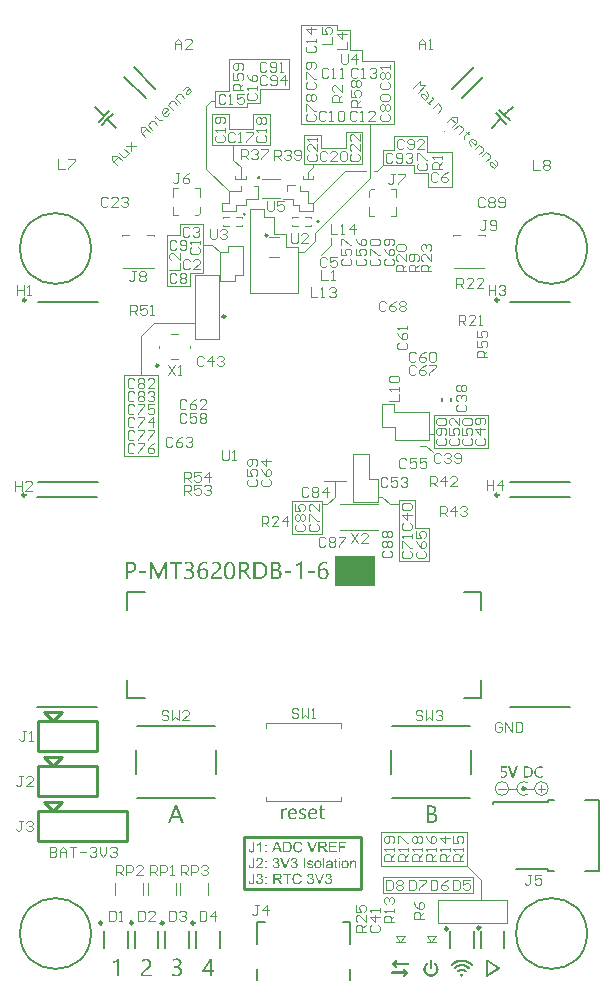
<source format=gto>
G04*
G04 #@! TF.GenerationSoftware,Altium Limited,Altium Designer,19.1.5 (86)*
G04*
G04 Layer_Color=65535*
%FSLAX44Y44*%
%MOMM*%
G71*
G01*
G75*
%ADD10C,0.1500*%
%ADD11C,0.2500*%
%ADD12C,0.2540*%
%ADD13C,0.1250*%
%ADD14C,0.3000*%
%ADD15C,0.2000*%
%ADD16C,0.1000*%
%ADD17C,0.0100*%
%ADD18C,0.1200*%
%ADD19R,3.4000X2.5750*%
G36*
X384664Y17983D02*
X384674Y17982D01*
Y17982D01*
X384957Y17972D01*
X385901Y17871D01*
X386457Y17770D01*
X386457Y17770D01*
X386457Y17770D01*
X386828Y17703D01*
X387733Y17472D01*
X388616Y17179D01*
X389476Y16822D01*
X390308Y16406D01*
X391109Y15931D01*
X391670Y15541D01*
X391679Y15535D01*
X391679Y15535D01*
X391881Y15395D01*
X392460Y14928D01*
X392468Y14921D01*
X392468Y14922D01*
X392618Y14801D01*
X393047Y14401D01*
X393261Y14202D01*
X393261Y14202D01*
X393261Y14202D01*
X393264Y14201D01*
X393306Y14147D01*
X393306Y14147D01*
X393418Y14001D01*
X393518Y13761D01*
X393551Y13504D01*
X393528Y13326D01*
X393528Y13326D01*
X393528Y13326D01*
X393518Y13250D01*
X393515Y13241D01*
X393515D01*
X393515Y13240D01*
X393483Y13164D01*
X393483D01*
X393479Y13155D01*
X393448Y13080D01*
X393448Y13080D01*
X393448Y13080D01*
Y13080D01*
X393422Y13016D01*
X393282Y12834D01*
X393276Y12827D01*
X393276Y12827D01*
X393269Y12817D01*
X393236Y12792D01*
X393236Y12792D01*
X393229Y12787D01*
X393176Y12746D01*
X393168Y12740D01*
Y12740D01*
X393073Y12667D01*
X392942Y12613D01*
X392873Y12584D01*
X392865Y12581D01*
Y12581D01*
X392843Y12572D01*
X392784Y12564D01*
Y12564D01*
X392774Y12563D01*
X392589Y12538D01*
X392541Y12545D01*
Y12545D01*
X392541Y12544D01*
X392332Y12572D01*
X392223Y12617D01*
X392220Y12608D01*
X392220Y12608D01*
X392223Y12617D01*
X392095Y12670D01*
X392078Y12683D01*
X392078Y12683D01*
X391906Y12815D01*
X391906Y12820D01*
Y12820D01*
X391521Y13176D01*
X391520Y13176D01*
X391519Y13177D01*
X391291Y13388D01*
X391070Y13562D01*
X391064Y13567D01*
X391064Y13568D01*
X391062Y13569D01*
X391062Y13568D01*
X390591Y13940D01*
X390483Y14012D01*
X390475Y14017D01*
X390475Y14017D01*
X389859Y14429D01*
X389569Y14591D01*
X389564Y14594D01*
X389564Y14594D01*
X389560Y14596D01*
X389551Y14601D01*
X389096Y14856D01*
X388304Y15221D01*
X387485Y15523D01*
X386645Y15760D01*
X385873Y15914D01*
Y15914D01*
X385873Y15914D01*
X385782Y15932D01*
X385140Y16008D01*
Y16008D01*
X385130Y16009D01*
X384898Y16036D01*
X384549Y16050D01*
X384539Y16051D01*
X384538Y16051D01*
X384538Y16051D01*
X384530Y16051D01*
X384022Y16071D01*
X384022Y16064D01*
X384022Y16064D01*
X384002Y16064D01*
X383995Y16071D01*
Y16072D01*
X383995Y16072D01*
X383985Y16071D01*
X383333Y16046D01*
X383333Y16046D01*
Y16046D01*
X383323Y16045D01*
X383100Y16037D01*
X382530Y15969D01*
X382523Y15968D01*
X382522Y15969D01*
X382520Y15968D01*
Y15968D01*
X382220Y15933D01*
X381358Y15761D01*
X381309Y15747D01*
X381299Y15745D01*
X381299Y15744D01*
X380518Y15524D01*
X379698Y15222D01*
X378905Y14856D01*
X378142Y14429D01*
X377416Y13944D01*
X377341Y13884D01*
X377340Y13884D01*
X376714Y13391D01*
X376687Y13365D01*
X376687Y13365D01*
X376687Y13365D01*
X376056Y12782D01*
X376054Y12780D01*
X376049Y12775D01*
X376048Y12766D01*
X375852Y12615D01*
X375799Y12593D01*
X375799Y12593D01*
X375790Y12589D01*
X375614Y12517D01*
X375538Y12507D01*
Y12507D01*
X375480Y12499D01*
X375480Y12499D01*
Y12499D01*
X375434Y12493D01*
X375434Y12493D01*
Y12493D01*
X375395Y12488D01*
X375395Y12488D01*
Y12488D01*
X375364Y12484D01*
X375364Y12484D01*
Y12484D01*
X375354Y12485D01*
X375283Y12494D01*
Y12494D01*
X375283Y12494D01*
X375149Y12512D01*
Y12512D01*
X375113Y12517D01*
X374877Y12614D01*
X374707Y12745D01*
X374707Y12745D01*
X374682Y12765D01*
X374674Y12770D01*
Y12770D01*
X374668Y12778D01*
X374641Y12814D01*
X374641Y12814D01*
X374635Y12821D01*
X374595Y12873D01*
X374595Y12873D01*
X374520Y12972D01*
X374423Y13205D01*
X374394Y13423D01*
X374393Y13433D01*
X374393Y13433D01*
X374390Y13458D01*
X374423Y13711D01*
X374437Y13746D01*
X374437D01*
X374441Y13755D01*
X374520Y13944D01*
X374636Y14096D01*
X374642Y14104D01*
Y14104D01*
X374668Y14138D01*
X374674Y14146D01*
X374681Y14152D01*
X375144Y14583D01*
X375378Y14801D01*
X375707Y15066D01*
X375707Y15066D01*
X376116Y15396D01*
X376460Y15635D01*
X376455Y15643D01*
Y15643D01*
X376460Y15635D01*
X376888Y15932D01*
X377692Y16409D01*
X377736Y16431D01*
X377736Y16431D01*
X378522Y16824D01*
X379381Y17180D01*
X380263Y17474D01*
X381164Y17704D01*
X381679Y17797D01*
X381689Y17798D01*
Y17798D01*
X382091Y17871D01*
X383035Y17972D01*
X383374Y17984D01*
Y17984D01*
X383385Y17985D01*
X383995Y18007D01*
X383995Y18007D01*
X383996Y18007D01*
X384664Y17983D01*
D02*
G37*
G36*
X358021Y17960D02*
Y17960D01*
X358133Y17945D01*
X358366Y17849D01*
X358431Y17800D01*
X358431Y17800D01*
X358431Y17800D01*
X358569Y17694D01*
X358725Y17491D01*
X358763Y17399D01*
X358763Y17399D01*
X358766Y17390D01*
X358821Y17258D01*
X358847Y17061D01*
X358853Y17061D01*
X358853Y17061D01*
X358847Y17061D01*
X358854Y17006D01*
X358855D01*
Y10691D01*
X358854D01*
X358854Y10690D01*
X358845Y10621D01*
X358845D01*
X358844Y10611D01*
X358821Y10440D01*
X358725Y10208D01*
X358702Y10179D01*
X358702Y10179D01*
X358702Y10178D01*
X358569Y10004D01*
X358365Y9848D01*
X358290Y9817D01*
X358290Y9817D01*
X358281Y9813D01*
X358132Y9751D01*
X357909Y9722D01*
X357900Y9721D01*
Y9721D01*
X357892Y9720D01*
X357882Y9719D01*
X357873Y9720D01*
X357634Y9751D01*
X357404Y9846D01*
X357398Y9850D01*
X357396Y9852D01*
X357396Y9852D01*
X357198Y10003D01*
X357042Y10207D01*
X357020Y10260D01*
X357020Y10260D01*
X356960Y10406D01*
X356960Y10406D01*
X356960Y10406D01*
X356945Y10440D01*
X356918Y10649D01*
X356917Y10659D01*
X356917D01*
X356912Y10691D01*
X356912D01*
Y17006D01*
X356912D01*
X356912Y17006D01*
X356920Y17063D01*
X356920Y17064D01*
X356920D01*
X356921Y17073D01*
X356932Y17153D01*
X356932Y17153D01*
X356932D01*
X356945Y17258D01*
X357042Y17491D01*
X357075Y17534D01*
X357081Y17542D01*
X357198Y17694D01*
X357401Y17850D01*
X357453Y17872D01*
X357453Y17872D01*
X357633Y17946D01*
X357876Y17978D01*
X357876Y17978D01*
X357886Y17978D01*
X358021Y17960D01*
D02*
G37*
G36*
X405919Y17869D02*
X406205Y17782D01*
X406410Y17672D01*
X406410Y17672D01*
X406438Y17657D01*
X406441Y17661D01*
X406441Y17661D01*
X415569Y11977D01*
X415569Y11977D01*
X415565Y11971D01*
X415626Y11939D01*
X415688Y11888D01*
X415688Y11888D01*
X415855Y11751D01*
X416042Y11522D01*
X416135Y11350D01*
X416139Y11341D01*
X416139D01*
X416183Y11259D01*
X416198Y11211D01*
X416200Y11202D01*
X416203Y11193D01*
X416234Y11092D01*
X416237Y11082D01*
X416237D01*
X416267Y10981D01*
X416268Y10981D01*
X416272Y10967D01*
X416280Y10890D01*
X416287Y10891D01*
Y10891D01*
X416280Y10890D01*
X416295Y10735D01*
X416295Y10735D01*
X416295D01*
X416302Y10667D01*
X416301Y10667D01*
X416302D01*
X416303Y10665D01*
X416288Y10520D01*
X416288D01*
X416287Y10510D01*
X416272Y10360D01*
X416261Y10324D01*
X416261D01*
X416259Y10314D01*
X416184Y10069D01*
X416178Y10057D01*
X416178D01*
X416173Y10049D01*
X416042Y9804D01*
X415852Y9572D01*
X415620Y9381D01*
X415598Y9370D01*
X415598Y9370D01*
X415590Y9365D01*
X415566Y9352D01*
X415569Y9347D01*
X415569Y9347D01*
X406431Y3653D01*
X406431D01*
X406428Y3658D01*
X406375Y3629D01*
Y3629D01*
X406375Y3629D01*
X406283Y3580D01*
X406287Y3573D01*
Y3573D01*
X406283Y3580D01*
X406250Y3562D01*
X406241Y3557D01*
X406241Y3557D01*
X406217Y3545D01*
X406198Y3539D01*
X406198Y3539D01*
X406154Y3525D01*
Y3525D01*
X406154Y3525D01*
X406110Y3512D01*
Y3512D01*
X406075Y3502D01*
X406065Y3499D01*
X406066Y3499D01*
X406020Y3485D01*
X406020Y3485D01*
X406020Y3485D01*
X405973Y3471D01*
Y3471D01*
X405933Y3458D01*
X405923Y3457D01*
Y3457D01*
X405913Y3456D01*
X405867Y3452D01*
Y3452D01*
X405857Y3451D01*
X405634Y3429D01*
Y3427D01*
X405621Y3426D01*
X405620Y3428D01*
Y3428D01*
X405620Y3428D01*
X405318Y3458D01*
X405304Y3462D01*
X405304Y3462D01*
X405179Y3500D01*
X405170Y3503D01*
X405160Y3506D01*
X405113Y3520D01*
X405113Y3520D01*
Y3520D01*
X405068Y3534D01*
X405059Y3536D01*
X405037Y3543D01*
X405008Y3559D01*
X405008Y3559D01*
X404999Y3563D01*
X404958Y3585D01*
X404958Y3585D01*
X404907Y3613D01*
X404876Y3629D01*
X404868Y3635D01*
X404867Y3635D01*
X404755Y3695D01*
X404603Y3819D01*
X404596Y3825D01*
X404596Y3825D01*
X404525Y3883D01*
X404475Y3944D01*
X404469Y3952D01*
X404463Y3959D01*
X404343Y4105D01*
X404337Y4112D01*
X404332Y4121D01*
X404191Y4385D01*
X404102Y4676D01*
X404072Y4978D01*
X404072Y4978D01*
X404072D01*
X404071Y4979D01*
Y16351D01*
X404072D01*
X404072Y16351D01*
X404093Y16562D01*
X404093Y16562D01*
X404093Y16562D01*
X404102Y16655D01*
X404190Y16944D01*
X404326Y17199D01*
X404331Y17207D01*
Y17207D01*
X404336Y17215D01*
X404523Y17443D01*
X404756Y17634D01*
X404872Y17696D01*
X404872Y17696D01*
X404881Y17701D01*
X405022Y17776D01*
X405031Y17781D01*
X405031D01*
X405040Y17784D01*
X405320Y17869D01*
X405413Y17878D01*
Y17878D01*
X405620Y17898D01*
X405919Y17869D01*
D02*
G37*
G36*
X354973Y15246D02*
Y15246D01*
X354990Y15244D01*
X355052Y15218D01*
X355061Y15214D01*
Y15214D01*
X355071Y15211D01*
X355144Y15180D01*
Y15180D01*
X355144Y15180D01*
X355222Y15148D01*
X355236Y15137D01*
X355236Y15137D01*
X355243Y15131D01*
X355416Y14999D01*
X355478Y14918D01*
X355478D01*
X355478Y14918D01*
X355501Y14889D01*
X355507Y14881D01*
X355507Y14881D01*
X355512Y14873D01*
X355518Y14865D01*
X355518Y14865D01*
X355553Y14820D01*
X355553Y14820D01*
X355553Y14820D01*
X355577Y14789D01*
X355600Y14731D01*
X355600Y14731D01*
X355672Y14560D01*
X355683Y14469D01*
X355684Y14469D01*
X355696Y14370D01*
X355698Y14360D01*
X355698D01*
X355704Y14310D01*
X355671Y14057D01*
X355573Y13820D01*
X355417Y13616D01*
X355359Y13572D01*
X355351Y13566D01*
X355343Y13560D01*
X355301Y13527D01*
X355302Y13526D01*
X355301Y13523D01*
X355297Y13515D01*
X355166Y13427D01*
X354725Y13041D01*
X354339Y12600D01*
X354013Y12113D01*
X353754Y11587D01*
X353566Y11032D01*
X353451Y10458D01*
X353414Y9887D01*
X353413Y9878D01*
X353413D01*
X353413Y9878D01*
X353413Y9869D01*
X353430Y9617D01*
X353429Y9615D01*
X353430Y9611D01*
X353451Y9290D01*
X353465Y9220D01*
X353467Y9210D01*
X353467D01*
X353565Y8719D01*
X353753Y8167D01*
X354010Y7644D01*
X354220Y7330D01*
X354224Y7324D01*
X354226Y7322D01*
X354231Y7314D01*
X354338Y7154D01*
X354727Y6710D01*
X355171Y6321D01*
X355661Y5993D01*
X355829Y5911D01*
X355829Y5911D01*
X356182Y5736D01*
X356731Y5550D01*
X357299Y5437D01*
X357816Y5403D01*
X357816Y5408D01*
X357816Y5408D01*
X357882Y5408D01*
X357882Y5399D01*
X357882Y5399D01*
X357892Y5400D01*
X358143Y5416D01*
X358145Y5415D01*
X358148Y5416D01*
X358467Y5437D01*
X358553Y5454D01*
X358563Y5456D01*
X358563Y5457D01*
X359035Y5551D01*
X359585Y5737D01*
X360106Y5994D01*
X360219Y6070D01*
X360220Y6070D01*
X360220Y6070D01*
X360599Y6323D01*
X361040Y6710D01*
X361427Y7151D01*
X361753Y7639D01*
X362012Y8165D01*
X362201Y8720D01*
X362315Y9295D01*
X362346Y9760D01*
X362346Y9760D01*
X362346D01*
X362347Y9770D01*
X362354Y9878D01*
X362354D01*
X362354Y9878D01*
X362353Y9888D01*
X362334Y10177D01*
X362335Y10180D01*
X362335Y10181D01*
X362335D01*
X362334Y10183D01*
X362315Y10468D01*
X362291Y10588D01*
X362291D01*
X362201Y11041D01*
X362053Y11478D01*
X362053D01*
X362015Y11590D01*
X361758Y12111D01*
X361435Y12594D01*
X361386Y12650D01*
X361380Y12657D01*
X361373Y12665D01*
X361084Y12995D01*
X361084Y12995D01*
X361078Y13002D01*
X361047Y13038D01*
X360843Y13216D01*
X360842Y13218D01*
X360839Y13220D01*
X360649Y13386D01*
X360652Y13390D01*
X360607Y13423D01*
X360607Y13423D01*
Y13423D01*
X360607Y13423D01*
X360557Y13462D01*
X360546Y13477D01*
X360546Y13477D01*
X360404Y13662D01*
X360307Y13896D01*
X360274Y14147D01*
X360307Y14398D01*
X360404Y14633D01*
X360457Y14702D01*
X360457Y14702D01*
X360481Y14733D01*
X360487Y14741D01*
X360487Y14741D01*
X360556Y14832D01*
X360562Y14839D01*
X360762Y14992D01*
X360995Y15089D01*
X361232Y15120D01*
X361242Y15121D01*
X361252Y15121D01*
X361393Y15102D01*
X361402Y15101D01*
X361412Y15100D01*
X361490Y15089D01*
X361655Y15021D01*
X361664Y15017D01*
X361664Y15017D01*
X361708Y14999D01*
X361717Y14995D01*
X361725Y14990D01*
X361753Y14969D01*
X361753Y14969D01*
X361753Y14969D01*
X361808Y14926D01*
Y14926D01*
X361832Y14908D01*
X361832D01*
X361841Y14904D01*
X361842Y14903D01*
X361842Y14903D01*
X361952Y14821D01*
X362115Y14674D01*
X362122Y14667D01*
X362130Y14661D01*
X362425Y14393D01*
X362445Y14371D01*
Y14370D01*
X362452Y14363D01*
X362841Y13934D01*
X362841Y13931D01*
D01*
Y13931D01*
Y13931D01*
X362906Y13858D01*
X363318Y13277D01*
X363587Y12790D01*
X363587Y12790D01*
X363661Y12657D01*
X363933Y12000D01*
X364130Y11317D01*
X364148Y11212D01*
X364148Y11212D01*
X364165Y11141D01*
X364240Y10637D01*
X364241Y10628D01*
X364241D01*
X364258Y10517D01*
X364274Y10190D01*
X364274Y10190D01*
X364274D01*
X364289Y9888D01*
X364289Y9878D01*
X364289Y9878D01*
X364289Y9868D01*
X364271Y9509D01*
X364271Y9509D01*
X364271D01*
X364258Y9244D01*
X364166Y8625D01*
X364014Y8017D01*
X363803Y7427D01*
X363535Y6860D01*
X363213Y6322D01*
X362933Y5946D01*
X362927Y5938D01*
X362927Y5938D01*
X362834Y5812D01*
X362408Y5342D01*
X361939Y4917D01*
X361430Y4539D01*
X360886Y4214D01*
X360840Y4192D01*
X360838Y4195D01*
X360650Y4091D01*
X359991Y3818D01*
X359306Y3621D01*
X358603Y3501D01*
X358092Y3473D01*
X358082Y3473D01*
Y3473D01*
X357892Y3464D01*
X357882Y3464D01*
X357882Y3464D01*
X357872Y3464D01*
X357504Y3482D01*
X357251Y3494D01*
X356927Y3542D01*
X356633Y3586D01*
X356027Y3738D01*
X355439Y3948D01*
X354875Y4215D01*
X354353Y4528D01*
X354353Y4528D01*
Y4528D01*
X354334Y4540D01*
X353825Y4917D01*
X353357Y5342D01*
X352932Y5811D01*
X352555Y6319D01*
X352229Y6862D01*
X351959Y7434D01*
X351879Y7656D01*
X351879Y7656D01*
X351750Y8017D01*
X351598Y8624D01*
X351506Y9242D01*
X351501Y9342D01*
X351501D01*
X351501Y9352D01*
X351475Y9868D01*
X351475Y9878D01*
X351475Y9878D01*
X351475Y9878D01*
X351506Y10501D01*
X351598Y11120D01*
X351749Y11727D01*
X351799Y11865D01*
X351802Y11875D01*
X351962Y12322D01*
X352233Y12894D01*
X352558Y13437D01*
X352935Y13945D01*
X353360Y14414D01*
X353829Y14839D01*
X354173Y15094D01*
X354172Y15094D01*
X354214Y15126D01*
X354222Y15132D01*
X354237Y15144D01*
X354301Y15170D01*
X354301Y15170D01*
X354310Y15174D01*
X354478Y15244D01*
X354575Y15256D01*
X354575Y15256D01*
X354736Y15278D01*
X354973Y15246D01*
D02*
G37*
G36*
X384560Y14254D02*
X384560Y14254D01*
Y14254D01*
X384836Y14242D01*
X385268Y14186D01*
Y14186D01*
X385656Y14135D01*
X386451Y13958D01*
X386451Y13958D01*
X386451Y13958D01*
X386461Y13956D01*
X387237Y13711D01*
X387993Y13398D01*
X388718Y13020D01*
X389283Y12660D01*
X389283Y12660D01*
Y12660D01*
X389413Y12577D01*
X389900Y12204D01*
Y12204D01*
X390074Y12070D01*
X390356Y11812D01*
X390364Y11805D01*
X390643Y11549D01*
X390643Y11549D01*
Y11549D01*
X390651Y11543D01*
X390667Y11521D01*
X390667Y11521D01*
X390720Y11453D01*
X390720D01*
X390720Y11453D01*
X390753Y11410D01*
X390753Y11409D01*
X390753Y11410D01*
X390796Y11353D01*
X390796Y11353D01*
X390796Y11353D01*
X390805Y11342D01*
X390842Y11252D01*
X390842Y11252D01*
X390846Y11243D01*
X390902Y11107D01*
X390930Y10894D01*
X390930Y10894D01*
X390930D01*
X390935Y10856D01*
X390902Y10606D01*
X390806Y10373D01*
X390792Y10355D01*
X390786Y10347D01*
X390698Y10233D01*
X390692Y10225D01*
X390686Y10217D01*
X390669Y10194D01*
X390669Y10194D01*
X390653Y10174D01*
X390653Y10174D01*
X390653Y10174D01*
X390646Y10167D01*
X390453Y10019D01*
X390342Y9973D01*
X390332Y9969D01*
Y9969D01*
X390229Y9927D01*
X390230Y9926D01*
X390216Y9921D01*
X389957Y9887D01*
X389753Y9914D01*
Y9914D01*
X389701Y9921D01*
X389676Y9931D01*
X389676Y9931D01*
X389667Y9935D01*
X389604Y9961D01*
Y9961D01*
X389604Y9961D01*
X389521Y9995D01*
X389521Y9995D01*
Y9995D01*
X389469Y10017D01*
X389283Y10160D01*
X389282Y10165D01*
Y10165D01*
X388799Y10603D01*
X388739Y10647D01*
X388739Y10647D01*
Y10647D01*
X388407Y10893D01*
X388407Y10893D01*
X388244Y11015D01*
X388126Y11085D01*
X388124Y11083D01*
X388124D01*
X388126Y11085D01*
X387873Y11237D01*
X387868Y11240D01*
X387868Y11240D01*
X387865Y11242D01*
X387865Y11242D01*
X387639Y11377D01*
X387613Y11390D01*
X387612Y11390D01*
Y11390D01*
X387364Y11507D01*
X387364Y11508D01*
X387359Y11510D01*
X387359D01*
X387106Y11629D01*
Y11629D01*
X387098Y11633D01*
X386984Y11687D01*
X386857Y11732D01*
X386848Y11736D01*
X386848Y11736D01*
X386289Y11936D01*
X386289Y11936D01*
X386285Y11937D01*
X386280Y11939D01*
X385962Y12018D01*
X385959Y12020D01*
X385957Y12019D01*
X385590Y12112D01*
X385590Y12112D01*
X385581Y12114D01*
X385547Y12122D01*
X385121Y12185D01*
X385119Y12186D01*
Y12186D01*
X385117Y12187D01*
X385115Y12186D01*
X384780Y12236D01*
X384251Y12262D01*
X384251Y12262D01*
Y12262D01*
X384241Y12263D01*
X383999Y12274D01*
X383217Y12236D01*
X382812Y12176D01*
X382806Y12175D01*
X382805Y12176D01*
X382803Y12175D01*
X382793Y12173D01*
X382449Y12122D01*
X382342Y12095D01*
X382333Y12093D01*
Y12093D01*
X381970Y12002D01*
X381960Y12000D01*
X381951Y11997D01*
X381710Y11937D01*
X381635Y11910D01*
Y11910D01*
X381344Y11806D01*
X381344Y11806D01*
X381339Y11804D01*
X381064Y11706D01*
X381064Y11706D01*
X381055Y11702D01*
X381008Y11686D01*
X380534Y11461D01*
X380534Y11461D01*
X380351Y11375D01*
X380282Y11333D01*
X380273Y11328D01*
X380273Y11328D01*
X380020Y11177D01*
X380012Y11171D01*
X380008Y11170D01*
X380008Y11169D01*
X380004Y11166D01*
X379743Y11010D01*
X379730Y11001D01*
X379730Y11001D01*
X379435Y10782D01*
X379427Y10776D01*
X379426Y10776D01*
X379424Y10775D01*
X379424Y10774D01*
X379419Y10770D01*
X379185Y10596D01*
X379029Y10455D01*
Y10455D01*
X378683Y10142D01*
Y10142D01*
X378680Y10131D01*
X378485Y9982D01*
X378433Y9960D01*
X378433Y9960D01*
X378424Y9956D01*
X378247Y9883D01*
X378172Y9873D01*
Y9873D01*
X378068Y9859D01*
X378067Y9859D01*
Y9859D01*
X378029Y9854D01*
X378028Y9854D01*
Y9854D01*
X377998Y9850D01*
X377998Y9850D01*
Y9850D01*
X377988Y9851D01*
X377929Y9859D01*
Y9859D01*
X377848Y9870D01*
Y9870D01*
X377745Y9883D01*
X377724Y9892D01*
Y9892D01*
X377513Y9980D01*
X377475Y10008D01*
X377475Y10008D01*
X377475Y10008D01*
X377426Y10046D01*
Y10046D01*
X377418Y10052D01*
X377388Y10075D01*
X377388Y10075D01*
X377356Y10099D01*
X377356Y10099D01*
X377336Y10115D01*
X377328Y10121D01*
X377328Y10121D01*
X377328Y10121D01*
X377308Y10136D01*
X377308Y10137D01*
X377308Y10137D01*
X377308Y10137D01*
X377280Y10173D01*
X377281Y10173D01*
X377249Y10215D01*
X377249D01*
X377249Y10215D01*
X377154Y10338D01*
X377133Y10389D01*
X377126Y10386D01*
X377126D01*
X377133Y10389D01*
X377056Y10574D01*
X377023Y10826D01*
X377053Y11057D01*
X377055Y11067D01*
X377056Y11078D01*
X377152Y11310D01*
X377243Y11428D01*
Y11428D01*
X377271Y11465D01*
X377277Y11473D01*
Y11473D01*
X377301Y11504D01*
X377306Y11509D01*
X377312Y11516D01*
X377914Y12068D01*
X378476Y12499D01*
X378476Y12499D01*
X378476Y12499D01*
X378577Y12576D01*
X379143Y12937D01*
X379151Y12942D01*
X379273Y13019D01*
X379999Y13397D01*
X380755Y13711D01*
X381536Y13957D01*
X382335Y14134D01*
X382859Y14203D01*
X382869Y14204D01*
X382869Y14204D01*
X383159Y14242D01*
X383932Y14276D01*
X383932Y14276D01*
Y14276D01*
X383934Y14278D01*
X384000Y14279D01*
X384001Y14279D01*
X384560Y14254D01*
D02*
G37*
G36*
X328463Y17885D02*
X328700Y17787D01*
X328844Y17676D01*
X328940Y17580D01*
X329020Y17477D01*
X329146Y17203D01*
X329180Y16950D01*
X329146Y16696D01*
X329048Y16459D01*
X328927Y16300D01*
X328041Y15452D01*
X327019Y14454D01*
X328043Y15419D01*
X338240D01*
Y15419D01*
X338292Y15412D01*
Y15412D01*
X338361Y15403D01*
Y15403D01*
X338493Y15385D01*
X338518Y15375D01*
X338518Y15375D01*
X338518Y15375D01*
X338727Y15288D01*
X338928Y15135D01*
X339082Y14934D01*
X339179Y14700D01*
X339201Y14533D01*
X339201D01*
X339208Y14483D01*
X339212Y14483D01*
Y14483D01*
X339208Y14483D01*
X339211Y14459D01*
X339212Y14449D01*
X339211Y14439D01*
X339203Y14380D01*
X339203D01*
X339202Y14370D01*
X339179Y14199D01*
X339083Y13966D01*
X339060Y13937D01*
X339054Y13929D01*
X338926Y13762D01*
X338723Y13606D01*
X338648Y13575D01*
X338648Y13575D01*
X338490Y13510D01*
X338267Y13480D01*
X338257Y13479D01*
Y13479D01*
X338240Y13477D01*
Y13477D01*
X328046D01*
X327251Y14226D01*
X328044Y13444D01*
X328871Y12665D01*
X329050Y12440D01*
X329146Y12208D01*
X329163Y12079D01*
X329146Y11703D01*
X329049Y11468D01*
X328969Y11365D01*
X328884Y11260D01*
X328705Y11123D01*
X328458Y11017D01*
X328307Y10997D01*
X328160Y10990D01*
X327968Y11015D01*
X327725Y11114D01*
X327543Y11253D01*
X324146Y14444D01*
X327532Y17649D01*
X327637Y17724D01*
X327761Y17804D01*
X327955Y17885D01*
X328209Y17918D01*
X328463Y17885D01*
D02*
G37*
G36*
X384659Y10238D02*
X385013Y10178D01*
Y10178D01*
X385289Y10131D01*
X385298Y10129D01*
X385308Y10126D01*
X385536Y10061D01*
Y10060D01*
X385536Y10061D01*
X385748Y9999D01*
X385748Y9999D01*
Y9999D01*
X385905Y9954D01*
X385943Y9938D01*
X385943Y9938D01*
X386124Y9863D01*
X386288Y9796D01*
X386297Y9792D01*
X386306Y9788D01*
X386461Y9724D01*
X386470Y9720D01*
X386470Y9720D01*
X386470Y9720D01*
X386479Y9715D01*
X386798Y9539D01*
X386807Y9534D01*
X386979Y9439D01*
X386979Y9439D01*
Y9439D01*
X386991Y9432D01*
X387155Y9316D01*
Y9316D01*
X387163Y9310D01*
X387351Y9177D01*
X387351Y9177D01*
Y9177D01*
X387461Y9099D01*
X387579Y8993D01*
Y8992D01*
X387865Y8737D01*
X387865Y8737D01*
X387865Y8737D01*
X387872Y8731D01*
X387896Y8699D01*
Y8699D01*
X387902Y8692D01*
X387934Y8651D01*
X387934Y8651D01*
X387999Y8566D01*
X387999Y8566D01*
X388023Y8535D01*
X388120Y8299D01*
X388144Y8115D01*
X388146Y8106D01*
X388146Y8106D01*
X388154Y8045D01*
X388120Y7790D01*
X388022Y7552D01*
X387963Y7476D01*
X387957Y7468D01*
X387921Y7421D01*
X387921Y7421D01*
X387921D01*
X387896Y7388D01*
X387890Y7380D01*
X387890Y7380D01*
X387875Y7361D01*
X387874Y7361D01*
X387874Y7361D01*
X387874Y7361D01*
X387683Y7214D01*
X387439Y7113D01*
X387177Y7079D01*
X387084Y7091D01*
Y7091D01*
X387084Y7091D01*
X387006Y7101D01*
X387006Y7101D01*
X387006Y7101D01*
X386935Y7111D01*
X386935Y7111D01*
Y7111D01*
X386919Y7113D01*
X386868Y7134D01*
Y7134D01*
X386859Y7138D01*
X386798Y7163D01*
X386705Y7201D01*
X386696Y7205D01*
X386687Y7209D01*
X386526Y7333D01*
X386518Y7339D01*
X386518Y7339D01*
X386502Y7351D01*
X386501Y7359D01*
Y7359D01*
X386311Y7521D01*
X386310Y7524D01*
X386309Y7524D01*
X386308Y7525D01*
X386186Y7632D01*
X386178Y7637D01*
X386170Y7643D01*
X386066Y7712D01*
X386061Y7716D01*
X386060Y7716D01*
X386058Y7718D01*
X386058Y7718D01*
X385950Y7789D01*
X385950Y7790D01*
X385949Y7790D01*
X385846Y7859D01*
X385846Y7859D01*
X385822Y7875D01*
X385739Y7916D01*
X385739Y7916D01*
Y7916D01*
X385640Y7965D01*
X385639Y7965D01*
X385635Y7967D01*
X385634Y7968D01*
X385531Y8019D01*
X385531Y8019D01*
X385522Y8023D01*
X385427Y8070D01*
X385427Y8070D01*
X385416Y8076D01*
X385322Y8107D01*
X385313Y8111D01*
X385303Y8114D01*
X385202Y8148D01*
X385193Y8151D01*
X385188Y8153D01*
X385188Y8153D01*
X385184Y8154D01*
X385068Y8194D01*
X384969Y8227D01*
X384925Y8236D01*
X384925Y8236D01*
Y8236D01*
X384764Y8268D01*
X384760Y8270D01*
X384759Y8269D01*
X384558Y8309D01*
Y8309D01*
X384492Y8322D01*
X384211Y8341D01*
X384202Y8342D01*
X384201Y8342D01*
X384200Y8342D01*
X384192Y8342D01*
X383997Y8355D01*
X383503Y8322D01*
X383486Y8319D01*
X383486Y8319D01*
X383285Y8279D01*
X383284Y8280D01*
X383281Y8278D01*
Y8278D01*
X383279Y8278D01*
X383113Y8245D01*
Y8245D01*
X383113Y8245D01*
X383027Y8227D01*
X382978Y8211D01*
X382969Y8208D01*
Y8208D01*
X382848Y8166D01*
X382843Y8165D01*
X382843Y8165D01*
X382838Y8163D01*
X382829Y8160D01*
X382718Y8123D01*
X382718Y8123D01*
X382603Y8084D01*
X382603Y8084D01*
X382594Y8080D01*
X382582Y8076D01*
X382392Y7983D01*
X382384Y7979D01*
X382379Y7976D01*
X382379Y7976D01*
X382376Y7974D01*
X382275Y7925D01*
Y7925D01*
X382275Y7925D01*
X382176Y7876D01*
X382161Y7866D01*
X382161Y7866D01*
X382051Y7792D01*
X382051Y7792D01*
X382048Y7790D01*
X382047Y7790D01*
X381930Y7712D01*
X381930Y7712D01*
X381928Y7710D01*
X381928Y7710D01*
X381922Y7706D01*
X381813Y7633D01*
X381793Y7616D01*
X381793Y7616D01*
X381631Y7474D01*
X381623Y7468D01*
X381622Y7467D01*
X381622Y7466D01*
X381616Y7461D01*
X381492Y7351D01*
X381484Y7343D01*
X381480Y7333D01*
X381364Y7244D01*
X381356Y7238D01*
Y7238D01*
X381285Y7183D01*
X381275Y7179D01*
Y7179D01*
X381275Y7179D01*
X381154Y7129D01*
X381049Y7086D01*
X380942Y7072D01*
X380942Y7072D01*
X380854Y7060D01*
X380845Y7059D01*
X380845Y7059D01*
X380808Y7054D01*
X380808Y7054D01*
X380798Y7053D01*
X380718Y7064D01*
Y7064D01*
X380718Y7064D01*
X380585Y7081D01*
Y7081D01*
X380549Y7086D01*
X380313Y7183D01*
X380151Y7308D01*
X380143Y7314D01*
X380143Y7314D01*
X380110Y7339D01*
X380110Y7340D01*
Y7340D01*
X380077Y7383D01*
X380077Y7383D01*
X380071Y7390D01*
X380031Y7442D01*
X380031Y7442D01*
X379955Y7541D01*
X379858Y7775D01*
X379830Y7992D01*
X379829Y8002D01*
X379829Y8002D01*
X379825Y8027D01*
X379859Y8280D01*
X379873Y8315D01*
X379873Y8315D01*
X379955Y8513D01*
X380072Y8665D01*
X380078Y8673D01*
X380078Y8673D01*
X380104Y8707D01*
X380110Y8714D01*
X380481Y9046D01*
X380481Y9046D01*
X380535Y9094D01*
X380716Y9222D01*
X380716Y9222D01*
X380724Y9228D01*
X380905Y9356D01*
X380913Y9362D01*
Y9362D01*
X381008Y9430D01*
X381093Y9477D01*
X381101Y9481D01*
X381110Y9486D01*
X381281Y9581D01*
X381277Y9589D01*
Y9589D01*
X381281Y9581D01*
X381445Y9671D01*
X381454Y9676D01*
Y9676D01*
X381529Y9718D01*
X381631Y9760D01*
Y9760D01*
X381631Y9760D01*
X382002Y9914D01*
X382002Y9914D01*
X382098Y9953D01*
X382416Y10045D01*
X382644Y10111D01*
X382653Y10114D01*
Y10114D01*
X382707Y10129D01*
X382938Y10168D01*
X382938Y10168D01*
X383316Y10232D01*
Y10233D01*
X383346Y10238D01*
X384002Y10275D01*
X384659Y10238D01*
D02*
G37*
G36*
X335347Y10337D02*
X335621Y10236D01*
X335800Y10099D01*
X339200Y6901D01*
X335803Y3693D01*
X335618Y3556D01*
X335383Y3458D01*
X335239Y3440D01*
X334884Y3458D01*
X334672Y3546D01*
X334549Y3633D01*
X334443Y3715D01*
X334364Y3820D01*
X334195Y4148D01*
X334162Y4399D01*
X334195Y4651D01*
X334291Y4882D01*
X334429Y5062D01*
X335302Y5891D01*
X335803Y6394D01*
X336062Y6653D01*
X335289Y5924D01*
X325094D01*
Y5924D01*
X325048Y5930D01*
Y5930D01*
X325038Y5931D01*
X324990Y5938D01*
Y5938D01*
X324980Y5939D01*
X324890Y5951D01*
Y5951D01*
X324843Y5957D01*
X324612Y6053D01*
X324560Y6093D01*
X324552Y6099D01*
X324410Y6208D01*
X324255Y6409D01*
X324158Y6644D01*
X324132Y6844D01*
X324132D01*
X324126Y6886D01*
X324125Y6896D01*
X324125D01*
X324126Y6906D01*
X324130Y6938D01*
X324130Y6938D01*
X324131Y6947D01*
X324143Y7037D01*
X324144Y7046D01*
X324144Y7047D01*
X324156Y7137D01*
X324157Y7146D01*
X324158Y7150D01*
X324254Y7383D01*
X324408Y7583D01*
X324608Y7736D01*
X324841Y7832D01*
X324945Y7846D01*
Y7846D01*
X324955Y7847D01*
X325007Y7854D01*
X325007Y7854D01*
Y7854D01*
X325046Y7860D01*
X325056Y7861D01*
Y7861D01*
X325094Y7866D01*
Y7866D01*
X335293D01*
X336180Y7029D01*
X334470Y8687D01*
X334325Y8868D01*
X334195Y9145D01*
X334162Y9395D01*
X334195Y9646D01*
X334291Y9879D01*
X334396Y10015D01*
X334486Y10110D01*
X334647Y10233D01*
X334882Y10331D01*
X335139Y10365D01*
X335347Y10337D01*
D02*
G37*
G36*
X384010Y6138D02*
X384100Y6130D01*
Y6130D01*
X384254Y6114D01*
X384498Y6040D01*
X384598Y5987D01*
X384607Y5982D01*
X384726Y5918D01*
X384748Y5901D01*
X384756Y5895D01*
X384929Y5752D01*
X385095Y5550D01*
X385218Y5321D01*
X385258Y5188D01*
X385261Y5178D01*
X385261D01*
X385292Y5076D01*
X385316Y4829D01*
X385317Y4820D01*
X385317Y4820D01*
X385317Y4820D01*
X385308Y4727D01*
X385308D01*
X385308Y4727D01*
X385292Y4564D01*
X385218Y4318D01*
X385095Y4090D01*
X384929Y3887D01*
X384727Y3721D01*
X384552Y3628D01*
X384552Y3628D01*
X384498Y3599D01*
X384389Y3566D01*
X384379Y3563D01*
X384370Y3560D01*
X384254Y3525D01*
X384038Y3504D01*
X384028Y3503D01*
Y3503D01*
X384000Y3500D01*
X384000Y3500D01*
Y3500D01*
X383990Y3501D01*
X383916Y3508D01*
Y3508D01*
X383906Y3509D01*
X383750Y3525D01*
X383741Y3526D01*
Y3526D01*
X383740Y3526D01*
X383497Y3600D01*
X383400Y3652D01*
X383391Y3656D01*
X383268Y3722D01*
X383065Y3888D01*
X382899Y4091D01*
X382851Y4180D01*
X382852Y4180D01*
X382851Y4180D01*
X382777Y4319D01*
X382769Y4345D01*
X382770D01*
X382703Y4564D01*
X382680Y4794D01*
X382679Y4810D01*
X382678Y4820D01*
X382678Y4820D01*
X382687Y4910D01*
X382687D01*
X382688Y4920D01*
X382703Y5075D01*
X382777Y5321D01*
X382875Y5503D01*
X382879Y5511D01*
X382879Y5512D01*
X382899Y5549D01*
X383065Y5751D01*
X383267Y5917D01*
X383498Y6040D01*
X383530Y6050D01*
X383530Y6050D01*
X383743Y6114D01*
X383938Y6133D01*
X383948Y6134D01*
Y6134D01*
X383990Y6139D01*
X384000Y6139D01*
X384000Y6139D01*
X384010Y6138D01*
D02*
G37*
G36*
X172352Y8710D02*
X174241D01*
Y7171D01*
X172352D01*
Y3714D01*
X170686D01*
Y7171D01*
X163759D01*
Y8626D01*
X163773Y8640D01*
X163801Y8682D01*
X163857Y8738D01*
X163927Y8822D01*
X164011Y8920D01*
X164123Y9032D01*
X164235Y9172D01*
X164361Y9326D01*
X164501Y9494D01*
X164654Y9676D01*
X164990Y10068D01*
X165340Y10502D01*
X165704Y10949D01*
X165718Y10963D01*
X165746Y11005D01*
X165802Y11075D01*
X165872Y11159D01*
X165956Y11271D01*
X166068Y11411D01*
X166180Y11565D01*
X166320Y11733D01*
X166460Y11915D01*
X166600Y12111D01*
X166922Y12545D01*
X167258Y12993D01*
X167593Y13469D01*
X167607Y13483D01*
X167635Y13525D01*
X167677Y13595D01*
X167747Y13693D01*
X167831Y13805D01*
X167915Y13944D01*
X168027Y14098D01*
X168139Y14266D01*
X168265Y14448D01*
X168391Y14644D01*
X168671Y15078D01*
X168965Y15540D01*
X169259Y16016D01*
X169273Y16030D01*
X169287Y16072D01*
X169329Y16142D01*
X169385Y16240D01*
X169455Y16352D01*
X169525Y16478D01*
X169623Y16632D01*
X169707Y16799D01*
X169917Y17177D01*
X170127Y17583D01*
X170336Y18017D01*
X170546Y18451D01*
X172352D01*
Y8710D01*
D02*
G37*
G36*
X93547Y3642D02*
X91868D01*
Y16364D01*
X91854Y16350D01*
X91826Y16336D01*
X91784Y16294D01*
X91728Y16238D01*
X91644Y16168D01*
X91546Y16098D01*
X91434Y16014D01*
X91294Y15916D01*
X91280Y15902D01*
X91224Y15874D01*
X91154Y15818D01*
X91042Y15762D01*
X90916Y15678D01*
X90776Y15594D01*
X90608Y15510D01*
X90440Y15412D01*
X90426Y15398D01*
X90356Y15370D01*
X90272Y15328D01*
X90146Y15272D01*
X89992Y15202D01*
X89838Y15118D01*
X89656Y15034D01*
X89460Y14950D01*
X89432Y14936D01*
X89376Y14922D01*
X89265Y14880D01*
X89139Y14838D01*
X88985Y14782D01*
X88817Y14726D01*
X88453Y14628D01*
Y16322D01*
X88481Y16336D01*
X88551Y16350D01*
X88663Y16392D01*
X88817Y16434D01*
X88985Y16490D01*
X89181Y16560D01*
X89404Y16644D01*
X89628Y16742D01*
X89642D01*
X89656Y16756D01*
X89740Y16784D01*
X89852Y16840D01*
X90006Y16910D01*
X90202Y17008D01*
X90398Y17105D01*
X90846Y17329D01*
X90860D01*
X90874Y17343D01*
X90944Y17385D01*
X91070Y17455D01*
X91210Y17539D01*
X91392Y17637D01*
X91574Y17749D01*
X91980Y18001D01*
X92008Y18015D01*
X92078Y18057D01*
X92176Y18141D01*
X92302Y18225D01*
X92456Y18337D01*
X92610Y18449D01*
X92763Y18575D01*
X92917Y18701D01*
X93547D01*
Y3642D01*
D02*
G37*
G36*
X148557Y133714D02*
X146639D01*
X145086Y137843D01*
X138830D01*
X137361Y133714D01*
X135443D01*
X141097Y148451D01*
X142875D01*
X148557Y133714D01*
D02*
G37*
G36*
X142895Y18937D02*
X142993D01*
X143217Y18923D01*
X143469Y18895D01*
X143749Y18839D01*
X144043Y18783D01*
X144323Y18699D01*
X144337D01*
X144351Y18685D01*
X144392Y18671D01*
X144448Y18657D01*
X144588Y18601D01*
X144770Y18517D01*
X144966Y18405D01*
X145190Y18293D01*
X145400Y18139D01*
X145610Y17971D01*
X145638Y17957D01*
X145694Y17887D01*
X145792Y17789D01*
X145918Y17663D01*
X146044Y17495D01*
X146184Y17313D01*
X146310Y17104D01*
X146436Y16866D01*
X146450Y16838D01*
X146478Y16754D01*
X146534Y16628D01*
X146590Y16446D01*
X146632Y16236D01*
X146688Y15998D01*
X146716Y15718D01*
X146730Y15438D01*
Y15424D01*
Y15410D01*
Y15368D01*
Y15312D01*
X146716Y15158D01*
X146688Y14976D01*
X146646Y14738D01*
X146576Y14473D01*
X146478Y14179D01*
X146366Y13885D01*
X146212Y13563D01*
X146016Y13241D01*
X145778Y12933D01*
X145484Y12639D01*
X145330Y12485D01*
X145148Y12359D01*
X144966Y12219D01*
X144756Y12093D01*
X144546Y11981D01*
X144309Y11883D01*
X144057Y11785D01*
X143791Y11701D01*
Y11659D01*
X143819D01*
X143861Y11645D01*
X143917D01*
X144057Y11617D01*
X144253Y11589D01*
X144462Y11533D01*
X144700Y11477D01*
X144938Y11394D01*
X145176Y11295D01*
X145190D01*
X145204Y11281D01*
X145288Y11240D01*
X145400Y11184D01*
X145554Y11100D01*
X145736Y10988D01*
X145918Y10862D01*
X146100Y10722D01*
X146282Y10554D01*
X146296Y10540D01*
X146352Y10470D01*
X146436Y10386D01*
X146548Y10260D01*
X146660Y10092D01*
X146772Y9910D01*
X146898Y9714D01*
X146996Y9490D01*
X147010Y9462D01*
X147038Y9378D01*
X147080Y9266D01*
X147136Y9098D01*
X147178Y8902D01*
X147220Y8664D01*
X147248Y8413D01*
X147262Y8146D01*
Y8133D01*
Y8105D01*
Y8049D01*
Y7979D01*
X147248Y7895D01*
Y7783D01*
X147220Y7545D01*
X147164Y7265D01*
X147108Y6957D01*
X147010Y6635D01*
X146884Y6327D01*
Y6313D01*
X146870Y6285D01*
X146842Y6243D01*
X146814Y6187D01*
X146730Y6033D01*
X146618Y5851D01*
X146464Y5627D01*
X146282Y5389D01*
X146072Y5152D01*
X145834Y4928D01*
X145820D01*
X145806Y4900D01*
X145764Y4872D01*
X145708Y4830D01*
X145568Y4732D01*
X145372Y4606D01*
X145134Y4452D01*
X144854Y4312D01*
X144532Y4158D01*
X144183Y4032D01*
X144169D01*
X144141Y4018D01*
X144085Y4004D01*
X144015Y3990D01*
X143931Y3962D01*
X143819Y3934D01*
X143707Y3906D01*
X143567Y3878D01*
X143259Y3822D01*
X142895Y3766D01*
X142503Y3738D01*
X142083Y3724D01*
X141887D01*
X141733Y3738D01*
X141566Y3752D01*
X141355Y3766D01*
X141132Y3794D01*
X140880Y3822D01*
X140614Y3864D01*
X140348Y3920D01*
X139788Y4060D01*
X139508Y4144D01*
X139242Y4256D01*
X138976Y4368D01*
X138738Y4508D01*
Y6327D01*
X138752Y6313D01*
X138808Y6271D01*
X138892Y6215D01*
X139004Y6145D01*
X139144Y6061D01*
X139312Y5949D01*
X139508Y5851D01*
X139718Y5739D01*
X139956Y5627D01*
X140222Y5529D01*
X140502Y5431D01*
X140810Y5333D01*
X141118Y5264D01*
X141454Y5207D01*
X141803Y5166D01*
X142153Y5152D01*
X142279D01*
X142433Y5166D01*
X142615Y5179D01*
X142825Y5193D01*
X143063Y5235D01*
X143301Y5278D01*
X143539Y5347D01*
X143553D01*
X143567Y5361D01*
X143651Y5389D01*
X143763Y5431D01*
X143903Y5487D01*
X144071Y5571D01*
X144253Y5669D01*
X144434Y5781D01*
X144602Y5907D01*
X144616Y5921D01*
X144672Y5977D01*
X144756Y6061D01*
X144854Y6159D01*
X144966Y6299D01*
X145078Y6439D01*
X145190Y6621D01*
X145288Y6803D01*
X145302Y6831D01*
X145330Y6901D01*
X145372Y7013D01*
X145414Y7153D01*
X145456Y7321D01*
X145498Y7531D01*
X145526Y7755D01*
X145540Y7993D01*
Y8007D01*
Y8021D01*
Y8063D01*
X145526Y8119D01*
X145512Y8259D01*
X145470Y8440D01*
X145414Y8664D01*
X145330Y8902D01*
X145190Y9168D01*
X145022Y9434D01*
X144812Y9700D01*
X144672Y9840D01*
X144532Y9966D01*
X144378Y10092D01*
X144197Y10204D01*
X144015Y10316D01*
X143805Y10428D01*
X143581Y10526D01*
X143329Y10610D01*
X143063Y10694D01*
X142783Y10750D01*
X142475Y10806D01*
X142153Y10848D01*
X141803Y10862D01*
X141426Y10876D01*
X140208D01*
Y12303D01*
X141524D01*
X141607Y12317D01*
X141705D01*
X141943Y12345D01*
X142209Y12387D01*
X142517Y12443D01*
X142853Y12527D01*
X143189Y12639D01*
X143525Y12793D01*
X143861Y12961D01*
X144169Y13185D01*
X144434Y13451D01*
X144672Y13759D01*
X144770Y13941D01*
X144854Y14123D01*
X144924Y14318D01*
X144966Y14542D01*
X144994Y14766D01*
X145008Y15018D01*
Y15032D01*
Y15046D01*
Y15130D01*
X144994Y15256D01*
X144966Y15410D01*
X144924Y15606D01*
X144868Y15816D01*
X144770Y16040D01*
X144658Y16278D01*
X144518Y16502D01*
X144337Y16726D01*
X144113Y16950D01*
X143847Y17132D01*
X143525Y17299D01*
X143343Y17356D01*
X143147Y17412D01*
X142951Y17467D01*
X142727Y17495D01*
X142489Y17523D01*
X142083D01*
X141971Y17509D01*
X141831Y17495D01*
X141663Y17467D01*
X141482Y17440D01*
X141285Y17398D01*
X141062Y17342D01*
X140838Y17271D01*
X140586Y17188D01*
X140334Y17076D01*
X140082Y16964D01*
X139816Y16824D01*
X139564Y16656D01*
X139298Y16474D01*
Y18111D01*
X139312Y18125D01*
X139368Y18153D01*
X139438Y18195D01*
X139550Y18237D01*
X139690Y18307D01*
X139844Y18377D01*
X140040Y18447D01*
X140250Y18531D01*
X140488Y18615D01*
X140740Y18685D01*
X141020Y18755D01*
X141313Y18825D01*
X141621Y18867D01*
X141957Y18909D01*
X142293Y18937D01*
X142657Y18951D01*
X142811D01*
X142895Y18937D01*
D02*
G37*
G36*
X249930Y145981D02*
X250050Y145969D01*
X250182Y145957D01*
X250338Y145945D01*
X250662Y145897D01*
X251009Y145825D01*
X251369Y145717D01*
X251729Y145586D01*
Y144123D01*
X251717Y144135D01*
X251681Y144147D01*
X251633Y144183D01*
X251549Y144231D01*
X251453Y144279D01*
X251345Y144327D01*
X251213Y144387D01*
X251069Y144459D01*
X250913Y144519D01*
X250734Y144579D01*
X250542Y144627D01*
X250338Y144675D01*
X249906Y144758D01*
X249678Y144770D01*
X249439Y144782D01*
X249295D01*
X249199Y144770D01*
X249079Y144758D01*
X248959Y144746D01*
X248707Y144686D01*
X248695D01*
X248659Y144675D01*
X248587Y144650D01*
X248516Y144615D01*
X248336Y144531D01*
X248144Y144423D01*
X248132Y144411D01*
X248108Y144399D01*
X248060Y144363D01*
X248012Y144315D01*
X247892Y144183D01*
X247784Y144027D01*
Y144015D01*
X247760Y143991D01*
X247748Y143943D01*
X247724Y143883D01*
X247700Y143799D01*
X247688Y143715D01*
X247664Y143512D01*
Y143500D01*
Y143452D01*
X247676Y143392D01*
Y143308D01*
X247712Y143116D01*
X247784Y142924D01*
X247796Y142912D01*
X247808Y142888D01*
X247844Y142840D01*
X247880Y142780D01*
X248000Y142636D01*
X248156Y142493D01*
X248168Y142481D01*
X248204Y142457D01*
X248252Y142433D01*
X248324Y142385D01*
X248408Y142337D01*
X248516Y142277D01*
X248636Y142217D01*
X248755Y142157D01*
X248767Y142145D01*
X248815Y142133D01*
X248887Y142097D01*
X248995Y142061D01*
X249115Y142013D01*
X249247Y141965D01*
X249403Y141905D01*
X249559Y141845D01*
X249571D01*
X249583Y141833D01*
X249655Y141809D01*
X249774Y141761D01*
X249918Y141701D01*
X250086Y141617D01*
X250266Y141545D01*
X250638Y141366D01*
X250662Y141354D01*
X250721Y141330D01*
X250805Y141270D01*
X250913Y141210D01*
X251045Y141126D01*
X251177Y141030D01*
X251309Y140922D01*
X251441Y140814D01*
X251453Y140802D01*
X251501Y140766D01*
X251561Y140694D01*
X251633Y140610D01*
X251717Y140514D01*
X251800Y140394D01*
X251884Y140263D01*
X251956Y140119D01*
X251968Y140107D01*
X251992Y140047D01*
X252016Y139963D01*
X252052Y139855D01*
X252088Y139711D01*
X252124Y139555D01*
X252136Y139375D01*
X252148Y139184D01*
Y139172D01*
Y139160D01*
Y139124D01*
Y139076D01*
X252136Y138944D01*
X252112Y138788D01*
X252076Y138608D01*
X252016Y138404D01*
X251944Y138213D01*
X251849Y138021D01*
X251836Y137997D01*
X251789Y137937D01*
X251729Y137853D01*
X251633Y137733D01*
X251525Y137601D01*
X251393Y137469D01*
X251237Y137325D01*
X251057Y137193D01*
X251033Y137182D01*
X250973Y137146D01*
X250865Y137086D01*
X250734Y137014D01*
X250566Y136942D01*
X250374Y136858D01*
X250158Y136786D01*
X249918Y136726D01*
X249906D01*
X249894Y136714D01*
X249858D01*
X249810Y136702D01*
X249678Y136678D01*
X249511Y136654D01*
X249307Y136618D01*
X249079Y136594D01*
X248839Y136582D01*
X248576Y136570D01*
X248444D01*
X248348Y136582D01*
X248228D01*
X248084Y136594D01*
X247928Y136618D01*
X247748Y136642D01*
X247377Y136702D01*
X246969Y136798D01*
X246561Y136930D01*
X246358Y137002D01*
X246166Y137098D01*
Y138644D01*
X246178Y138632D01*
X246214Y138608D01*
X246286Y138560D01*
X246370Y138512D01*
X246478Y138440D01*
X246609Y138368D01*
X246765Y138285D01*
X246933Y138213D01*
X247113Y138129D01*
X247317Y138045D01*
X247533Y137973D01*
X247760Y137901D01*
X248000Y137853D01*
X248252Y137805D01*
X248504Y137781D01*
X248767Y137769D01*
X248851D01*
X248947Y137781D01*
X249067Y137793D01*
X249211Y137805D01*
X249367Y137841D01*
X249535Y137877D01*
X249715Y137925D01*
X249894Y137997D01*
X250062Y138081D01*
X250218Y138177D01*
X250362Y138308D01*
X250482Y138452D01*
X250578Y138620D01*
X250638Y138812D01*
X250662Y139040D01*
Y139052D01*
Y139100D01*
X250650Y139172D01*
X250638Y139256D01*
X250590Y139447D01*
X250554Y139555D01*
X250494Y139651D01*
X250482Y139663D01*
X250470Y139699D01*
X250434Y139747D01*
X250386Y139807D01*
X250326Y139867D01*
X250242Y139951D01*
X250158Y140023D01*
X250062Y140095D01*
X250050Y140107D01*
X250014Y140131D01*
X249954Y140167D01*
X249882Y140215D01*
X249774Y140263D01*
X249667Y140323D01*
X249547Y140382D01*
X249403Y140442D01*
X249391Y140455D01*
X249343Y140466D01*
X249259Y140502D01*
X249163Y140538D01*
X249043Y140586D01*
X248911Y140646D01*
X248755Y140706D01*
X248599Y140766D01*
X248587D01*
X248576Y140778D01*
X248504Y140802D01*
X248384Y140850D01*
X248240Y140922D01*
X248084Y140994D01*
X247904Y141066D01*
X247724Y141162D01*
X247544Y141246D01*
X247521Y141258D01*
X247473Y141294D01*
X247389Y141342D01*
X247281Y141402D01*
X247161Y141486D01*
X247041Y141569D01*
X246909Y141677D01*
X246789Y141785D01*
X246777Y141797D01*
X246741Y141845D01*
X246681Y141905D01*
X246621Y141989D01*
X246549Y142097D01*
X246465Y142205D01*
X246394Y142337D01*
X246334Y142481D01*
X246322Y142493D01*
X246310Y142552D01*
X246286Y142624D01*
X246262Y142744D01*
X246226Y142876D01*
X246202Y143032D01*
X246190Y143200D01*
X246178Y143392D01*
Y143404D01*
Y143416D01*
Y143452D01*
Y143500D01*
X246190Y143619D01*
X246214Y143775D01*
X246250Y143943D01*
X246298Y144135D01*
X246370Y144327D01*
X246465Y144507D01*
X246478Y144531D01*
X246525Y144591D01*
X246585Y144675D01*
X246681Y144794D01*
X246789Y144926D01*
X246921Y145058D01*
X247077Y145190D01*
X247245Y145322D01*
X247269Y145334D01*
X247329Y145382D01*
X247437Y145442D01*
X247568Y145514D01*
X247736Y145598D01*
X247916Y145682D01*
X248120Y145753D01*
X248348Y145825D01*
X248360D01*
X248372Y145837D01*
X248408D01*
X248456Y145849D01*
X248576Y145873D01*
X248743Y145909D01*
X248935Y145945D01*
X249151Y145969D01*
X249391Y145981D01*
X249631Y145993D01*
X249834D01*
X249930Y145981D01*
D02*
G37*
G36*
X235040Y145933D02*
X235172D01*
X235304Y145909D01*
X235448Y145885D01*
X235592Y145861D01*
X235712Y145813D01*
Y144327D01*
X235700Y144339D01*
X235640Y144375D01*
X235556Y144423D01*
X235436Y144471D01*
X235280Y144519D01*
X235088Y144567D01*
X234872Y144603D01*
X234621Y144615D01*
X234525D01*
X234465Y144603D01*
X234381Y144591D01*
X234297Y144567D01*
X234081Y144507D01*
X233961Y144459D01*
X233829Y144399D01*
X233697Y144327D01*
X233566Y144243D01*
X233434Y144147D01*
X233314Y144027D01*
X233182Y143895D01*
X233062Y143739D01*
X233050Y143727D01*
X233038Y143703D01*
X233002Y143644D01*
X232966Y143583D01*
X232918Y143488D01*
X232870Y143380D01*
X232810Y143260D01*
X232762Y143116D01*
X232702Y142948D01*
X232642Y142780D01*
X232595Y142577D01*
X232547Y142373D01*
X232511Y142145D01*
X232475Y141893D01*
X232463Y141641D01*
X232451Y141366D01*
Y136774D01*
X231000D01*
Y145789D01*
X232451D01*
Y143931D01*
X232487D01*
Y143943D01*
X232499Y143979D01*
X232523Y144027D01*
X232547Y144087D01*
X232570Y144171D01*
X232619Y144255D01*
X232714Y144471D01*
X232846Y144711D01*
X233002Y144950D01*
X233194Y145190D01*
X233422Y145406D01*
X233434Y145418D01*
X233446Y145430D01*
X233482Y145454D01*
X233530Y145490D01*
X233590Y145526D01*
X233661Y145574D01*
X233841Y145682D01*
X234045Y145778D01*
X234297Y145861D01*
X234561Y145921D01*
X234704Y145945D01*
X234944D01*
X235040Y145933D01*
D02*
G37*
G36*
X265707Y145789D02*
X267973D01*
Y144555D01*
X265707D01*
Y139471D01*
Y139459D01*
Y139435D01*
Y139388D01*
Y139327D01*
X265720Y139244D01*
Y139160D01*
X265744Y138968D01*
X265779Y138752D01*
X265839Y138536D01*
X265911Y138344D01*
X265959Y138260D01*
X266007Y138177D01*
X266019Y138165D01*
X266067Y138117D01*
X266139Y138057D01*
X266259Y137985D01*
X266391Y137913D01*
X266571Y137853D01*
X266786Y137805D01*
X267038Y137793D01*
X267134D01*
X267230Y137805D01*
X267362Y137829D01*
X267506Y137865D01*
X267662Y137925D01*
X267818Y137997D01*
X267973Y138093D01*
Y136858D01*
X267950Y136846D01*
X267878Y136810D01*
X267770Y136774D01*
X267614Y136726D01*
X267422Y136666D01*
X267194Y136630D01*
X266930Y136594D01*
X266631Y136582D01*
X266535D01*
X266415Y136594D01*
X266259Y136618D01*
X266079Y136666D01*
X265875Y136726D01*
X265660Y136798D01*
X265444Y136918D01*
X265228Y137050D01*
X265012Y137229D01*
X264808Y137445D01*
X264629Y137697D01*
X264545Y137841D01*
X264473Y137997D01*
X264413Y138165D01*
X264365Y138344D01*
X264317Y138548D01*
X264281Y138752D01*
X264269Y138980D01*
X264257Y139220D01*
Y144555D01*
X262710D01*
Y145789D01*
X264257D01*
Y147983D01*
X265707Y148451D01*
Y145789D01*
D02*
G37*
G36*
X258071Y145981D02*
X258191D01*
X258346Y145957D01*
X258514Y145933D01*
X258706Y145897D01*
X258910Y145849D01*
X259126Y145789D01*
X259342Y145717D01*
X259569Y145622D01*
X259797Y145514D01*
X260025Y145382D01*
X260241Y145226D01*
X260445Y145046D01*
X260636Y144842D01*
X260648Y144830D01*
X260684Y144794D01*
X260732Y144722D01*
X260792Y144639D01*
X260864Y144519D01*
X260948Y144375D01*
X261032Y144207D01*
X261128Y144015D01*
X261212Y143811D01*
X261296Y143572D01*
X261380Y143308D01*
X261451Y143032D01*
X261523Y142720D01*
X261571Y142397D01*
X261595Y142049D01*
X261607Y141677D01*
Y140910D01*
X255241D01*
Y140898D01*
Y140850D01*
X255253Y140766D01*
X255265Y140658D01*
X255277Y140538D01*
X255289Y140394D01*
X255325Y140227D01*
X255361Y140059D01*
X255457Y139687D01*
X255517Y139495D01*
X255601Y139291D01*
X255685Y139112D01*
X255793Y138920D01*
X255913Y138752D01*
X256045Y138584D01*
X256057Y138572D01*
X256080Y138548D01*
X256129Y138512D01*
X256188Y138452D01*
X256272Y138392D01*
X256368Y138332D01*
X256476Y138249D01*
X256608Y138177D01*
X256752Y138105D01*
X256908Y138033D01*
X257088Y137961D01*
X257279Y137901D01*
X257483Y137841D01*
X257699Y137805D01*
X257927Y137781D01*
X258179Y137769D01*
X258251D01*
X258322Y137781D01*
X258442D01*
X258574Y137805D01*
X258730Y137817D01*
X258910Y137853D01*
X259102Y137901D01*
X259305Y137949D01*
X259533Y138021D01*
X259761Y138093D01*
X260001Y138189D01*
X260253Y138308D01*
X260492Y138440D01*
X260744Y138596D01*
X260984Y138776D01*
Y137421D01*
X260972Y137409D01*
X260924Y137385D01*
X260864Y137337D01*
X260768Y137289D01*
X260648Y137229D01*
X260504Y137157D01*
X260337Y137074D01*
X260145Y137002D01*
X259929Y136918D01*
X259689Y136834D01*
X259437Y136762D01*
X259150Y136702D01*
X258850Y136654D01*
X258526Y136606D01*
X258191Y136582D01*
X257831Y136570D01*
X257747D01*
X257651Y136582D01*
X257519Y136594D01*
X257351Y136606D01*
X257171Y136630D01*
X256968Y136678D01*
X256740Y136726D01*
X256512Y136786D01*
X256260Y136870D01*
X256009Y136966D01*
X255757Y137086D01*
X255517Y137229D01*
X255277Y137385D01*
X255049Y137577D01*
X254834Y137793D01*
X254822Y137805D01*
X254786Y137853D01*
X254738Y137925D01*
X254666Y138021D01*
X254582Y138141D01*
X254486Y138296D01*
X254390Y138476D01*
X254294Y138680D01*
X254186Y138920D01*
X254090Y139172D01*
X253995Y139459D01*
X253911Y139771D01*
X253839Y140095D01*
X253791Y140455D01*
X253755Y140838D01*
X253743Y141246D01*
Y141258D01*
Y141270D01*
Y141342D01*
X253755Y141449D01*
X253767Y141593D01*
X253779Y141773D01*
X253803Y141977D01*
X253839Y142205D01*
X253887Y142457D01*
X253958Y142720D01*
X254030Y143008D01*
X254126Y143284D01*
X254246Y143572D01*
X254378Y143859D01*
X254534Y144135D01*
X254726Y144411D01*
X254930Y144663D01*
X254942Y144675D01*
X254990Y144722D01*
X255049Y144782D01*
X255145Y144866D01*
X255265Y144974D01*
X255397Y145082D01*
X255565Y145202D01*
X255757Y145334D01*
X255961Y145454D01*
X256188Y145574D01*
X256428Y145682D01*
X256692Y145789D01*
X256968Y145873D01*
X257267Y145933D01*
X257579Y145981D01*
X257903Y145993D01*
X257987D01*
X258071Y145981D01*
D02*
G37*
G36*
X240987D02*
X241106D01*
X241262Y145957D01*
X241430Y145933D01*
X241622Y145897D01*
X241826Y145849D01*
X242042Y145789D01*
X242257Y145717D01*
X242485Y145622D01*
X242713Y145514D01*
X242941Y145382D01*
X243157Y145226D01*
X243360Y145046D01*
X243552Y144842D01*
X243564Y144830D01*
X243600Y144794D01*
X243648Y144722D01*
X243708Y144639D01*
X243780Y144519D01*
X243864Y144375D01*
X243948Y144207D01*
X244044Y144015D01*
X244128Y143811D01*
X244212Y143572D01*
X244296Y143308D01*
X244368Y143032D01*
X244439Y142720D01*
X244487Y142397D01*
X244511Y142049D01*
X244523Y141677D01*
Y140910D01*
X238157D01*
Y140898D01*
Y140850D01*
X238169Y140766D01*
X238181Y140658D01*
X238193Y140538D01*
X238205Y140394D01*
X238241Y140227D01*
X238277Y140059D01*
X238373Y139687D01*
X238433Y139495D01*
X238517Y139291D01*
X238601Y139112D01*
X238709Y138920D01*
X238829Y138752D01*
X238960Y138584D01*
X238972Y138572D01*
X238997Y138548D01*
X239044Y138512D01*
X239104Y138452D01*
X239188Y138392D01*
X239284Y138332D01*
X239392Y138249D01*
X239524Y138177D01*
X239668Y138105D01*
X239824Y138033D01*
X240004Y137961D01*
X240195Y137901D01*
X240399Y137841D01*
X240615Y137805D01*
X240843Y137781D01*
X241094Y137769D01*
X241166D01*
X241238Y137781D01*
X241358D01*
X241490Y137805D01*
X241646Y137817D01*
X241826Y137853D01*
X242018Y137901D01*
X242222Y137949D01*
X242449Y138021D01*
X242677Y138093D01*
X242917Y138189D01*
X243169Y138308D01*
X243408Y138440D01*
X243660Y138596D01*
X243900Y138776D01*
Y137421D01*
X243888Y137409D01*
X243840Y137385D01*
X243780Y137337D01*
X243684Y137289D01*
X243564Y137229D01*
X243420Y137157D01*
X243253Y137074D01*
X243061Y137002D01*
X242845Y136918D01*
X242605Y136834D01*
X242353Y136762D01*
X242066Y136702D01*
X241766Y136654D01*
X241442Y136606D01*
X241106Y136582D01*
X240747Y136570D01*
X240663D01*
X240567Y136582D01*
X240435Y136594D01*
X240267Y136606D01*
X240088Y136630D01*
X239884Y136678D01*
X239656Y136726D01*
X239428Y136786D01*
X239176Y136870D01*
X238925Y136966D01*
X238673Y137086D01*
X238433Y137229D01*
X238193Y137385D01*
X237966Y137577D01*
X237750Y137793D01*
X237738Y137805D01*
X237702Y137853D01*
X237654Y137925D01*
X237582Y138021D01*
X237498Y138141D01*
X237402Y138296D01*
X237306Y138476D01*
X237210Y138680D01*
X237102Y138920D01*
X237006Y139172D01*
X236910Y139459D01*
X236826Y139771D01*
X236755Y140095D01*
X236707Y140455D01*
X236671Y140838D01*
X236659Y141246D01*
Y141258D01*
Y141270D01*
Y141342D01*
X236671Y141449D01*
X236683Y141593D01*
X236695Y141773D01*
X236719Y141977D01*
X236755Y142205D01*
X236803Y142457D01*
X236875Y142720D01*
X236946Y143008D01*
X237042Y143284D01*
X237162Y143572D01*
X237294Y143859D01*
X237450Y144135D01*
X237642Y144411D01*
X237846Y144663D01*
X237858Y144675D01*
X237906Y144722D01*
X237966Y144782D01*
X238061Y144866D01*
X238181Y144974D01*
X238313Y145082D01*
X238481Y145202D01*
X238673Y145334D01*
X238877Y145454D01*
X239104Y145574D01*
X239344Y145682D01*
X239608Y145789D01*
X239884Y145873D01*
X240183Y145933D01*
X240495Y145981D01*
X240819Y145993D01*
X240903D01*
X240987Y145981D01*
D02*
G37*
G36*
X358722Y148437D02*
X358876Y148423D01*
X359072Y148395D01*
X359268Y148367D01*
X359506Y148339D01*
X359982Y148227D01*
X360234Y148143D01*
X360485Y148059D01*
X360737Y147947D01*
X360989Y147821D01*
X361213Y147682D01*
X361437Y147514D01*
X361451Y147500D01*
X361479Y147472D01*
X361535Y147416D01*
X361619Y147346D01*
X361703Y147248D01*
X361787Y147136D01*
X361899Y147010D01*
X361997Y146856D01*
X362095Y146688D01*
X362207Y146506D01*
X362291Y146310D01*
X362389Y146086D01*
X362459Y145862D01*
X362515Y145610D01*
X362543Y145358D01*
X362557Y145078D01*
Y145064D01*
Y145022D01*
Y144952D01*
X362543Y144868D01*
Y144756D01*
X362515Y144630D01*
X362501Y144490D01*
X362473Y144337D01*
X362389Y143987D01*
X362263Y143623D01*
X362193Y143441D01*
X362095Y143259D01*
X361997Y143077D01*
X361871Y142895D01*
X361857Y142881D01*
X361843Y142853D01*
X361801Y142811D01*
X361745Y142741D01*
X361675Y142671D01*
X361591Y142587D01*
X361493Y142489D01*
X361381Y142391D01*
X361115Y142167D01*
X360807Y141957D01*
X360430Y141747D01*
X360010Y141580D01*
Y141538D01*
X360024D01*
X360080Y141524D01*
X360150Y141510D01*
X360262Y141496D01*
X360388Y141468D01*
X360527Y141440D01*
X360695Y141383D01*
X360863Y141342D01*
X361241Y141188D01*
X361437Y141104D01*
X361633Y140992D01*
X361843Y140880D01*
X362025Y140740D01*
X362221Y140586D01*
X362389Y140418D01*
X362403Y140404D01*
X362431Y140376D01*
X362473Y140320D01*
X362529Y140250D01*
X362599Y140152D01*
X362669Y140040D01*
X362753Y139900D01*
X362837Y139746D01*
X362921Y139578D01*
X363005Y139396D01*
X363075Y139186D01*
X363145Y138976D01*
X363201Y138738D01*
X363243Y138486D01*
X363271Y138221D01*
X363285Y137941D01*
Y137913D01*
Y137857D01*
X363271Y137759D01*
Y137633D01*
X363243Y137465D01*
X363215Y137283D01*
X363173Y137073D01*
X363117Y136849D01*
X363047Y136611D01*
X362949Y136359D01*
X362851Y136107D01*
X362711Y135855D01*
X362557Y135589D01*
X362375Y135351D01*
X362165Y135100D01*
X361927Y134876D01*
X361913Y134862D01*
X361871Y134820D01*
X361787Y134764D01*
X361689Y134694D01*
X361549Y134610D01*
X361395Y134512D01*
X361199Y134400D01*
X360989Y134302D01*
X360751Y134190D01*
X360499Y134078D01*
X360220Y133980D01*
X359912Y133896D01*
X359590Y133826D01*
X359254Y133770D01*
X358890Y133728D01*
X358512Y133714D01*
X354216D01*
Y148451D01*
X358582D01*
X358722Y148437D01*
D02*
G37*
G36*
X116993Y18687D02*
X117077D01*
X117301Y18673D01*
X117567Y18631D01*
X117847Y18589D01*
X118141Y18519D01*
X118434Y18435D01*
X118448D01*
X118462Y18421D01*
X118504Y18407D01*
X118560Y18393D01*
X118714Y18323D01*
X118896Y18253D01*
X119092Y18141D01*
X119316Y18015D01*
X119540Y17861D01*
X119764Y17679D01*
X119792Y17651D01*
X119862Y17595D01*
X119960Y17483D01*
X120086Y17329D01*
X120240Y17148D01*
X120380Y16938D01*
X120534Y16700D01*
X120660Y16434D01*
Y16420D01*
X120674Y16406D01*
X120688Y16364D01*
X120716Y16308D01*
X120730Y16238D01*
X120758Y16154D01*
X120828Y15944D01*
X120884Y15692D01*
X120926Y15412D01*
X120968Y15090D01*
X120982Y14740D01*
Y14726D01*
Y14698D01*
Y14656D01*
Y14586D01*
Y14516D01*
X120968Y14418D01*
X120954Y14209D01*
X120926Y13971D01*
X120898Y13691D01*
X120842Y13425D01*
X120772Y13145D01*
Y13131D01*
X120758Y13117D01*
Y13075D01*
X120730Y13033D01*
X120688Y12893D01*
X120618Y12711D01*
X120534Y12515D01*
X120436Y12291D01*
X120310Y12053D01*
X120170Y11815D01*
X120156Y11787D01*
X120100Y11703D01*
X120016Y11591D01*
X119890Y11423D01*
X119736Y11242D01*
X119568Y11046D01*
X119372Y10822D01*
X119148Y10612D01*
X119120Y10584D01*
X119036Y10514D01*
X118910Y10402D01*
X118742Y10248D01*
X118532Y10080D01*
X118280Y9884D01*
X118001Y9674D01*
X117707Y9450D01*
X117693Y9436D01*
X117665Y9422D01*
X117609Y9380D01*
X117539Y9324D01*
X117441Y9268D01*
X117343Y9184D01*
X117105Y9016D01*
X116825Y8820D01*
X116545Y8596D01*
X116251Y8386D01*
X115985Y8177D01*
X115971D01*
X115957Y8148D01*
X115873Y8092D01*
X115747Y7994D01*
X115607Y7855D01*
X115426Y7715D01*
X115258Y7547D01*
X115076Y7379D01*
X114922Y7197D01*
X114908Y7183D01*
X114852Y7113D01*
X114796Y7029D01*
X114712Y6903D01*
X114614Y6763D01*
X114516Y6609D01*
X114432Y6441D01*
X114362Y6273D01*
Y6259D01*
X114334Y6189D01*
X114320Y6105D01*
X114292Y5979D01*
X114264Y5825D01*
X114236Y5643D01*
X114222Y5447D01*
X114208Y5223D01*
X121542D01*
Y3726D01*
X112458D01*
Y4454D01*
Y4468D01*
Y4496D01*
Y4552D01*
Y4608D01*
Y4692D01*
X112472Y4790D01*
X112486Y5013D01*
X112500Y5265D01*
X112542Y5545D01*
X112584Y5825D01*
X112654Y6105D01*
Y6119D01*
X112668Y6133D01*
X112682Y6175D01*
X112696Y6231D01*
X112752Y6371D01*
X112822Y6553D01*
X112906Y6763D01*
X113032Y6987D01*
X113158Y7239D01*
X113326Y7477D01*
Y7491D01*
X113354Y7505D01*
X113410Y7589D01*
X113522Y7715D01*
X113662Y7883D01*
X113844Y8079D01*
X114054Y8302D01*
X114292Y8540D01*
X114572Y8778D01*
X114586Y8792D01*
X114614Y8806D01*
X114656Y8848D01*
X114712Y8890D01*
X114782Y8946D01*
X114880Y9030D01*
X114978Y9114D01*
X115090Y9198D01*
X115370Y9422D01*
X115691Y9660D01*
X116055Y9940D01*
X116447Y10234D01*
X116461Y10248D01*
X116489Y10262D01*
X116531Y10290D01*
X116587Y10332D01*
X116727Y10444D01*
X116923Y10584D01*
X117133Y10752D01*
X117357Y10934D01*
X117581Y11129D01*
X117791Y11325D01*
X117819Y11353D01*
X117875Y11423D01*
X117987Y11521D01*
X118099Y11661D01*
X118238Y11815D01*
X118392Y11997D01*
X118532Y12179D01*
X118658Y12375D01*
X118672Y12403D01*
X118714Y12473D01*
X118770Y12571D01*
X118840Y12711D01*
X118924Y12865D01*
X118994Y13047D01*
X119064Y13243D01*
X119120Y13439D01*
Y13467D01*
X119148Y13537D01*
X119162Y13649D01*
X119190Y13789D01*
X119218Y13957D01*
X119232Y14152D01*
X119260Y14362D01*
Y14586D01*
Y14600D01*
Y14614D01*
Y14698D01*
X119246Y14824D01*
X119232Y14992D01*
X119204Y15174D01*
X119176Y15384D01*
X119120Y15580D01*
X119050Y15776D01*
X119036Y15804D01*
X119008Y15860D01*
X118966Y15958D01*
X118896Y16070D01*
X118812Y16210D01*
X118714Y16350D01*
X118602Y16490D01*
X118476Y16616D01*
X118462Y16630D01*
X118406Y16672D01*
X118336Y16728D01*
X118238Y16798D01*
X118113Y16882D01*
X117959Y16966D01*
X117805Y17036D01*
X117623Y17105D01*
X117595Y17119D01*
X117539Y17134D01*
X117441Y17162D01*
X117301Y17190D01*
X117147Y17218D01*
X116965Y17246D01*
X116769Y17273D01*
X116377D01*
X116251Y17260D01*
X116097Y17246D01*
X115929Y17218D01*
X115579Y17134D01*
X115565D01*
X115496Y17105D01*
X115412Y17077D01*
X115300Y17036D01*
X115160Y16994D01*
X115006Y16924D01*
X114670Y16770D01*
X114656Y16756D01*
X114600Y16728D01*
X114502Y16672D01*
X114390Y16616D01*
X114264Y16532D01*
X114110Y16434D01*
X113802Y16196D01*
X113788Y16182D01*
X113732Y16140D01*
X113648Y16070D01*
X113550Y15986D01*
X113424Y15874D01*
X113298Y15762D01*
X113032Y15482D01*
Y17287D01*
X113046Y17301D01*
X113060Y17315D01*
X113102Y17357D01*
X113158Y17399D01*
X113298Y17525D01*
X113494Y17679D01*
X113732Y17847D01*
X113998Y18015D01*
X114292Y18183D01*
X114614Y18337D01*
X114628D01*
X114656Y18351D01*
X114698Y18365D01*
X114768Y18393D01*
X114852Y18421D01*
X114964Y18449D01*
X115076Y18491D01*
X115216Y18519D01*
X115356Y18547D01*
X115523Y18589D01*
X115887Y18645D01*
X116307Y18687D01*
X116755Y18701D01*
X116909D01*
X116993Y18687D01*
D02*
G37*
G36*
X450476Y181612D02*
X450593D01*
X450728Y181603D01*
X450871Y181585D01*
X451033Y181576D01*
X451204Y181549D01*
X451384Y181531D01*
X451762Y181459D01*
X452130Y181360D01*
X452310Y181306D01*
X452481Y181234D01*
Y180047D01*
X452472Y180056D01*
X452436Y180075D01*
X452382Y180102D01*
X452301Y180137D01*
X452211Y180182D01*
X452094Y180227D01*
X451968Y180281D01*
X451824Y180335D01*
X451663Y180389D01*
X451492Y180443D01*
X451303Y180488D01*
X451105Y180533D01*
X450907Y180569D01*
X450691Y180596D01*
X450467Y180614D01*
X450242Y180623D01*
X450170D01*
X450080Y180614D01*
X449972Y180605D01*
X449828Y180587D01*
X449666Y180569D01*
X449496Y180533D01*
X449298Y180488D01*
X449091Y180425D01*
X448875Y180353D01*
X448659Y180263D01*
X448435Y180164D01*
X448210Y180039D01*
X447994Y179886D01*
X447787Y179724D01*
X447589Y179526D01*
X447580Y179517D01*
X447545Y179472D01*
X447500Y179418D01*
X447437Y179328D01*
X447356Y179220D01*
X447275Y179085D01*
X447176Y178933D01*
X447086Y178753D01*
X446996Y178555D01*
X446897Y178339D01*
X446816Y178096D01*
X446744Y177845D01*
X446672Y177566D01*
X446627Y177269D01*
X446591Y176954D01*
X446582Y176622D01*
Y176613D01*
Y176604D01*
Y176577D01*
Y176550D01*
X446591Y176451D01*
X446600Y176334D01*
X446609Y176190D01*
X446636Y176019D01*
X446663Y175830D01*
X446699Y175624D01*
X446753Y175408D01*
X446816Y175183D01*
X446888Y174958D01*
X446978Y174725D01*
X447086Y174500D01*
X447212Y174275D01*
X447365Y174059D01*
X447527Y173861D01*
X447536Y173852D01*
X447571Y173816D01*
X447625Y173771D01*
X447697Y173699D01*
X447796Y173627D01*
X447913Y173538D01*
X448039Y173448D01*
X448192Y173349D01*
X448363Y173250D01*
X448551Y173160D01*
X448758Y173070D01*
X448983Y172998D01*
X449217Y172935D01*
X449469Y172881D01*
X449738Y172845D01*
X450017Y172836D01*
X450152D01*
X450260Y172845D01*
X450377Y172854D01*
X450521Y172872D01*
X450682Y172890D01*
X450862Y172917D01*
X451042Y172944D01*
X451240Y172989D01*
X451447Y173043D01*
X451654Y173106D01*
X451869Y173178D01*
X452076Y173259D01*
X452283Y173358D01*
X452481Y173466D01*
Y172396D01*
X452472Y172387D01*
X452436Y172369D01*
X452373Y172342D01*
X452292Y172315D01*
X452193Y172270D01*
X452067Y172225D01*
X451923Y172171D01*
X451762Y172126D01*
X451582Y172072D01*
X451384Y172018D01*
X451168Y171973D01*
X450943Y171937D01*
X450691Y171901D01*
X450431Y171874D01*
X450161Y171856D01*
X449873Y171847D01*
X449783D01*
X449738Y171856D01*
X449675D01*
X449541Y171865D01*
X449370Y171883D01*
X449172Y171919D01*
X448947Y171955D01*
X448713Y172009D01*
X448462Y172081D01*
X448192Y172162D01*
X447922Y172270D01*
X447652Y172396D01*
X447383Y172540D01*
X447122Y172719D01*
X446870Y172917D01*
X446636Y173142D01*
X446627Y173160D01*
X446582Y173205D01*
X446528Y173277D01*
X446447Y173376D01*
X446358Y173511D01*
X446250Y173664D01*
X446142Y173843D01*
X446034Y174050D01*
X445917Y174284D01*
X445809Y174545D01*
X445701Y174823D01*
X445611Y175129D01*
X445530Y175453D01*
X445476Y175795D01*
X445440Y176163D01*
X445423Y176550D01*
Y176559D01*
Y176577D01*
Y176604D01*
Y176649D01*
X445431Y176703D01*
Y176766D01*
X445440Y176847D01*
Y176927D01*
X445467Y177116D01*
X445494Y177341D01*
X445539Y177593D01*
X445593Y177863D01*
X445665Y178150D01*
X445755Y178447D01*
X445863Y178753D01*
X445998Y179058D01*
X446160Y179364D01*
X446340Y179661D01*
X446546Y179949D01*
X446789Y180218D01*
X446807Y180236D01*
X446852Y180281D01*
X446933Y180344D01*
X447032Y180434D01*
X447167Y180542D01*
X447329Y180659D01*
X447518Y180785D01*
X447733Y180920D01*
X447976Y181055D01*
X448237Y181180D01*
X448516Y181297D01*
X448830Y181405D01*
X449154Y181495D01*
X449505Y181558D01*
X449864Y181603D01*
X450251Y181621D01*
X450386D01*
X450476Y181612D01*
D02*
G37*
G36*
X427979Y172000D02*
X426765D01*
X423330Y181468D01*
X424562D01*
X427188Y173960D01*
X427197Y173942D01*
X427206Y173897D01*
X427232Y173816D01*
X427259Y173717D01*
X427286Y173592D01*
X427322Y173448D01*
X427349Y173286D01*
X427376Y173115D01*
X427403D01*
Y173124D01*
Y173133D01*
X427412Y173187D01*
X427430Y173268D01*
X427448Y173367D01*
X427484Y173502D01*
X427520Y173645D01*
X427565Y173798D01*
X427619Y173969D01*
X430290Y181468D01*
X431485D01*
X427979Y172000D01*
D02*
G37*
G36*
X421882Y180488D02*
X418439D01*
X418250Y177710D01*
X418331D01*
X418385Y177719D01*
X418520D01*
X418690Y177728D01*
X418780D01*
X418834Y177737D01*
X419248D01*
X419311Y177728D01*
X419392D01*
X419473Y177719D01*
X419572Y177710D01*
X419778Y177692D01*
X420003Y177656D01*
X420237Y177602D01*
X420462Y177539D01*
X420471D01*
X420489Y177530D01*
X420525Y177521D01*
X420561Y177503D01*
X420615Y177485D01*
X420678Y177458D01*
X420812Y177395D01*
X420974Y177314D01*
X421145Y177215D01*
X421307Y177107D01*
X421469Y176972D01*
X421478D01*
X421487Y176954D01*
X421541Y176910D01*
X421613Y176828D01*
X421703Y176730D01*
X421801Y176595D01*
X421909Y176442D01*
X422008Y176271D01*
X422098Y176082D01*
Y176073D01*
X422107Y176055D01*
X422116Y176028D01*
X422134Y175992D01*
X422152Y175938D01*
X422170Y175875D01*
X422206Y175732D01*
X422242Y175561D01*
X422278Y175354D01*
X422305Y175129D01*
X422314Y174886D01*
Y174877D01*
Y174859D01*
Y174823D01*
Y174769D01*
X422305Y174706D01*
Y174635D01*
X422296Y174554D01*
X422287Y174473D01*
X422251Y174275D01*
X422215Y174059D01*
X422152Y173843D01*
X422071Y173627D01*
Y173619D01*
X422062Y173601D01*
X422044Y173574D01*
X422026Y173538D01*
X421972Y173430D01*
X421900Y173295D01*
X421801Y173151D01*
X421685Y172989D01*
X421550Y172827D01*
X421397Y172665D01*
X421388D01*
X421379Y172647D01*
X421352Y172629D01*
X421316Y172603D01*
X421226Y172530D01*
X421100Y172441D01*
X420947Y172342D01*
X420768Y172243D01*
X420570Y172144D01*
X420345Y172054D01*
X420336D01*
X420318Y172045D01*
X420282Y172036D01*
X420237Y172018D01*
X420174Y172000D01*
X420111Y171982D01*
X420030Y171964D01*
X419940Y171946D01*
X419734Y171910D01*
X419500Y171874D01*
X419239Y171847D01*
X418960Y171838D01*
X418834D01*
X418744Y171847D01*
X418637D01*
X418511Y171856D01*
X418367Y171874D01*
X418223Y171883D01*
X417899Y171937D01*
X417575Y172000D01*
X417423Y172045D01*
X417270Y172099D01*
X417126Y172153D01*
X417000Y172225D01*
Y173376D01*
X417009Y173367D01*
X417045Y173349D01*
X417099Y173322D01*
X417171Y173277D01*
X417252Y173232D01*
X417360Y173178D01*
X417477Y173124D01*
X417611Y173070D01*
X417755Y173007D01*
X417908Y172953D01*
X418070Y172899D01*
X418241Y172854D01*
X418421Y172809D01*
X418601Y172782D01*
X418789Y172764D01*
X418978Y172755D01*
X419068D01*
X419158Y172764D01*
X419284Y172773D01*
X419428Y172791D01*
X419590Y172818D01*
X419742Y172854D01*
X419904Y172908D01*
X419913D01*
X419922Y172917D01*
X419976Y172935D01*
X420048Y172971D01*
X420147Y173016D01*
X420255Y173079D01*
X420372Y173151D01*
X420489Y173232D01*
X420606Y173331D01*
X420615Y173340D01*
X420651Y173376D01*
X420704Y173439D01*
X420768Y173511D01*
X420839Y173610D01*
X420911Y173717D01*
X420983Y173843D01*
X421046Y173978D01*
Y173987D01*
X421055Y173996D01*
X421073Y174050D01*
X421100Y174122D01*
X421127Y174230D01*
X421154Y174356D01*
X421181Y174500D01*
X421199Y174653D01*
X421208Y174823D01*
Y174832D01*
Y174868D01*
Y174913D01*
X421199Y174976D01*
X421190Y175057D01*
X421172Y175147D01*
X421154Y175246D01*
X421127Y175354D01*
X421100Y175462D01*
X421055Y175588D01*
X421010Y175705D01*
X420947Y175821D01*
X420875Y175947D01*
X420794Y176055D01*
X420696Y176172D01*
X420588Y176271D01*
X420579Y176280D01*
X420561Y176298D01*
X420525Y176316D01*
X420471Y176352D01*
X420408Y176388D01*
X420327Y176433D01*
X420237Y176487D01*
X420129Y176532D01*
X420012Y176577D01*
X419877Y176631D01*
X419725Y176676D01*
X419563Y176712D01*
X419392Y176748D01*
X419203Y176775D01*
X418996Y176784D01*
X418780Y176793D01*
X418529D01*
X418376Y176784D01*
X418115D01*
X417953Y176775D01*
X417881D01*
X417827Y176766D01*
X417764D01*
X417692Y176757D01*
X417539Y176748D01*
X417468D01*
X417423Y176739D01*
X417306Y176730D01*
X417180Y176721D01*
X417504Y181468D01*
X421882D01*
Y180488D01*
D02*
G37*
G36*
X439380Y181459D02*
X439497Y181450D01*
X439623Y181441D01*
X439776Y181423D01*
X439947Y181396D01*
X440126Y181369D01*
X440324Y181324D01*
X440531Y181279D01*
X440747Y181225D01*
X440972Y181162D01*
X441205Y181082D01*
X441430Y180992D01*
X441673Y180893D01*
X441907Y180776D01*
X442132Y180650D01*
X442365Y180497D01*
X442590Y180344D01*
X442806Y180164D01*
X443013Y179967D01*
X443210Y179751D01*
X443390Y179517D01*
X443561Y179265D01*
X443714Y178986D01*
X443840Y178690D01*
X443957Y178375D01*
X444047Y178024D01*
X444119Y177665D01*
X444155Y177269D01*
X444173Y176847D01*
Y176838D01*
Y176819D01*
Y176793D01*
Y176748D01*
X444164Y176694D01*
Y176640D01*
X444155Y176568D01*
Y176487D01*
X444128Y176298D01*
X444101Y176082D01*
X444056Y175840D01*
X444002Y175588D01*
X443921Y175309D01*
X443831Y175021D01*
X443723Y174734D01*
X443588Y174437D01*
X443426Y174140D01*
X443237Y173852D01*
X443022Y173583D01*
X442779Y173322D01*
X442761Y173304D01*
X442716Y173268D01*
X442635Y173196D01*
X442527Y173115D01*
X442383Y173016D01*
X442221Y172908D01*
X442024Y172782D01*
X441799Y172665D01*
X441547Y172540D01*
X441268Y172423D01*
X440963Y172306D01*
X440630Y172207D01*
X440270Y172126D01*
X439893Y172054D01*
X439488Y172018D01*
X439065Y172000D01*
X436557D01*
Y181468D01*
X439290D01*
X439380Y181459D01*
D02*
G37*
G36*
X245655Y117851D02*
X245745D01*
X245864Y117837D01*
X245997Y117823D01*
X246150Y117803D01*
X246311Y117775D01*
X246486Y117740D01*
X246667Y117691D01*
X246856Y117635D01*
X247045Y117572D01*
X247233Y117488D01*
X247422Y117397D01*
X247610Y117293D01*
X247785Y117174D01*
X247799Y117167D01*
X247827Y117139D01*
X247869Y117104D01*
X247932Y117048D01*
X248008Y116978D01*
X248092Y116895D01*
X248190Y116790D01*
X248288Y116678D01*
X248393Y116545D01*
X248497Y116406D01*
X248609Y116245D01*
X248714Y116070D01*
X248812Y115889D01*
X248902Y115686D01*
X248986Y115470D01*
X249063Y115246D01*
X247897Y114974D01*
Y114988D01*
X247883Y115015D01*
X247862Y115064D01*
X247841Y115134D01*
X247806Y115211D01*
X247764Y115309D01*
X247722Y115407D01*
X247666Y115519D01*
X247540Y115749D01*
X247380Y115986D01*
X247296Y116098D01*
X247198Y116210D01*
X247093Y116308D01*
X246989Y116399D01*
X246982Y116406D01*
X246961Y116419D01*
X246926Y116440D01*
X246884Y116468D01*
X246821Y116503D01*
X246751Y116538D01*
X246674Y116580D01*
X246583Y116622D01*
X246479Y116664D01*
X246367Y116706D01*
X246241Y116741D01*
X246108Y116776D01*
X245969Y116804D01*
X245822Y116825D01*
X245669Y116839D01*
X245501Y116846D01*
X245403D01*
X245326Y116839D01*
X245242Y116832D01*
X245138Y116818D01*
X245026Y116804D01*
X244900Y116783D01*
X244767Y116755D01*
X244628Y116727D01*
X244481Y116685D01*
X244334Y116636D01*
X244195Y116580D01*
X244048Y116510D01*
X243908Y116440D01*
X243776Y116350D01*
X243769Y116343D01*
X243748Y116329D01*
X243713Y116301D01*
X243664Y116259D01*
X243608Y116210D01*
X243545Y116147D01*
X243468Y116077D01*
X243398Y116000D01*
X243314Y115910D01*
X243238Y115805D01*
X243154Y115700D01*
X243077Y115581D01*
X243000Y115449D01*
X242923Y115316D01*
X242861Y115169D01*
X242805Y115015D01*
Y115009D01*
X242791Y114981D01*
X242777Y114932D01*
X242763Y114869D01*
X242742Y114799D01*
X242714Y114708D01*
X242693Y114603D01*
X242665Y114492D01*
X242637Y114366D01*
X242616Y114233D01*
X242588Y114087D01*
X242567Y113940D01*
X242539Y113625D01*
X242525Y113297D01*
Y113283D01*
Y113248D01*
Y113186D01*
X242532Y113109D01*
Y113004D01*
X242546Y112892D01*
X242553Y112759D01*
X242567Y112620D01*
X242581Y112466D01*
X242609Y112305D01*
X242665Y111970D01*
X242749Y111628D01*
X242798Y111460D01*
X242854Y111299D01*
X242861Y111292D01*
X242868Y111265D01*
X242888Y111216D01*
X242916Y111160D01*
X242951Y111090D01*
X242993Y111006D01*
X243049Y110915D01*
X243112Y110824D01*
X243175Y110720D01*
X243252Y110615D01*
X243335Y110510D01*
X243433Y110405D01*
X243531Y110301D01*
X243643Y110203D01*
X243762Y110112D01*
X243887Y110028D01*
X243894Y110021D01*
X243922Y110007D01*
X243957Y109986D01*
X244013Y109965D01*
X244076Y109930D01*
X244153Y109895D01*
X244244Y109861D01*
X244341Y109819D01*
X244453Y109777D01*
X244572Y109742D01*
X244698Y109707D01*
X244830Y109672D01*
X244963Y109651D01*
X245110Y109630D01*
X245256Y109616D01*
X245410Y109609D01*
X245452D01*
X245508Y109616D01*
X245578D01*
X245662Y109630D01*
X245759Y109637D01*
X245871Y109658D01*
X245990Y109679D01*
X246122Y109714D01*
X246255Y109749D01*
X246395Y109798D01*
X246542Y109854D01*
X246681Y109916D01*
X246821Y109993D01*
X246961Y110084D01*
X247093Y110182D01*
X247100Y110189D01*
X247121Y110210D01*
X247156Y110245D01*
X247205Y110287D01*
X247261Y110350D01*
X247324Y110426D01*
X247394Y110510D01*
X247471Y110608D01*
X247547Y110727D01*
X247624Y110852D01*
X247701Y110992D01*
X247778Y111146D01*
X247855Y111306D01*
X247918Y111488D01*
X247980Y111684D01*
X248029Y111886D01*
X249217Y111586D01*
Y111579D01*
X249210Y111572D01*
Y111551D01*
X249196Y111523D01*
X249175Y111446D01*
X249140Y111348D01*
X249098Y111223D01*
X249049Y111083D01*
X248979Y110929D01*
X248909Y110762D01*
X248819Y110580D01*
X248721Y110399D01*
X248609Y110217D01*
X248490Y110028D01*
X248351Y109847D01*
X248204Y109672D01*
X248043Y109511D01*
X247869Y109358D01*
X247855Y109351D01*
X247827Y109323D01*
X247771Y109288D01*
X247694Y109239D01*
X247603Y109183D01*
X247492Y109120D01*
X247359Y109050D01*
X247212Y108981D01*
X247052Y108904D01*
X246870Y108841D01*
X246674Y108771D01*
X246465Y108715D01*
X246241Y108666D01*
X246011Y108631D01*
X245766Y108603D01*
X245508Y108596D01*
X245410D01*
X245368Y108603D01*
X245270D01*
X245145Y108617D01*
X245005Y108624D01*
X244844Y108645D01*
X244670Y108673D01*
X244488Y108701D01*
X244299Y108743D01*
X244104Y108785D01*
X243908Y108841D01*
X243706Y108911D01*
X243517Y108988D01*
X243328Y109078D01*
X243154Y109183D01*
X243147Y109190D01*
X243112Y109211D01*
X243070Y109246D01*
X243007Y109295D01*
X242930Y109351D01*
X242840Y109427D01*
X242742Y109518D01*
X242644Y109616D01*
X242532Y109728D01*
X242420Y109861D01*
X242302Y110000D01*
X242190Y110147D01*
X242078Y110315D01*
X241966Y110496D01*
X241862Y110685D01*
X241771Y110887D01*
X241764Y110901D01*
X241750Y110936D01*
X241729Y110999D01*
X241701Y111083D01*
X241659Y111188D01*
X241624Y111306D01*
X241582Y111453D01*
X241540Y111607D01*
X241491Y111782D01*
X241450Y111963D01*
X241415Y112166D01*
X241380Y112375D01*
X241345Y112592D01*
X241324Y112815D01*
X241310Y113053D01*
X241303Y113290D01*
Y113297D01*
Y113304D01*
Y113325D01*
Y113353D01*
X241310Y113423D01*
Y113528D01*
X241317Y113646D01*
X241331Y113786D01*
X241345Y113947D01*
X241373Y114122D01*
X241401Y114303D01*
X241436Y114499D01*
X241478Y114701D01*
X241526Y114911D01*
X241589Y115113D01*
X241659Y115323D01*
X241743Y115532D01*
X241834Y115728D01*
X241841Y115742D01*
X241862Y115777D01*
X241890Y115826D01*
X241931Y115903D01*
X241987Y115986D01*
X242057Y116091D01*
X242134Y116196D01*
X242225Y116322D01*
X242323Y116447D01*
X242434Y116573D01*
X242560Y116706D01*
X242700Y116839D01*
X242847Y116964D01*
X243000Y117090D01*
X243168Y117209D01*
X243349Y117314D01*
X243363Y117321D01*
X243391Y117335D01*
X243447Y117362D01*
X243524Y117397D01*
X243615Y117439D01*
X243727Y117488D01*
X243852Y117537D01*
X243992Y117586D01*
X244146Y117635D01*
X244313Y117684D01*
X244495Y117733D01*
X244684Y117775D01*
X244886Y117809D01*
X245089Y117837D01*
X245305Y117851D01*
X245522Y117858D01*
X245585D01*
X245655Y117851D01*
D02*
G37*
G36*
X218748Y113989D02*
X217498D01*
Y115239D01*
X218748D01*
Y113989D01*
D02*
G37*
G36*
X257920Y108750D02*
X256691D01*
X253233Y117705D01*
X254519D01*
X256845Y111195D01*
Y111188D01*
X256858Y111160D01*
X256872Y111118D01*
X256893Y111062D01*
X256914Y110992D01*
X256942Y110908D01*
X256977Y110818D01*
X257005Y110720D01*
X257047Y110608D01*
X257082Y110496D01*
X257159Y110245D01*
X257236Y109986D01*
X257313Y109728D01*
Y109735D01*
X257319Y109763D01*
X257333Y109798D01*
X257347Y109854D01*
X257368Y109923D01*
X257396Y110000D01*
X257417Y110091D01*
X257452Y110189D01*
X257487Y110294D01*
X257522Y110405D01*
X257606Y110657D01*
X257697Y110922D01*
X257794Y111195D01*
X260218Y117705D01*
X261427D01*
X257920Y108750D01*
D02*
G37*
G36*
X208438Y111600D02*
Y111586D01*
Y111551D01*
Y111495D01*
X208431Y111411D01*
Y111320D01*
X208424Y111209D01*
X208417Y111090D01*
X208403Y110957D01*
X208389Y110824D01*
X208376Y110678D01*
X208327Y110392D01*
X208292Y110245D01*
X208257Y110105D01*
X208215Y109979D01*
X208166Y109854D01*
Y109847D01*
X208152Y109826D01*
X208138Y109798D01*
X208117Y109756D01*
X208082Y109700D01*
X208047Y109644D01*
X207957Y109504D01*
X207901Y109434D01*
X207838Y109358D01*
X207761Y109274D01*
X207684Y109197D01*
X207600Y109120D01*
X207509Y109050D01*
X207405Y108981D01*
X207300Y108918D01*
X207293D01*
X207272Y108904D01*
X207244Y108890D01*
X207195Y108869D01*
X207139Y108841D01*
X207069Y108813D01*
X206992Y108785D01*
X206909Y108757D01*
X206811Y108729D01*
X206706Y108701D01*
X206594Y108673D01*
X206469Y108645D01*
X206343Y108624D01*
X206210Y108610D01*
X206070Y108603D01*
X205924Y108596D01*
X205875D01*
X205812Y108603D01*
X205728Y108610D01*
X205630Y108617D01*
X205519Y108631D01*
X205393Y108652D01*
X205253Y108680D01*
X205114Y108715D01*
X204967Y108757D01*
X204813Y108813D01*
X204660Y108883D01*
X204513Y108960D01*
X204373Y109043D01*
X204240Y109148D01*
X204115Y109267D01*
X204108Y109274D01*
X204087Y109302D01*
X204059Y109337D01*
X204017Y109393D01*
X203975Y109462D01*
X203919Y109553D01*
X203863Y109658D01*
X203807Y109777D01*
X203752Y109909D01*
X203696Y110056D01*
X203647Y110224D01*
X203605Y110405D01*
X203563Y110601D01*
X203542Y110811D01*
X203521Y111041D01*
Y111286D01*
X204590Y111432D01*
Y111418D01*
Y111390D01*
X204597Y111334D01*
X204604Y111265D01*
X204611Y111181D01*
X204618Y111090D01*
X204632Y110985D01*
X204653Y110873D01*
X204701Y110636D01*
X204764Y110405D01*
X204806Y110301D01*
X204855Y110196D01*
X204911Y110105D01*
X204967Y110028D01*
X204974Y110021D01*
X204981Y110014D01*
X205002Y109993D01*
X205030Y109972D01*
X205065Y109944D01*
X205107Y109909D01*
X205156Y109875D01*
X205211Y109840D01*
X205281Y109805D01*
X205351Y109770D01*
X205512Y109707D01*
X205700Y109665D01*
X205805Y109658D01*
X205917Y109651D01*
X205994D01*
X206029Y109658D01*
X206070Y109665D01*
X206175Y109679D01*
X206294Y109700D01*
X206427Y109735D01*
X206553Y109784D01*
X206678Y109854D01*
X206685D01*
X206692Y109861D01*
X206734Y109889D01*
X206790Y109937D01*
X206860Y110000D01*
X206930Y110077D01*
X207006Y110175D01*
X207069Y110280D01*
X207125Y110405D01*
Y110412D01*
X207132Y110419D01*
X207139Y110440D01*
X207146Y110475D01*
X207153Y110510D01*
X207167Y110559D01*
X207174Y110615D01*
X207188Y110678D01*
X207202Y110755D01*
X207209Y110838D01*
X207223Y110929D01*
X207230Y111027D01*
X207237Y111139D01*
X207244Y111265D01*
X207251Y111390D01*
Y111530D01*
Y117705D01*
X208438D01*
Y111600D01*
D02*
G37*
G36*
X285958Y116650D02*
X281110D01*
Y113870D01*
X285301D01*
Y112815D01*
X281110D01*
Y108750D01*
X279923D01*
Y117705D01*
X285958D01*
Y116650D01*
D02*
G37*
G36*
X278016D02*
X272735D01*
Y113912D01*
X277681D01*
Y112857D01*
X272735D01*
Y109805D01*
X278226D01*
Y108750D01*
X271548D01*
Y117705D01*
X278016D01*
Y116650D01*
D02*
G37*
G36*
X266672Y117698D02*
X266770D01*
X266889Y117691D01*
X267015Y117684D01*
X267154Y117677D01*
X267294Y117663D01*
X267448Y117642D01*
X267748Y117600D01*
X267895Y117572D01*
X268034Y117544D01*
X268167Y117502D01*
X268293Y117460D01*
X268300D01*
X268321Y117446D01*
X268356Y117432D01*
X268398Y117411D01*
X268447Y117383D01*
X268509Y117348D01*
X268579Y117307D01*
X268649Y117265D01*
X268726Y117209D01*
X268810Y117146D01*
X268894Y117076D01*
X268970Y116992D01*
X269054Y116909D01*
X269138Y116818D01*
X269215Y116713D01*
X269285Y116601D01*
X269292Y116594D01*
X269299Y116573D01*
X269320Y116538D01*
X269341Y116496D01*
X269376Y116440D01*
X269403Y116371D01*
X269438Y116294D01*
X269473Y116203D01*
X269508Y116112D01*
X269543Y116007D01*
X269578Y115896D01*
X269606Y115777D01*
X269648Y115525D01*
X269655Y115393D01*
X269662Y115260D01*
Y115246D01*
Y115218D01*
X269655Y115169D01*
Y115099D01*
X269641Y115015D01*
X269627Y114925D01*
X269613Y114813D01*
X269585Y114701D01*
X269550Y114576D01*
X269508Y114443D01*
X269459Y114310D01*
X269396Y114177D01*
X269327Y114038D01*
X269243Y113905D01*
X269152Y113772D01*
X269040Y113646D01*
X269033Y113639D01*
X269012Y113618D01*
X268977Y113584D01*
X268922Y113542D01*
X268859Y113493D01*
X268775Y113430D01*
X268684Y113367D01*
X268572Y113297D01*
X268447Y113227D01*
X268307Y113158D01*
X268153Y113088D01*
X267979Y113025D01*
X267790Y112962D01*
X267594Y112906D01*
X267371Y112857D01*
X267140Y112822D01*
X267147D01*
X267161Y112815D01*
X267182Y112801D01*
X267217Y112780D01*
X267301Y112738D01*
X267406Y112683D01*
X267518Y112613D01*
X267636Y112536D01*
X267755Y112459D01*
X267853Y112375D01*
X267860Y112368D01*
X267874Y112354D01*
X267902Y112326D01*
X267944Y112291D01*
X267985Y112242D01*
X268041Y112187D01*
X268104Y112124D01*
X268167Y112047D01*
X268244Y111963D01*
X268321Y111872D01*
X268398Y111775D01*
X268482Y111670D01*
X268572Y111558D01*
X268656Y111439D01*
X268831Y111181D01*
X270381Y108750D01*
X268901D01*
X267720Y110608D01*
X267713Y110615D01*
X267699Y110643D01*
X267671Y110685D01*
X267636Y110741D01*
X267587Y110811D01*
X267539Y110887D01*
X267483Y110971D01*
X267420Y111062D01*
X267287Y111265D01*
X267140Y111467D01*
X267001Y111663D01*
X266931Y111754D01*
X266868Y111837D01*
X266861Y111844D01*
X266854Y111858D01*
X266833Y111879D01*
X266812Y111907D01*
X266749Y111984D01*
X266665Y112075D01*
X266575Y112173D01*
X266477Y112270D01*
X266372Y112361D01*
X266267Y112438D01*
X266253Y112445D01*
X266218Y112466D01*
X266169Y112494D01*
X266100Y112536D01*
X266016Y112571D01*
X265925Y112613D01*
X265827Y112648D01*
X265722Y112676D01*
X265715D01*
X265681Y112683D01*
X265632Y112690D01*
X265562Y112704D01*
X265471Y112711D01*
X265359Y112718D01*
X265226Y112725D01*
X263697D01*
Y108750D01*
X262509D01*
Y117705D01*
X266588D01*
X266672Y117698D01*
D02*
G37*
G36*
X235952D02*
X236057D01*
X236169Y117691D01*
X236288D01*
X236546Y117670D01*
X236812Y117649D01*
X236937Y117635D01*
X237063Y117614D01*
X237182Y117593D01*
X237286Y117572D01*
X237293D01*
X237321Y117565D01*
X237363Y117551D01*
X237419Y117537D01*
X237482Y117516D01*
X237559Y117495D01*
X237650Y117460D01*
X237740Y117425D01*
X237950Y117341D01*
X238167Y117230D01*
X238390Y117090D01*
X238600Y116929D01*
X238607Y116922D01*
X238635Y116902D01*
X238669Y116867D01*
X238718Y116825D01*
X238774Y116762D01*
X238844Y116692D01*
X238921Y116608D01*
X238998Y116517D01*
X239082Y116412D01*
X239172Y116294D01*
X239263Y116168D01*
X239347Y116035D01*
X239431Y115889D01*
X239515Y115735D01*
X239592Y115574D01*
X239661Y115400D01*
X239668Y115386D01*
X239675Y115358D01*
X239696Y115309D01*
X239717Y115239D01*
X239745Y115148D01*
X239773Y115043D01*
X239808Y114925D01*
X239843Y114785D01*
X239871Y114638D01*
X239906Y114471D01*
X239934Y114296D01*
X239962Y114115D01*
X239983Y113919D01*
X240004Y113709D01*
X240011Y113500D01*
X240018Y113276D01*
Y113262D01*
Y113227D01*
Y113179D01*
X240011Y113102D01*
Y113011D01*
X240004Y112913D01*
X239997Y112794D01*
X239990Y112662D01*
X239976Y112529D01*
X239955Y112382D01*
X239913Y112075D01*
X239857Y111768D01*
X239773Y111460D01*
Y111453D01*
X239759Y111425D01*
X239752Y111383D01*
X239731Y111327D01*
X239710Y111265D01*
X239675Y111188D01*
X239647Y111097D01*
X239606Y111006D01*
X239522Y110797D01*
X239417Y110580D01*
X239298Y110364D01*
X239165Y110161D01*
X239158Y110154D01*
X239151Y110140D01*
X239130Y110112D01*
X239103Y110077D01*
X239068Y110035D01*
X239026Y109979D01*
X238928Y109868D01*
X238802Y109735D01*
X238662Y109595D01*
X238509Y109462D01*
X238348Y109344D01*
X238341D01*
X238327Y109330D01*
X238306Y109316D01*
X238271Y109295D01*
X238229Y109274D01*
X238174Y109246D01*
X238118Y109211D01*
X238048Y109176D01*
X237978Y109141D01*
X237894Y109106D01*
X237713Y109029D01*
X237503Y108960D01*
X237279Y108897D01*
X237272D01*
X237251Y108890D01*
X237217Y108883D01*
X237168Y108876D01*
X237112Y108862D01*
X237035Y108848D01*
X236958Y108834D01*
X236867Y108827D01*
X236763Y108813D01*
X236651Y108799D01*
X236532Y108785D01*
X236406Y108771D01*
X236134Y108757D01*
X235841Y108750D01*
X232614D01*
Y117705D01*
X235868D01*
X235952Y117698D01*
D02*
G37*
G36*
X231663Y108750D02*
X230315D01*
X229275Y111460D01*
X225524D01*
X224546Y108750D01*
X223295D01*
X226725Y117705D01*
X228003D01*
X231663Y108750D01*
D02*
G37*
G36*
X218748D02*
X217498D01*
Y110000D01*
X218748D01*
Y108750D01*
D02*
G37*
G36*
X214068D02*
X212972D01*
Y115749D01*
X212965Y115742D01*
X212951Y115735D01*
X212930Y115714D01*
X212902Y115686D01*
X212860Y115651D01*
X212811Y115609D01*
X212755Y115567D01*
X212692Y115512D01*
X212622Y115456D01*
X212539Y115400D01*
X212455Y115337D01*
X212364Y115274D01*
X212154Y115134D01*
X211924Y114995D01*
X211917Y114988D01*
X211896Y114981D01*
X211861Y114960D01*
X211819Y114932D01*
X211756Y114904D01*
X211693Y114869D01*
X211617Y114827D01*
X211540Y114785D01*
X211358Y114694D01*
X211170Y114596D01*
X210967Y114506D01*
X210771Y114429D01*
Y115491D01*
X210785Y115498D01*
X210813Y115512D01*
X210862Y115532D01*
X210925Y115567D01*
X211009Y115609D01*
X211100Y115658D01*
X211204Y115721D01*
X211316Y115784D01*
X211442Y115854D01*
X211568Y115938D01*
X211840Y116112D01*
X212113Y116315D01*
X212378Y116538D01*
X212385Y116545D01*
X212406Y116566D01*
X212441Y116601D01*
X212490Y116643D01*
X212546Y116699D01*
X212615Y116762D01*
X212685Y116839D01*
X212762Y116922D01*
X212923Y117104D01*
X213083Y117307D01*
X213230Y117523D01*
X213300Y117628D01*
X213356Y117740D01*
X214068D01*
Y108750D01*
D02*
G37*
G36*
X244949Y90851D02*
X245040D01*
X245159Y90837D01*
X245291Y90823D01*
X245445Y90803D01*
X245606Y90775D01*
X245780Y90740D01*
X245962Y90691D01*
X246150Y90635D01*
X246339Y90572D01*
X246528Y90488D01*
X246716Y90397D01*
X246905Y90293D01*
X247079Y90174D01*
X247093Y90167D01*
X247121Y90139D01*
X247163Y90104D01*
X247226Y90048D01*
X247303Y89978D01*
X247387Y89895D01*
X247484Y89790D01*
X247582Y89678D01*
X247687Y89545D01*
X247792Y89406D01*
X247904Y89245D01*
X248008Y89070D01*
X248106Y88889D01*
X248197Y88686D01*
X248281Y88470D01*
X248358Y88246D01*
X247191Y87974D01*
Y87988D01*
X247177Y88015D01*
X247156Y88064D01*
X247135Y88134D01*
X247100Y88211D01*
X247058Y88309D01*
X247017Y88407D01*
X246961Y88518D01*
X246835Y88749D01*
X246674Y88987D01*
X246590Y89098D01*
X246493Y89210D01*
X246388Y89308D01*
X246283Y89399D01*
X246276Y89406D01*
X246255Y89419D01*
X246220Y89440D01*
X246178Y89468D01*
X246115Y89503D01*
X246046Y89538D01*
X245969Y89580D01*
X245878Y89622D01*
X245773Y89664D01*
X245661Y89706D01*
X245536Y89741D01*
X245403Y89776D01*
X245263Y89804D01*
X245117Y89825D01*
X244963Y89839D01*
X244795Y89846D01*
X244697D01*
X244621Y89839D01*
X244537Y89832D01*
X244432Y89818D01*
X244320Y89804D01*
X244195Y89783D01*
X244062Y89755D01*
X243922Y89727D01*
X243776Y89685D01*
X243629Y89636D01*
X243489Y89580D01*
X243342Y89510D01*
X243203Y89440D01*
X243070Y89350D01*
X243063Y89343D01*
X243042Y89329D01*
X243007Y89301D01*
X242958Y89259D01*
X242902Y89210D01*
X242840Y89147D01*
X242763Y89077D01*
X242693Y89000D01*
X242609Y88910D01*
X242532Y88805D01*
X242448Y88700D01*
X242372Y88581D01*
X242295Y88449D01*
X242218Y88316D01*
X242155Y88169D01*
X242099Y88015D01*
Y88009D01*
X242085Y87981D01*
X242071Y87932D01*
X242057Y87869D01*
X242036Y87799D01*
X242008Y87708D01*
X241987Y87603D01*
X241959Y87492D01*
X241931Y87366D01*
X241910Y87233D01*
X241882Y87086D01*
X241862Y86940D01*
X241834Y86625D01*
X241820Y86297D01*
Y86283D01*
Y86248D01*
Y86186D01*
X241827Y86109D01*
Y86004D01*
X241841Y85892D01*
X241848Y85759D01*
X241862Y85620D01*
X241876Y85466D01*
X241903Y85305D01*
X241959Y84970D01*
X242043Y84628D01*
X242092Y84460D01*
X242148Y84299D01*
X242155Y84292D01*
X242162Y84265D01*
X242183Y84216D01*
X242211Y84160D01*
X242246Y84090D01*
X242288Y84006D01*
X242344Y83915D01*
X242406Y83825D01*
X242469Y83720D01*
X242546Y83615D01*
X242630Y83510D01*
X242728Y83405D01*
X242826Y83301D01*
X242937Y83203D01*
X243056Y83112D01*
X243182Y83028D01*
X243189Y83021D01*
X243217Y83007D01*
X243252Y82986D01*
X243307Y82965D01*
X243370Y82930D01*
X243447Y82895D01*
X243538Y82861D01*
X243636Y82819D01*
X243748Y82777D01*
X243866Y82742D01*
X243992Y82707D01*
X244125Y82672D01*
X244257Y82651D01*
X244404Y82630D01*
X244551Y82616D01*
X244704Y82609D01*
X244746D01*
X244802Y82616D01*
X244872D01*
X244956Y82630D01*
X245054Y82637D01*
X245166Y82658D01*
X245284Y82679D01*
X245417Y82714D01*
X245550Y82749D01*
X245689Y82798D01*
X245836Y82854D01*
X245976Y82916D01*
X246115Y82993D01*
X246255Y83084D01*
X246388Y83182D01*
X246395Y83189D01*
X246416Y83210D01*
X246451Y83245D01*
X246500Y83287D01*
X246556Y83350D01*
X246618Y83426D01*
X246688Y83510D01*
X246765Y83608D01*
X246842Y83727D01*
X246919Y83853D01*
X246996Y83992D01*
X247072Y84146D01*
X247149Y84306D01*
X247212Y84488D01*
X247275Y84684D01*
X247324Y84886D01*
X248511Y84586D01*
Y84579D01*
X248504Y84572D01*
Y84551D01*
X248490Y84523D01*
X248469Y84446D01*
X248435Y84348D01*
X248393Y84223D01*
X248344Y84083D01*
X248274Y83929D01*
X248204Y83762D01*
X248113Y83580D01*
X248015Y83399D01*
X247904Y83217D01*
X247785Y83028D01*
X247645Y82847D01*
X247498Y82672D01*
X247338Y82511D01*
X247163Y82358D01*
X247149Y82351D01*
X247121Y82323D01*
X247065Y82288D01*
X246989Y82239D01*
X246898Y82183D01*
X246786Y82120D01*
X246653Y82050D01*
X246507Y81980D01*
X246346Y81904D01*
X246164Y81841D01*
X245969Y81771D01*
X245759Y81715D01*
X245536Y81666D01*
X245305Y81631D01*
X245061Y81603D01*
X244802Y81596D01*
X244704D01*
X244663Y81603D01*
X244565D01*
X244439Y81617D01*
X244299Y81624D01*
X244139Y81645D01*
X243964Y81673D01*
X243783Y81701D01*
X243594Y81743D01*
X243398Y81785D01*
X243203Y81841D01*
X243000Y81911D01*
X242812Y81987D01*
X242623Y82078D01*
X242448Y82183D01*
X242441Y82190D01*
X242406Y82211D01*
X242365Y82246D01*
X242302Y82295D01*
X242225Y82351D01*
X242134Y82428D01*
X242036Y82518D01*
X241938Y82616D01*
X241827Y82728D01*
X241715Y82861D01*
X241596Y83000D01*
X241484Y83147D01*
X241373Y83315D01*
X241261Y83496D01*
X241156Y83685D01*
X241065Y83887D01*
X241058Y83901D01*
X241044Y83936D01*
X241023Y83999D01*
X240996Y84083D01*
X240954Y84188D01*
X240919Y84306D01*
X240877Y84453D01*
X240835Y84607D01*
X240786Y84782D01*
X240744Y84963D01*
X240709Y85166D01*
X240674Y85375D01*
X240639Y85592D01*
X240618Y85815D01*
X240604Y86053D01*
X240597Y86290D01*
Y86297D01*
Y86304D01*
Y86325D01*
Y86353D01*
X240604Y86423D01*
Y86528D01*
X240611Y86646D01*
X240625Y86786D01*
X240639Y86947D01*
X240667Y87121D01*
X240695Y87303D01*
X240730Y87499D01*
X240772Y87701D01*
X240821Y87911D01*
X240884Y88113D01*
X240954Y88323D01*
X241037Y88532D01*
X241128Y88728D01*
X241135Y88742D01*
X241156Y88777D01*
X241184Y88826D01*
X241226Y88903D01*
X241282Y88987D01*
X241352Y89091D01*
X241429Y89196D01*
X241519Y89322D01*
X241617Y89447D01*
X241729Y89573D01*
X241855Y89706D01*
X241994Y89839D01*
X242141Y89964D01*
X242295Y90090D01*
X242462Y90209D01*
X242644Y90314D01*
X242658Y90321D01*
X242686Y90335D01*
X242742Y90363D01*
X242819Y90397D01*
X242909Y90439D01*
X243021Y90488D01*
X243147Y90537D01*
X243286Y90586D01*
X243440Y90635D01*
X243608Y90684D01*
X243790Y90733D01*
X243978Y90775D01*
X244181Y90809D01*
X244383Y90837D01*
X244600Y90851D01*
X244816Y90858D01*
X244879D01*
X244949Y90851D01*
D02*
G37*
G36*
X218748Y86989D02*
X217498D01*
Y88239D01*
X218748D01*
Y86989D01*
D02*
G37*
G36*
X271227Y90733D02*
X271289D01*
X271366Y90726D01*
X271450Y90712D01*
X271548Y90698D01*
X271646Y90684D01*
X271750Y90663D01*
X271981Y90607D01*
X272211Y90523D01*
X272330Y90474D01*
X272449Y90418D01*
X272456D01*
X272477Y90404D01*
X272512Y90384D01*
X272554Y90363D01*
X272603Y90328D01*
X272665Y90293D01*
X272798Y90195D01*
X272952Y90069D01*
X273113Y89923D01*
X273266Y89755D01*
X273399Y89559D01*
X273406Y89552D01*
X273413Y89538D01*
X273427Y89503D01*
X273448Y89468D01*
X273476Y89412D01*
X273504Y89357D01*
X273532Y89287D01*
X273566Y89217D01*
X273594Y89133D01*
X273622Y89042D01*
X273678Y88847D01*
X273713Y88630D01*
X273727Y88518D01*
Y88407D01*
Y88400D01*
Y88379D01*
Y88351D01*
X273720Y88309D01*
Y88260D01*
X273713Y88197D01*
X273699Y88134D01*
X273685Y88057D01*
X273650Y87897D01*
X273594Y87715D01*
X273518Y87534D01*
X273469Y87443D01*
X273413Y87352D01*
Y87345D01*
X273399Y87331D01*
X273378Y87303D01*
X273357Y87275D01*
X273322Y87233D01*
X273280Y87184D01*
X273231Y87135D01*
X273182Y87080D01*
X273120Y87024D01*
X273050Y86961D01*
X272973Y86898D01*
X272889Y86835D01*
X272805Y86772D01*
X272707Y86709D01*
X272491Y86598D01*
X272498D01*
X272526Y86591D01*
X272568Y86577D01*
X272624Y86563D01*
X272686Y86535D01*
X272763Y86507D01*
X272854Y86479D01*
X272945Y86437D01*
X273043Y86388D01*
X273140Y86332D01*
X273245Y86269D01*
X273350Y86199D01*
X273448Y86123D01*
X273546Y86039D01*
X273643Y85941D01*
X273727Y85836D01*
X273734Y85829D01*
X273748Y85808D01*
X273769Y85780D01*
X273797Y85731D01*
X273832Y85676D01*
X273867Y85606D01*
X273909Y85529D01*
X273951Y85438D01*
X273986Y85340D01*
X274028Y85229D01*
X274062Y85110D01*
X274097Y84984D01*
X274125Y84851D01*
X274146Y84705D01*
X274160Y84551D01*
X274167Y84390D01*
Y84376D01*
Y84341D01*
X274160Y84279D01*
X274153Y84195D01*
X274139Y84097D01*
X274125Y83978D01*
X274097Y83846D01*
X274062Y83706D01*
X274014Y83552D01*
X273958Y83392D01*
X273888Y83231D01*
X273804Y83063D01*
X273706Y82895D01*
X273594Y82728D01*
X273462Y82567D01*
X273308Y82407D01*
X273301Y82400D01*
X273266Y82372D01*
X273224Y82330D01*
X273154Y82281D01*
X273071Y82218D01*
X272973Y82148D01*
X272854Y82078D01*
X272721Y82001D01*
X272568Y81925D01*
X272407Y81855D01*
X272225Y81785D01*
X272037Y81722D01*
X271827Y81673D01*
X271611Y81631D01*
X271380Y81603D01*
X271143Y81596D01*
X271094D01*
X271031Y81603D01*
X270947Y81610D01*
X270842Y81617D01*
X270731Y81631D01*
X270598Y81652D01*
X270458Y81687D01*
X270305Y81722D01*
X270144Y81764D01*
X269983Y81827D01*
X269816Y81890D01*
X269655Y81973D01*
X269487Y82064D01*
X269334Y82169D01*
X269180Y82295D01*
X269173Y82302D01*
X269145Y82330D01*
X269110Y82365D01*
X269054Y82421D01*
X268998Y82490D01*
X268929Y82574D01*
X268859Y82679D01*
X268782Y82791D01*
X268705Y82909D01*
X268621Y83049D01*
X268551Y83203D01*
X268481Y83364D01*
X268419Y83538D01*
X268370Y83720D01*
X268328Y83915D01*
X268300Y84118D01*
X269396Y84265D01*
Y84258D01*
X269403Y84223D01*
X269417Y84174D01*
X269431Y84111D01*
X269452Y84034D01*
X269480Y83950D01*
X269508Y83853D01*
X269550Y83748D01*
X269634Y83524D01*
X269746Y83301D01*
X269809Y83196D01*
X269878Y83091D01*
X269955Y83000D01*
X270039Y82916D01*
X270046Y82909D01*
X270060Y82895D01*
X270088Y82882D01*
X270123Y82854D01*
X270165Y82819D01*
X270221Y82784D01*
X270277Y82749D01*
X270346Y82714D01*
X270423Y82672D01*
X270507Y82637D01*
X270703Y82567D01*
X270800Y82539D01*
X270912Y82525D01*
X271031Y82511D01*
X271150Y82504D01*
X271185D01*
X271227Y82511D01*
X271282D01*
X271345Y82518D01*
X271422Y82532D01*
X271513Y82546D01*
X271611Y82574D01*
X271709Y82602D01*
X271813Y82637D01*
X271925Y82679D01*
X272037Y82728D01*
X272142Y82791D01*
X272253Y82861D01*
X272358Y82944D01*
X272463Y83035D01*
X272470Y83042D01*
X272484Y83063D01*
X272512Y83091D01*
X272547Y83133D01*
X272589Y83182D01*
X272631Y83245D01*
X272679Y83322D01*
X272735Y83405D01*
X272784Y83496D01*
X272833Y83601D01*
X272875Y83706D01*
X272917Y83825D01*
X272952Y83950D01*
X272980Y84083D01*
X272994Y84223D01*
X273001Y84369D01*
Y84376D01*
Y84404D01*
Y84439D01*
X272994Y84495D01*
X272987Y84558D01*
X272973Y84635D01*
X272959Y84719D01*
X272938Y84809D01*
X272910Y84907D01*
X272882Y85005D01*
X272840Y85110D01*
X272791Y85215D01*
X272735Y85319D01*
X272665Y85417D01*
X272596Y85515D01*
X272505Y85613D01*
X272498Y85620D01*
X272484Y85634D01*
X272456Y85662D01*
X272414Y85689D01*
X272365Y85724D01*
X272309Y85766D01*
X272239Y85815D01*
X272162Y85864D01*
X272072Y85906D01*
X271981Y85955D01*
X271876Y85997D01*
X271764Y86032D01*
X271646Y86060D01*
X271513Y86088D01*
X271380Y86102D01*
X271241Y86109D01*
X271185D01*
X271115Y86102D01*
X271024Y86095D01*
X270912Y86081D01*
X270779Y86060D01*
X270633Y86032D01*
X270465Y85990D01*
X270584Y86954D01*
X270605D01*
X270647Y86947D01*
X270710Y86940D01*
X270835D01*
X270884Y86947D01*
X270947Y86954D01*
X271017Y86961D01*
X271094Y86968D01*
X271185Y86989D01*
X271380Y87031D01*
X271597Y87093D01*
X271702Y87135D01*
X271813Y87184D01*
X271925Y87240D01*
X272030Y87303D01*
X272037Y87310D01*
X272058Y87324D01*
X272086Y87345D01*
X272121Y87373D01*
X272162Y87415D01*
X272211Y87464D01*
X272260Y87520D01*
X272316Y87583D01*
X272365Y87659D01*
X272414Y87743D01*
X272463Y87834D01*
X272505Y87939D01*
X272547Y88050D01*
X272575Y88169D01*
X272589Y88295D01*
X272596Y88435D01*
Y88442D01*
Y88463D01*
Y88490D01*
X272589Y88539D01*
X272582Y88588D01*
X272575Y88651D01*
X272561Y88714D01*
X272547Y88791D01*
X272498Y88945D01*
X272463Y89028D01*
X272421Y89112D01*
X272372Y89203D01*
X272323Y89280D01*
X272253Y89364D01*
X272183Y89440D01*
X272176Y89447D01*
X272162Y89454D01*
X272142Y89475D01*
X272107Y89503D01*
X272072Y89531D01*
X272016Y89566D01*
X271960Y89601D01*
X271897Y89643D01*
X271820Y89678D01*
X271743Y89713D01*
X271653Y89748D01*
X271562Y89776D01*
X271464Y89804D01*
X271352Y89825D01*
X271241Y89832D01*
X271122Y89839D01*
X271059D01*
X271017Y89832D01*
X270961Y89825D01*
X270898Y89818D01*
X270828Y89804D01*
X270752Y89790D01*
X270584Y89741D01*
X270493Y89706D01*
X270402Y89671D01*
X270312Y89622D01*
X270221Y89566D01*
X270137Y89503D01*
X270053Y89433D01*
X270046Y89426D01*
X270032Y89412D01*
X270011Y89392D01*
X269983Y89357D01*
X269948Y89315D01*
X269913Y89266D01*
X269871Y89203D01*
X269823Y89133D01*
X269781Y89049D01*
X269732Y88959D01*
X269690Y88861D01*
X269641Y88756D01*
X269606Y88637D01*
X269564Y88504D01*
X269536Y88372D01*
X269508Y88225D01*
X268412Y88421D01*
Y88435D01*
X268419Y88470D01*
X268433Y88525D01*
X268454Y88602D01*
X268481Y88693D01*
X268509Y88805D01*
X268551Y88924D01*
X268600Y89049D01*
X268656Y89182D01*
X268719Y89322D01*
X268796Y89468D01*
X268880Y89608D01*
X268970Y89748D01*
X269075Y89888D01*
X269194Y90013D01*
X269320Y90132D01*
X269327Y90139D01*
X269355Y90160D01*
X269396Y90188D01*
X269452Y90230D01*
X269522Y90272D01*
X269606Y90328D01*
X269704Y90377D01*
X269816Y90439D01*
X269934Y90495D01*
X270074Y90551D01*
X270221Y90600D01*
X270374Y90642D01*
X270542Y90684D01*
X270717Y90712D01*
X270905Y90733D01*
X271101Y90740D01*
X271171D01*
X271227Y90733D01*
D02*
G37*
G36*
X255929D02*
X255992D01*
X256069Y90726D01*
X256153Y90712D01*
X256251Y90698D01*
X256348Y90684D01*
X256453Y90663D01*
X256684Y90607D01*
X256914Y90523D01*
X257033Y90474D01*
X257152Y90418D01*
X257159D01*
X257180Y90404D01*
X257215Y90384D01*
X257257Y90363D01*
X257305Y90328D01*
X257368Y90293D01*
X257501Y90195D01*
X257655Y90069D01*
X257815Y89923D01*
X257969Y89755D01*
X258102Y89559D01*
X258109Y89552D01*
X258116Y89538D01*
X258130Y89503D01*
X258151Y89468D01*
X258179Y89412D01*
X258207Y89357D01*
X258234Y89287D01*
X258269Y89217D01*
X258297Y89133D01*
X258325Y89042D01*
X258381Y88847D01*
X258416Y88630D01*
X258430Y88518D01*
Y88407D01*
Y88400D01*
Y88379D01*
Y88351D01*
X258423Y88309D01*
Y88260D01*
X258416Y88197D01*
X258402Y88134D01*
X258388Y88057D01*
X258353Y87897D01*
X258297Y87715D01*
X258221Y87534D01*
X258172Y87443D01*
X258116Y87352D01*
Y87345D01*
X258102Y87331D01*
X258081Y87303D01*
X258060Y87275D01*
X258025Y87233D01*
X257983Y87184D01*
X257934Y87135D01*
X257885Y87080D01*
X257822Y87024D01*
X257752Y86961D01*
X257676Y86898D01*
X257592Y86835D01*
X257508Y86772D01*
X257410Y86709D01*
X257194Y86598D01*
X257201D01*
X257229Y86591D01*
X257271Y86577D01*
X257326Y86563D01*
X257389Y86535D01*
X257466Y86507D01*
X257557Y86479D01*
X257648Y86437D01*
X257745Y86388D01*
X257843Y86332D01*
X257948Y86269D01*
X258053Y86199D01*
X258151Y86123D01*
X258248Y86039D01*
X258346Y85941D01*
X258430Y85836D01*
X258437Y85829D01*
X258451Y85808D01*
X258472Y85780D01*
X258500Y85731D01*
X258535Y85676D01*
X258570Y85606D01*
X258612Y85529D01*
X258654Y85438D01*
X258689Y85340D01*
X258730Y85229D01*
X258765Y85110D01*
X258800Y84984D01*
X258828Y84851D01*
X258849Y84705D01*
X258863Y84551D01*
X258870Y84390D01*
Y84376D01*
Y84341D01*
X258863Y84279D01*
X258856Y84195D01*
X258842Y84097D01*
X258828Y83978D01*
X258800Y83846D01*
X258765Y83706D01*
X258716Y83552D01*
X258661Y83392D01*
X258591Y83231D01*
X258507Y83063D01*
X258409Y82895D01*
X258297Y82728D01*
X258165Y82567D01*
X258011Y82407D01*
X258004Y82400D01*
X257969Y82372D01*
X257927Y82330D01*
X257857Y82281D01*
X257773Y82218D01*
X257676Y82148D01*
X257557Y82078D01*
X257424Y82001D01*
X257271Y81925D01*
X257110Y81855D01*
X256928Y81785D01*
X256740Y81722D01*
X256530Y81673D01*
X256314Y81631D01*
X256083Y81603D01*
X255846Y81596D01*
X255797D01*
X255734Y81603D01*
X255650Y81610D01*
X255545Y81617D01*
X255433Y81631D01*
X255301Y81652D01*
X255161Y81687D01*
X255007Y81722D01*
X254847Y81764D01*
X254686Y81827D01*
X254518Y81890D01*
X254358Y81973D01*
X254190Y82064D01*
X254036Y82169D01*
X253883Y82295D01*
X253876Y82302D01*
X253848Y82330D01*
X253813Y82365D01*
X253757Y82421D01*
X253701Y82490D01*
X253631Y82574D01*
X253561Y82679D01*
X253485Y82791D01*
X253408Y82909D01*
X253324Y83049D01*
X253254Y83203D01*
X253184Y83364D01*
X253121Y83538D01*
X253072Y83720D01*
X253031Y83915D01*
X253003Y84118D01*
X254099Y84265D01*
Y84258D01*
X254106Y84223D01*
X254120Y84174D01*
X254134Y84111D01*
X254155Y84034D01*
X254183Y83950D01*
X254211Y83853D01*
X254253Y83748D01*
X254337Y83524D01*
X254449Y83301D01*
X254511Y83196D01*
X254581Y83091D01*
X254658Y83000D01*
X254742Y82916D01*
X254749Y82909D01*
X254763Y82895D01*
X254791Y82882D01*
X254826Y82854D01*
X254868Y82819D01*
X254923Y82784D01*
X254979Y82749D01*
X255049Y82714D01*
X255126Y82672D01*
X255210Y82637D01*
X255406Y82567D01*
X255503Y82539D01*
X255615Y82525D01*
X255734Y82511D01*
X255853Y82504D01*
X255888D01*
X255929Y82511D01*
X255985D01*
X256048Y82518D01*
X256125Y82532D01*
X256216Y82546D01*
X256314Y82574D01*
X256411Y82602D01*
X256516Y82637D01*
X256628Y82679D01*
X256740Y82728D01*
X256844Y82791D01*
X256956Y82861D01*
X257061Y82944D01*
X257166Y83035D01*
X257173Y83042D01*
X257187Y83063D01*
X257215Y83091D01*
X257250Y83133D01*
X257292Y83182D01*
X257333Y83245D01*
X257382Y83322D01*
X257438Y83405D01*
X257487Y83496D01*
X257536Y83601D01*
X257578Y83706D01*
X257620Y83825D01*
X257655Y83950D01*
X257683Y84083D01*
X257697Y84223D01*
X257704Y84369D01*
Y84376D01*
Y84404D01*
Y84439D01*
X257697Y84495D01*
X257690Y84558D01*
X257676Y84635D01*
X257662Y84719D01*
X257641Y84809D01*
X257613Y84907D01*
X257585Y85005D01*
X257543Y85110D01*
X257494Y85215D01*
X257438Y85319D01*
X257368Y85417D01*
X257298Y85515D01*
X257208Y85613D01*
X257201Y85620D01*
X257187Y85634D01*
X257159Y85662D01*
X257117Y85689D01*
X257068Y85724D01*
X257012Y85766D01*
X256942Y85815D01*
X256865Y85864D01*
X256775Y85906D01*
X256684Y85955D01*
X256579Y85997D01*
X256467Y86032D01*
X256348Y86060D01*
X256216Y86088D01*
X256083Y86102D01*
X255943Y86109D01*
X255888D01*
X255818Y86102D01*
X255727Y86095D01*
X255615Y86081D01*
X255482Y86060D01*
X255336Y86032D01*
X255168Y85990D01*
X255287Y86954D01*
X255308D01*
X255350Y86947D01*
X255413Y86940D01*
X255538D01*
X255587Y86947D01*
X255650Y86954D01*
X255720Y86961D01*
X255797Y86968D01*
X255888Y86989D01*
X256083Y87031D01*
X256300Y87093D01*
X256404Y87135D01*
X256516Y87184D01*
X256628Y87240D01*
X256733Y87303D01*
X256740Y87310D01*
X256761Y87324D01*
X256789Y87345D01*
X256824Y87373D01*
X256865Y87415D01*
X256914Y87464D01*
X256963Y87520D01*
X257019Y87583D01*
X257068Y87659D01*
X257117Y87743D01*
X257166Y87834D01*
X257208Y87939D01*
X257250Y88050D01*
X257278Y88169D01*
X257292Y88295D01*
X257298Y88435D01*
Y88442D01*
Y88463D01*
Y88490D01*
X257292Y88539D01*
X257285Y88588D01*
X257278Y88651D01*
X257264Y88714D01*
X257250Y88791D01*
X257201Y88945D01*
X257166Y89028D01*
X257124Y89112D01*
X257075Y89203D01*
X257026Y89280D01*
X256956Y89364D01*
X256886Y89440D01*
X256879Y89447D01*
X256865Y89454D01*
X256844Y89475D01*
X256810Y89503D01*
X256775Y89531D01*
X256719Y89566D01*
X256663Y89601D01*
X256600Y89643D01*
X256523Y89678D01*
X256446Y89713D01*
X256355Y89748D01*
X256265Y89776D01*
X256167Y89804D01*
X256055Y89825D01*
X255943Y89832D01*
X255825Y89839D01*
X255762D01*
X255720Y89832D01*
X255664Y89825D01*
X255601Y89818D01*
X255531Y89804D01*
X255454Y89790D01*
X255287Y89741D01*
X255196Y89706D01*
X255105Y89671D01*
X255014Y89622D01*
X254923Y89566D01*
X254840Y89503D01*
X254756Y89433D01*
X254749Y89426D01*
X254735Y89412D01*
X254714Y89392D01*
X254686Y89357D01*
X254651Y89315D01*
X254616Y89266D01*
X254574Y89203D01*
X254525Y89133D01*
X254484Y89049D01*
X254435Y88959D01*
X254393Y88861D01*
X254344Y88756D01*
X254309Y88637D01*
X254267Y88504D01*
X254239Y88372D01*
X254211Y88225D01*
X253114Y88421D01*
Y88435D01*
X253121Y88470D01*
X253135Y88525D01*
X253156Y88602D01*
X253184Y88693D01*
X253212Y88805D01*
X253254Y88924D01*
X253303Y89049D01*
X253359Y89182D01*
X253422Y89322D01*
X253499Y89468D01*
X253582Y89608D01*
X253673Y89748D01*
X253778Y89888D01*
X253897Y90013D01*
X254023Y90132D01*
X254030Y90139D01*
X254057Y90160D01*
X254099Y90188D01*
X254155Y90230D01*
X254225Y90272D01*
X254309Y90328D01*
X254407Y90377D01*
X254518Y90439D01*
X254637Y90495D01*
X254777Y90551D01*
X254923Y90600D01*
X255077Y90642D01*
X255245Y90684D01*
X255420Y90712D01*
X255608Y90733D01*
X255804Y90740D01*
X255874D01*
X255929Y90733D01*
D02*
G37*
G36*
X212860D02*
X212923D01*
X213000Y90726D01*
X213083Y90712D01*
X213181Y90698D01*
X213279Y90684D01*
X213384Y90663D01*
X213614Y90607D01*
X213845Y90523D01*
X213964Y90474D01*
X214082Y90418D01*
X214089D01*
X214110Y90404D01*
X214145Y90384D01*
X214187Y90363D01*
X214236Y90328D01*
X214299Y90293D01*
X214431Y90195D01*
X214585Y90069D01*
X214746Y89923D01*
X214900Y89755D01*
X215032Y89559D01*
X215039Y89552D01*
X215046Y89538D01*
X215060Y89503D01*
X215081Y89468D01*
X215109Y89412D01*
X215137Y89357D01*
X215165Y89287D01*
X215200Y89217D01*
X215228Y89133D01*
X215256Y89042D01*
X215312Y88847D01*
X215347Y88630D01*
X215361Y88518D01*
Y88407D01*
Y88400D01*
Y88379D01*
Y88351D01*
X215354Y88309D01*
Y88260D01*
X215347Y88197D01*
X215333Y88134D01*
X215319Y88057D01*
X215284Y87897D01*
X215228Y87715D01*
X215151Y87534D01*
X215102Y87443D01*
X215046Y87352D01*
Y87345D01*
X215032Y87331D01*
X215011Y87303D01*
X214990Y87275D01*
X214955Y87233D01*
X214914Y87184D01*
X214865Y87135D01*
X214816Y87080D01*
X214753Y87024D01*
X214683Y86961D01*
X214606Y86898D01*
X214522Y86835D01*
X214438Y86772D01*
X214341Y86709D01*
X214124Y86598D01*
X214131D01*
X214159Y86591D01*
X214201Y86577D01*
X214257Y86563D01*
X214320Y86535D01*
X214397Y86507D01*
X214487Y86479D01*
X214578Y86437D01*
X214676Y86388D01*
X214774Y86332D01*
X214879Y86269D01*
X214983Y86199D01*
X215081Y86123D01*
X215179Y86039D01*
X215277Y85941D01*
X215361Y85836D01*
X215368Y85829D01*
X215382Y85808D01*
X215402Y85780D01*
X215430Y85731D01*
X215465Y85676D01*
X215500Y85606D01*
X215542Y85529D01*
X215584Y85438D01*
X215619Y85340D01*
X215661Y85229D01*
X215696Y85110D01*
X215731Y84984D01*
X215759Y84851D01*
X215780Y84705D01*
X215794Y84551D01*
X215801Y84390D01*
Y84376D01*
Y84341D01*
X215794Y84279D01*
X215787Y84195D01*
X215773Y84097D01*
X215759Y83978D01*
X215731Y83846D01*
X215696Y83706D01*
X215647Y83552D01*
X215591Y83392D01*
X215521Y83231D01*
X215437Y83063D01*
X215340Y82895D01*
X215228Y82728D01*
X215095Y82567D01*
X214941Y82407D01*
X214934Y82400D01*
X214900Y82372D01*
X214858Y82330D01*
X214788Y82281D01*
X214704Y82218D01*
X214606Y82148D01*
X214487Y82078D01*
X214355Y82001D01*
X214201Y81925D01*
X214040Y81855D01*
X213859Y81785D01*
X213670Y81722D01*
X213461Y81673D01*
X213244Y81631D01*
X213013Y81603D01*
X212776Y81596D01*
X212727D01*
X212664Y81603D01*
X212581Y81610D01*
X212476Y81617D01*
X212364Y81631D01*
X212231Y81652D01*
X212092Y81687D01*
X211938Y81722D01*
X211777Y81764D01*
X211616Y81827D01*
X211449Y81890D01*
X211288Y81973D01*
X211121Y82064D01*
X210967Y82169D01*
X210813Y82295D01*
X210806Y82302D01*
X210778Y82330D01*
X210743Y82365D01*
X210688Y82421D01*
X210632Y82490D01*
X210562Y82574D01*
X210492Y82679D01*
X210415Y82791D01*
X210338Y82909D01*
X210254Y83049D01*
X210185Y83203D01*
X210115Y83364D01*
X210052Y83538D01*
X210003Y83720D01*
X209961Y83915D01*
X209933Y84118D01*
X211030Y84265D01*
Y84258D01*
X211037Y84223D01*
X211051Y84174D01*
X211065Y84111D01*
X211086Y84034D01*
X211114Y83950D01*
X211142Y83853D01*
X211183Y83748D01*
X211267Y83524D01*
X211379Y83301D01*
X211442Y83196D01*
X211512Y83091D01*
X211589Y83000D01*
X211672Y82916D01*
X211679Y82909D01*
X211693Y82895D01*
X211721Y82882D01*
X211756Y82854D01*
X211798Y82819D01*
X211854Y82784D01*
X211910Y82749D01*
X211980Y82714D01*
X212057Y82672D01*
X212140Y82637D01*
X212336Y82567D01*
X212434Y82539D01*
X212546Y82525D01*
X212664Y82511D01*
X212783Y82504D01*
X212818D01*
X212860Y82511D01*
X212916D01*
X212979Y82518D01*
X213055Y82532D01*
X213146Y82546D01*
X213244Y82574D01*
X213342Y82602D01*
X213447Y82637D01*
X213558Y82679D01*
X213670Y82728D01*
X213775Y82791D01*
X213887Y82861D01*
X213991Y82944D01*
X214096Y83035D01*
X214103Y83042D01*
X214117Y83063D01*
X214145Y83091D01*
X214180Y83133D01*
X214222Y83182D01*
X214264Y83245D01*
X214313Y83322D01*
X214369Y83405D01*
X214417Y83496D01*
X214466Y83601D01*
X214508Y83706D01*
X214550Y83825D01*
X214585Y83950D01*
X214613Y84083D01*
X214627Y84223D01*
X214634Y84369D01*
Y84376D01*
Y84404D01*
Y84439D01*
X214627Y84495D01*
X214620Y84558D01*
X214606Y84635D01*
X214592Y84719D01*
X214571Y84809D01*
X214543Y84907D01*
X214515Y85005D01*
X214473Y85110D01*
X214424Y85215D01*
X214369Y85319D01*
X214299Y85417D01*
X214229Y85515D01*
X214138Y85613D01*
X214131Y85620D01*
X214117Y85634D01*
X214089Y85662D01*
X214047Y85689D01*
X213998Y85724D01*
X213943Y85766D01*
X213873Y85815D01*
X213796Y85864D01*
X213705Y85906D01*
X213614Y85955D01*
X213510Y85997D01*
X213398Y86032D01*
X213279Y86060D01*
X213146Y86088D01*
X213013Y86102D01*
X212874Y86109D01*
X212818D01*
X212748Y86102D01*
X212657Y86095D01*
X212546Y86081D01*
X212413Y86060D01*
X212266Y86032D01*
X212099Y85990D01*
X212217Y86954D01*
X212238D01*
X212280Y86947D01*
X212343Y86940D01*
X212469D01*
X212518Y86947D01*
X212581Y86954D01*
X212650Y86961D01*
X212727Y86968D01*
X212818Y86989D01*
X213013Y87031D01*
X213230Y87093D01*
X213335Y87135D01*
X213447Y87184D01*
X213558Y87240D01*
X213663Y87303D01*
X213670Y87310D01*
X213691Y87324D01*
X213719Y87345D01*
X213754Y87373D01*
X213796Y87415D01*
X213845Y87464D01*
X213894Y87520D01*
X213950Y87583D01*
X213998Y87659D01*
X214047Y87743D01*
X214096Y87834D01*
X214138Y87939D01*
X214180Y88050D01*
X214208Y88169D01*
X214222Y88295D01*
X214229Y88435D01*
Y88442D01*
Y88463D01*
Y88490D01*
X214222Y88539D01*
X214215Y88588D01*
X214208Y88651D01*
X214194Y88714D01*
X214180Y88791D01*
X214131Y88945D01*
X214096Y89028D01*
X214054Y89112D01*
X214005Y89203D01*
X213957Y89280D01*
X213887Y89364D01*
X213817Y89440D01*
X213810Y89447D01*
X213796Y89454D01*
X213775Y89475D01*
X213740Y89503D01*
X213705Y89531D01*
X213649Y89566D01*
X213593Y89601D01*
X213530Y89643D01*
X213454Y89678D01*
X213377Y89713D01*
X213286Y89748D01*
X213195Y89776D01*
X213097Y89804D01*
X212986Y89825D01*
X212874Y89832D01*
X212755Y89839D01*
X212692D01*
X212650Y89832D01*
X212594Y89825D01*
X212532Y89818D01*
X212462Y89804D01*
X212385Y89790D01*
X212217Y89741D01*
X212126Y89706D01*
X212036Y89671D01*
X211945Y89622D01*
X211854Y89566D01*
X211770Y89503D01*
X211686Y89433D01*
X211679Y89426D01*
X211665Y89412D01*
X211644Y89392D01*
X211616Y89357D01*
X211582Y89315D01*
X211547Y89266D01*
X211505Y89203D01*
X211456Y89133D01*
X211414Y89049D01*
X211365Y88959D01*
X211323Y88861D01*
X211274Y88756D01*
X211239Y88637D01*
X211197Y88504D01*
X211169Y88372D01*
X211142Y88225D01*
X210045Y88421D01*
Y88435D01*
X210052Y88470D01*
X210066Y88525D01*
X210087Y88602D01*
X210115Y88693D01*
X210143Y88805D01*
X210185Y88924D01*
X210233Y89049D01*
X210289Y89182D01*
X210352Y89322D01*
X210429Y89468D01*
X210513Y89608D01*
X210604Y89748D01*
X210709Y89888D01*
X210827Y90013D01*
X210953Y90132D01*
X210960Y90139D01*
X210988Y90160D01*
X211030Y90188D01*
X211086Y90230D01*
X211155Y90272D01*
X211239Y90328D01*
X211337Y90377D01*
X211449Y90439D01*
X211568Y90495D01*
X211707Y90551D01*
X211854Y90600D01*
X212008Y90642D01*
X212175Y90684D01*
X212350Y90712D01*
X212539Y90733D01*
X212734Y90740D01*
X212804D01*
X212860Y90733D01*
D02*
G37*
G36*
X264172Y81750D02*
X262942D01*
X259485Y90705D01*
X260770D01*
X263096Y84195D01*
Y84188D01*
X263110Y84160D01*
X263124Y84118D01*
X263145Y84062D01*
X263166Y83992D01*
X263194Y83908D01*
X263229Y83818D01*
X263257Y83720D01*
X263299Y83608D01*
X263333Y83496D01*
X263410Y83245D01*
X263487Y82986D01*
X263564Y82728D01*
Y82735D01*
X263571Y82763D01*
X263585Y82798D01*
X263599Y82854D01*
X263620Y82923D01*
X263648Y83000D01*
X263669Y83091D01*
X263704Y83189D01*
X263739Y83294D01*
X263773Y83405D01*
X263857Y83657D01*
X263948Y83922D01*
X264046Y84195D01*
X266470Y90705D01*
X267678D01*
X264172Y81750D01*
D02*
G37*
G36*
X208438Y84600D02*
Y84586D01*
Y84551D01*
Y84495D01*
X208431Y84411D01*
Y84320D01*
X208424Y84209D01*
X208417Y84090D01*
X208403Y83957D01*
X208389Y83825D01*
X208375Y83678D01*
X208327Y83392D01*
X208292Y83245D01*
X208257Y83105D01*
X208215Y82979D01*
X208166Y82854D01*
Y82847D01*
X208152Y82826D01*
X208138Y82798D01*
X208117Y82756D01*
X208082Y82700D01*
X208047Y82644D01*
X207956Y82504D01*
X207901Y82435D01*
X207838Y82358D01*
X207761Y82274D01*
X207684Y82197D01*
X207600Y82120D01*
X207509Y82050D01*
X207405Y81980D01*
X207300Y81918D01*
X207293D01*
X207272Y81904D01*
X207244Y81890D01*
X207195Y81869D01*
X207139Y81841D01*
X207069Y81813D01*
X206992Y81785D01*
X206909Y81757D01*
X206811Y81729D01*
X206706Y81701D01*
X206594Y81673D01*
X206469Y81645D01*
X206343Y81624D01*
X206210Y81610D01*
X206070Y81603D01*
X205924Y81596D01*
X205875D01*
X205812Y81603D01*
X205728Y81610D01*
X205630Y81617D01*
X205519Y81631D01*
X205393Y81652D01*
X205253Y81680D01*
X205114Y81715D01*
X204967Y81757D01*
X204813Y81813D01*
X204660Y81883D01*
X204513Y81960D01*
X204373Y82043D01*
X204240Y82148D01*
X204115Y82267D01*
X204108Y82274D01*
X204087Y82302D01*
X204059Y82337D01*
X204017Y82393D01*
X203975Y82463D01*
X203919Y82553D01*
X203863Y82658D01*
X203807Y82777D01*
X203751Y82909D01*
X203696Y83056D01*
X203647Y83224D01*
X203605Y83405D01*
X203563Y83601D01*
X203542Y83811D01*
X203521Y84041D01*
Y84286D01*
X204590Y84432D01*
Y84418D01*
Y84390D01*
X204597Y84334D01*
X204604Y84265D01*
X204611Y84181D01*
X204618Y84090D01*
X204632Y83985D01*
X204653Y83873D01*
X204701Y83636D01*
X204764Y83405D01*
X204806Y83301D01*
X204855Y83196D01*
X204911Y83105D01*
X204967Y83028D01*
X204974Y83021D01*
X204981Y83014D01*
X205002Y82993D01*
X205030Y82972D01*
X205065Y82944D01*
X205107Y82909D01*
X205155Y82875D01*
X205211Y82840D01*
X205281Y82805D01*
X205351Y82770D01*
X205512Y82707D01*
X205700Y82665D01*
X205805Y82658D01*
X205917Y82651D01*
X205994D01*
X206028Y82658D01*
X206070Y82665D01*
X206175Y82679D01*
X206294Y82700D01*
X206427Y82735D01*
X206552Y82784D01*
X206678Y82854D01*
X206685D01*
X206692Y82861D01*
X206734Y82889D01*
X206790Y82937D01*
X206860Y83000D01*
X206930Y83077D01*
X207006Y83175D01*
X207069Y83280D01*
X207125Y83405D01*
Y83412D01*
X207132Y83419D01*
X207139Y83440D01*
X207146Y83475D01*
X207153Y83510D01*
X207167Y83559D01*
X207174Y83615D01*
X207188Y83678D01*
X207202Y83755D01*
X207209Y83839D01*
X207223Y83929D01*
X207230Y84027D01*
X207237Y84139D01*
X207244Y84265D01*
X207251Y84390D01*
Y84530D01*
Y90705D01*
X208438D01*
Y84600D01*
D02*
G37*
G36*
X239731Y89650D02*
X236770D01*
Y81750D01*
X235582D01*
Y89650D01*
X232634D01*
Y90705D01*
X239731D01*
Y89650D01*
D02*
G37*
G36*
X228457Y90698D02*
X228555D01*
X228674Y90691D01*
X228800Y90684D01*
X228939Y90677D01*
X229079Y90663D01*
X229233Y90642D01*
X229533Y90600D01*
X229680Y90572D01*
X229820Y90544D01*
X229952Y90502D01*
X230078Y90460D01*
X230085D01*
X230106Y90446D01*
X230141Y90432D01*
X230183Y90411D01*
X230232Y90384D01*
X230294Y90349D01*
X230364Y90307D01*
X230434Y90265D01*
X230511Y90209D01*
X230595Y90146D01*
X230679Y90076D01*
X230755Y89992D01*
X230839Y89909D01*
X230923Y89818D01*
X231000Y89713D01*
X231070Y89601D01*
X231077Y89594D01*
X231084Y89573D01*
X231105Y89538D01*
X231126Y89496D01*
X231161Y89440D01*
X231189Y89371D01*
X231223Y89294D01*
X231258Y89203D01*
X231293Y89112D01*
X231328Y89007D01*
X231363Y88896D01*
X231391Y88777D01*
X231433Y88525D01*
X231440Y88393D01*
X231447Y88260D01*
Y88246D01*
Y88218D01*
X231440Y88169D01*
Y88099D01*
X231426Y88015D01*
X231412Y87925D01*
X231398Y87813D01*
X231370Y87701D01*
X231335Y87576D01*
X231293Y87443D01*
X231244Y87310D01*
X231182Y87177D01*
X231112Y87038D01*
X231028Y86905D01*
X230937Y86772D01*
X230825Y86646D01*
X230818Y86639D01*
X230797Y86618D01*
X230762Y86584D01*
X230707Y86542D01*
X230644Y86493D01*
X230560Y86430D01*
X230469Y86367D01*
X230357Y86297D01*
X230232Y86227D01*
X230092Y86158D01*
X229938Y86088D01*
X229764Y86025D01*
X229575Y85962D01*
X229379Y85906D01*
X229156Y85857D01*
X228925Y85822D01*
X228932D01*
X228946Y85815D01*
X228967Y85801D01*
X229002Y85780D01*
X229086Y85738D01*
X229191Y85683D01*
X229303Y85613D01*
X229421Y85536D01*
X229540Y85459D01*
X229638Y85375D01*
X229645Y85368D01*
X229659Y85354D01*
X229687Y85326D01*
X229729Y85291D01*
X229771Y85243D01*
X229826Y85187D01*
X229889Y85124D01*
X229952Y85047D01*
X230029Y84963D01*
X230106Y84872D01*
X230183Y84775D01*
X230266Y84670D01*
X230357Y84558D01*
X230441Y84439D01*
X230616Y84181D01*
X232166Y81750D01*
X230686D01*
X229505Y83608D01*
X229498Y83615D01*
X229484Y83643D01*
X229456Y83685D01*
X229421Y83741D01*
X229372Y83811D01*
X229324Y83887D01*
X229268Y83971D01*
X229205Y84062D01*
X229072Y84265D01*
X228925Y84467D01*
X228786Y84663D01*
X228716Y84754D01*
X228653Y84837D01*
X228646Y84844D01*
X228639Y84858D01*
X228618Y84879D01*
X228597Y84907D01*
X228534Y84984D01*
X228450Y85075D01*
X228360Y85173D01*
X228262Y85270D01*
X228157Y85361D01*
X228052Y85438D01*
X228038Y85445D01*
X228003Y85466D01*
X227955Y85494D01*
X227885Y85536D01*
X227801Y85571D01*
X227710Y85613D01*
X227612Y85648D01*
X227507Y85676D01*
X227500D01*
X227465Y85683D01*
X227417Y85689D01*
X227347Y85703D01*
X227256Y85710D01*
X227144Y85717D01*
X227012Y85724D01*
X225482D01*
Y81750D01*
X224294D01*
Y90705D01*
X228374D01*
X228457Y90698D01*
D02*
G37*
G36*
X218748Y81750D02*
X217498D01*
Y83000D01*
X218748D01*
Y81750D01*
D02*
G37*
G36*
X280852Y102941D02*
X279755D01*
Y104205D01*
X280852D01*
Y102941D01*
D02*
G37*
G36*
X292691Y101879D02*
X292747Y101872D01*
X292817Y101865D01*
X292894Y101858D01*
X293062Y101830D01*
X293236Y101795D01*
X293425Y101739D01*
X293613Y101669D01*
X293620D01*
X293634Y101662D01*
X293662Y101648D01*
X293697Y101634D01*
X293739Y101613D01*
X293781Y101585D01*
X293893Y101523D01*
X294012Y101446D01*
X294137Y101348D01*
X294249Y101236D01*
X294354Y101117D01*
Y101110D01*
X294368Y101103D01*
X294375Y101082D01*
X294396Y101054D01*
X294438Y100985D01*
X294487Y100887D01*
X294543Y100768D01*
X294598Y100628D01*
X294654Y100475D01*
X294696Y100307D01*
Y100293D01*
X294703Y100272D01*
Y100244D01*
X294710Y100209D01*
X294717Y100167D01*
X294724Y100119D01*
X294731Y100056D01*
Y99993D01*
X294738Y99909D01*
X294745Y99825D01*
X294752Y99727D01*
Y99623D01*
X294759Y99504D01*
Y99378D01*
Y99238D01*
Y95250D01*
X293662D01*
Y99197D01*
Y99204D01*
Y99225D01*
Y99259D01*
Y99308D01*
X293655Y99364D01*
Y99427D01*
X293648Y99574D01*
X293627Y99734D01*
X293606Y99902D01*
X293572Y100063D01*
X293551Y100140D01*
X293530Y100202D01*
Y100209D01*
X293523Y100216D01*
X293502Y100258D01*
X293474Y100321D01*
X293425Y100398D01*
X293362Y100482D01*
X293285Y100566D01*
X293187Y100656D01*
X293076Y100733D01*
X293069D01*
X293062Y100740D01*
X293041Y100754D01*
X293020Y100768D01*
X292950Y100796D01*
X292859Y100838D01*
X292747Y100873D01*
X292615Y100908D01*
X292468Y100929D01*
X292307Y100936D01*
X292237D01*
X292189Y100929D01*
X292126Y100922D01*
X292056Y100915D01*
X291979Y100901D01*
X291888Y100880D01*
X291700Y100824D01*
X291602Y100789D01*
X291497Y100747D01*
X291392Y100698D01*
X291287Y100635D01*
X291190Y100566D01*
X291092Y100489D01*
X291085Y100482D01*
X291071Y100468D01*
X291043Y100440D01*
X291015Y100398D01*
X290973Y100349D01*
X290931Y100279D01*
X290882Y100202D01*
X290840Y100112D01*
X290792Y100000D01*
X290743Y99881D01*
X290701Y99741D01*
X290659Y99588D01*
X290631Y99413D01*
X290603Y99225D01*
X290589Y99015D01*
X290582Y98791D01*
Y95250D01*
X289485D01*
Y101739D01*
X290470D01*
Y100817D01*
X290477Y100831D01*
X290505Y100866D01*
X290547Y100915D01*
X290603Y100985D01*
X290680Y101068D01*
X290771Y101152D01*
X290875Y101250D01*
X290994Y101355D01*
X291134Y101453D01*
X291287Y101551D01*
X291455Y101641D01*
X291644Y101718D01*
X291846Y101788D01*
X292063Y101837D01*
X292293Y101872D01*
X292538Y101886D01*
X292636D01*
X292691Y101879D01*
D02*
G37*
G36*
X218748Y100489D02*
X217498D01*
Y101739D01*
X218748D01*
Y100489D01*
D02*
G37*
G36*
X242057Y104233D02*
X242120D01*
X242197Y104226D01*
X242281Y104212D01*
X242379Y104198D01*
X242476Y104184D01*
X242581Y104163D01*
X242812Y104107D01*
X243042Y104023D01*
X243161Y103974D01*
X243280Y103918D01*
X243287D01*
X243307Y103904D01*
X243342Y103883D01*
X243384Y103862D01*
X243433Y103828D01*
X243496Y103793D01*
X243629Y103695D01*
X243783Y103569D01*
X243943Y103422D01*
X244097Y103255D01*
X244230Y103059D01*
X244237Y103052D01*
X244244Y103038D01*
X244258Y103003D01*
X244279Y102968D01*
X244306Y102913D01*
X244334Y102857D01*
X244362Y102787D01*
X244397Y102717D01*
X244425Y102633D01*
X244453Y102542D01*
X244509Y102347D01*
X244544Y102130D01*
X244558Y102018D01*
Y101907D01*
Y101900D01*
Y101879D01*
Y101851D01*
X244551Y101809D01*
Y101760D01*
X244544Y101697D01*
X244530Y101634D01*
X244516Y101558D01*
X244481Y101397D01*
X244425Y101215D01*
X244348Y101034D01*
X244299Y100943D01*
X244244Y100852D01*
Y100845D01*
X244230Y100831D01*
X244209Y100803D01*
X244188Y100775D01*
X244153Y100733D01*
X244111Y100684D01*
X244062Y100635D01*
X244013Y100580D01*
X243950Y100524D01*
X243880Y100461D01*
X243804Y100398D01*
X243720Y100335D01*
X243636Y100272D01*
X243538Y100209D01*
X243321Y100098D01*
X243328D01*
X243356Y100091D01*
X243398Y100077D01*
X243454Y100063D01*
X243517Y100035D01*
X243594Y100007D01*
X243685Y99979D01*
X243776Y99937D01*
X243873Y99888D01*
X243971Y99832D01*
X244076Y99769D01*
X244181Y99699D01*
X244279Y99623D01*
X244376Y99539D01*
X244474Y99441D01*
X244558Y99336D01*
X244565Y99329D01*
X244579Y99308D01*
X244600Y99280D01*
X244628Y99231D01*
X244663Y99176D01*
X244698Y99106D01*
X244739Y99029D01*
X244781Y98938D01*
X244816Y98840D01*
X244858Y98729D01*
X244893Y98610D01*
X244928Y98484D01*
X244956Y98351D01*
X244977Y98205D01*
X244991Y98051D01*
X244998Y97890D01*
Y97876D01*
Y97841D01*
X244991Y97779D01*
X244984Y97695D01*
X244970Y97597D01*
X244956Y97478D01*
X244928Y97346D01*
X244893Y97206D01*
X244844Y97052D01*
X244788Y96891D01*
X244718Y96731D01*
X244635Y96563D01*
X244537Y96396D01*
X244425Y96228D01*
X244292Y96067D01*
X244139Y95907D01*
X244132Y95900D01*
X244097Y95872D01*
X244055Y95830D01*
X243985Y95781D01*
X243901Y95718D01*
X243804Y95648D01*
X243685Y95578D01*
X243552Y95501D01*
X243398Y95425D01*
X243238Y95355D01*
X243056Y95285D01*
X242868Y95222D01*
X242658Y95173D01*
X242441Y95131D01*
X242211Y95103D01*
X241973Y95096D01*
X241924D01*
X241862Y95103D01*
X241778Y95110D01*
X241673Y95117D01*
X241561Y95131D01*
X241429Y95152D01*
X241289Y95187D01*
X241135Y95222D01*
X240975Y95264D01*
X240814Y95327D01*
X240646Y95390D01*
X240486Y95473D01*
X240318Y95564D01*
X240164Y95669D01*
X240011Y95795D01*
X240004Y95802D01*
X239976Y95830D01*
X239941Y95865D01*
X239885Y95921D01*
X239829Y95990D01*
X239759Y96074D01*
X239689Y96179D01*
X239613Y96291D01*
X239536Y96410D01*
X239452Y96549D01*
X239382Y96703D01*
X239312Y96863D01*
X239249Y97038D01*
X239200Y97220D01*
X239158Y97415D01*
X239130Y97618D01*
X240227Y97765D01*
Y97758D01*
X240234Y97723D01*
X240248Y97674D01*
X240262Y97611D01*
X240283Y97534D01*
X240311Y97450D01*
X240339Y97353D01*
X240381Y97248D01*
X240465Y97024D01*
X240576Y96801D01*
X240639Y96696D01*
X240709Y96591D01*
X240786Y96500D01*
X240870Y96417D01*
X240877Y96410D01*
X240891Y96396D01*
X240919Y96382D01*
X240954Y96354D01*
X240996Y96319D01*
X241051Y96284D01*
X241107Y96249D01*
X241177Y96214D01*
X241254Y96172D01*
X241338Y96137D01*
X241533Y96067D01*
X241631Y96039D01*
X241743Y96025D01*
X241862Y96011D01*
X241980Y96004D01*
X242015D01*
X242057Y96011D01*
X242113D01*
X242176Y96018D01*
X242253Y96032D01*
X242344Y96046D01*
X242441Y96074D01*
X242539Y96102D01*
X242644Y96137D01*
X242756Y96179D01*
X242868Y96228D01*
X242972Y96291D01*
X243084Y96361D01*
X243189Y96444D01*
X243294Y96535D01*
X243301Y96542D01*
X243314Y96563D01*
X243342Y96591D01*
X243377Y96633D01*
X243419Y96682D01*
X243461Y96745D01*
X243510Y96822D01*
X243566Y96905D01*
X243615Y96996D01*
X243664Y97101D01*
X243706Y97206D01*
X243748Y97324D01*
X243783Y97450D01*
X243811Y97583D01*
X243824Y97723D01*
X243831Y97869D01*
Y97876D01*
Y97904D01*
Y97939D01*
X243824Y97995D01*
X243817Y98058D01*
X243804Y98135D01*
X243790Y98219D01*
X243769Y98309D01*
X243741Y98407D01*
X243713Y98505D01*
X243671Y98610D01*
X243622Y98715D01*
X243566Y98819D01*
X243496Y98917D01*
X243426Y99015D01*
X243335Y99113D01*
X243328Y99120D01*
X243314Y99134D01*
X243287Y99162D01*
X243245Y99190D01*
X243196Y99225D01*
X243140Y99266D01*
X243070Y99315D01*
X242993Y99364D01*
X242902Y99406D01*
X242812Y99455D01*
X242707Y99497D01*
X242595Y99532D01*
X242476Y99560D01*
X242344Y99588D01*
X242211Y99602D01*
X242071Y99609D01*
X242015D01*
X241945Y99602D01*
X241855Y99595D01*
X241743Y99581D01*
X241610Y99560D01*
X241464Y99532D01*
X241296Y99490D01*
X241415Y100454D01*
X241436D01*
X241478Y100447D01*
X241540Y100440D01*
X241666D01*
X241715Y100447D01*
X241778Y100454D01*
X241848Y100461D01*
X241924Y100468D01*
X242015Y100489D01*
X242211Y100531D01*
X242427Y100594D01*
X242532Y100635D01*
X242644Y100684D01*
X242756Y100740D01*
X242861Y100803D01*
X242868Y100810D01*
X242888Y100824D01*
X242916Y100845D01*
X242951Y100873D01*
X242993Y100915D01*
X243042Y100964D01*
X243091Y101020D01*
X243147Y101082D01*
X243196Y101159D01*
X243245Y101243D01*
X243294Y101334D01*
X243335Y101439D01*
X243377Y101551D01*
X243405Y101669D01*
X243419Y101795D01*
X243426Y101935D01*
Y101942D01*
Y101963D01*
Y101990D01*
X243419Y102039D01*
X243412Y102088D01*
X243405Y102151D01*
X243391Y102214D01*
X243377Y102291D01*
X243328Y102445D01*
X243294Y102528D01*
X243252Y102612D01*
X243203Y102703D01*
X243154Y102780D01*
X243084Y102864D01*
X243014Y102941D01*
X243007Y102948D01*
X242993Y102955D01*
X242972Y102975D01*
X242937Y103003D01*
X242902Y103031D01*
X242847Y103066D01*
X242791Y103101D01*
X242728Y103143D01*
X242651Y103178D01*
X242574Y103213D01*
X242483Y103248D01*
X242393Y103276D01*
X242295Y103304D01*
X242183Y103325D01*
X242071Y103332D01*
X241952Y103339D01*
X241890D01*
X241848Y103332D01*
X241792Y103325D01*
X241729Y103318D01*
X241659Y103304D01*
X241582Y103290D01*
X241415Y103241D01*
X241324Y103206D01*
X241233Y103171D01*
X241142Y103122D01*
X241051Y103066D01*
X240968Y103003D01*
X240884Y102934D01*
X240877Y102927D01*
X240863Y102913D01*
X240842Y102892D01*
X240814Y102857D01*
X240779Y102815D01*
X240744Y102766D01*
X240702Y102703D01*
X240653Y102633D01*
X240611Y102549D01*
X240562Y102458D01*
X240520Y102361D01*
X240472Y102256D01*
X240437Y102137D01*
X240395Y102004D01*
X240367Y101872D01*
X240339Y101725D01*
X239242Y101921D01*
Y101935D01*
X239249Y101970D01*
X239263Y102025D01*
X239284Y102102D01*
X239312Y102193D01*
X239340Y102305D01*
X239382Y102424D01*
X239431Y102549D01*
X239487Y102682D01*
X239550Y102822D01*
X239626Y102968D01*
X239710Y103108D01*
X239801Y103248D01*
X239906Y103387D01*
X240025Y103513D01*
X240150Y103632D01*
X240157Y103639D01*
X240185Y103660D01*
X240227Y103688D01*
X240283Y103730D01*
X240353Y103772D01*
X240437Y103828D01*
X240534Y103876D01*
X240646Y103939D01*
X240765Y103995D01*
X240905Y104051D01*
X241051Y104100D01*
X241205Y104142D01*
X241373Y104184D01*
X241547Y104212D01*
X241736Y104233D01*
X241931Y104240D01*
X242001D01*
X242057Y104233D01*
D02*
G37*
G36*
X226760D02*
X226823D01*
X226900Y104226D01*
X226984Y104212D01*
X227081Y104198D01*
X227179Y104184D01*
X227284Y104163D01*
X227514Y104107D01*
X227745Y104023D01*
X227864Y103974D01*
X227982Y103918D01*
X227989D01*
X228010Y103904D01*
X228045Y103883D01*
X228087Y103862D01*
X228136Y103828D01*
X228199Y103793D01*
X228332Y103695D01*
X228485Y103569D01*
X228646Y103422D01*
X228800Y103255D01*
X228932Y103059D01*
X228939Y103052D01*
X228946Y103038D01*
X228960Y103003D01*
X228981Y102968D01*
X229009Y102913D01*
X229037Y102857D01*
X229065Y102787D01*
X229100Y102717D01*
X229128Y102633D01*
X229156Y102542D01*
X229212Y102347D01*
X229247Y102130D01*
X229261Y102018D01*
Y101907D01*
Y101900D01*
Y101879D01*
Y101851D01*
X229254Y101809D01*
Y101760D01*
X229247Y101697D01*
X229233Y101634D01*
X229219Y101558D01*
X229184Y101397D01*
X229128Y101215D01*
X229051Y101034D01*
X229002Y100943D01*
X228946Y100852D01*
Y100845D01*
X228932Y100831D01*
X228911Y100803D01*
X228890Y100775D01*
X228856Y100733D01*
X228814Y100684D01*
X228765Y100635D01*
X228716Y100580D01*
X228653Y100524D01*
X228583Y100461D01*
X228506Y100398D01*
X228423Y100335D01*
X228339Y100272D01*
X228241Y100209D01*
X228024Y100098D01*
X228031D01*
X228059Y100091D01*
X228101Y100077D01*
X228157Y100063D01*
X228220Y100035D01*
X228297Y100007D01*
X228388Y99979D01*
X228478Y99937D01*
X228576Y99888D01*
X228674Y99832D01*
X228779Y99769D01*
X228883Y99699D01*
X228981Y99623D01*
X229079Y99539D01*
X229177Y99441D01*
X229261Y99336D01*
X229268Y99329D01*
X229282Y99308D01*
X229303Y99280D01*
X229331Y99231D01*
X229366Y99176D01*
X229400Y99106D01*
X229442Y99029D01*
X229484Y98938D01*
X229519Y98840D01*
X229561Y98729D01*
X229596Y98610D01*
X229631Y98484D01*
X229659Y98351D01*
X229680Y98205D01*
X229694Y98051D01*
X229701Y97890D01*
Y97876D01*
Y97841D01*
X229694Y97779D01*
X229687Y97695D01*
X229673Y97597D01*
X229659Y97478D01*
X229631Y97346D01*
X229596Y97206D01*
X229547Y97052D01*
X229491Y96891D01*
X229421Y96731D01*
X229338Y96563D01*
X229240Y96396D01*
X229128Y96228D01*
X228995Y96067D01*
X228842Y95907D01*
X228835Y95900D01*
X228800Y95872D01*
X228758Y95830D01*
X228688Y95781D01*
X228604Y95718D01*
X228506Y95648D01*
X228388Y95578D01*
X228255Y95501D01*
X228101Y95425D01*
X227941Y95355D01*
X227759Y95285D01*
X227570Y95222D01*
X227361Y95173D01*
X227144Y95131D01*
X226914Y95103D01*
X226676Y95096D01*
X226627D01*
X226565Y95103D01*
X226481Y95110D01*
X226376Y95117D01*
X226264Y95131D01*
X226131Y95152D01*
X225992Y95187D01*
X225838Y95222D01*
X225677Y95264D01*
X225517Y95327D01*
X225349Y95390D01*
X225188Y95473D01*
X225021Y95564D01*
X224867Y95669D01*
X224713Y95795D01*
X224706Y95802D01*
X224678Y95830D01*
X224644Y95865D01*
X224588Y95921D01*
X224532Y95990D01*
X224462Y96074D01*
X224392Y96179D01*
X224315Y96291D01*
X224238Y96410D01*
X224155Y96549D01*
X224085Y96703D01*
X224015Y96863D01*
X223952Y97038D01*
X223903Y97220D01*
X223861Y97415D01*
X223833Y97618D01*
X224930Y97765D01*
Y97758D01*
X224937Y97723D01*
X224951Y97674D01*
X224965Y97611D01*
X224986Y97534D01*
X225014Y97450D01*
X225042Y97353D01*
X225084Y97248D01*
X225168Y97024D01*
X225279Y96801D01*
X225342Y96696D01*
X225412Y96591D01*
X225489Y96500D01*
X225573Y96417D01*
X225580Y96410D01*
X225594Y96396D01*
X225621Y96382D01*
X225656Y96354D01*
X225698Y96319D01*
X225754Y96284D01*
X225810Y96249D01*
X225880Y96214D01*
X225957Y96172D01*
X226041Y96137D01*
X226236Y96067D01*
X226334Y96039D01*
X226446Y96025D01*
X226565Y96011D01*
X226683Y96004D01*
X226718D01*
X226760Y96011D01*
X226816D01*
X226879Y96018D01*
X226956Y96032D01*
X227047Y96046D01*
X227144Y96074D01*
X227242Y96102D01*
X227347Y96137D01*
X227459Y96179D01*
X227570Y96228D01*
X227675Y96291D01*
X227787Y96361D01*
X227892Y96444D01*
X227996Y96535D01*
X228003Y96542D01*
X228017Y96563D01*
X228045Y96591D01*
X228080Y96633D01*
X228122Y96682D01*
X228164Y96745D01*
X228213Y96822D01*
X228269Y96905D01*
X228318Y96996D01*
X228367Y97101D01*
X228409Y97206D01*
X228450Y97324D01*
X228485Y97450D01*
X228513Y97583D01*
X228527Y97723D01*
X228534Y97869D01*
Y97876D01*
Y97904D01*
Y97939D01*
X228527Y97995D01*
X228520Y98058D01*
X228506Y98135D01*
X228492Y98219D01*
X228471Y98309D01*
X228444Y98407D01*
X228416Y98505D01*
X228374Y98610D01*
X228325Y98715D01*
X228269Y98819D01*
X228199Y98917D01*
X228129Y99015D01*
X228038Y99113D01*
X228031Y99120D01*
X228017Y99134D01*
X227989Y99162D01*
X227948Y99190D01*
X227899Y99225D01*
X227843Y99266D01*
X227773Y99315D01*
X227696Y99364D01*
X227605Y99406D01*
X227514Y99455D01*
X227410Y99497D01*
X227298Y99532D01*
X227179Y99560D01*
X227047Y99588D01*
X226914Y99602D01*
X226774Y99609D01*
X226718D01*
X226648Y99602D01*
X226558Y99595D01*
X226446Y99581D01*
X226313Y99560D01*
X226166Y99532D01*
X225999Y99490D01*
X226117Y100454D01*
X226138D01*
X226180Y100447D01*
X226243Y100440D01*
X226369D01*
X226418Y100447D01*
X226481Y100454D01*
X226551Y100461D01*
X226627Y100468D01*
X226718Y100489D01*
X226914Y100531D01*
X227130Y100594D01*
X227235Y100635D01*
X227347Y100684D01*
X227459Y100740D01*
X227563Y100803D01*
X227570Y100810D01*
X227591Y100824D01*
X227619Y100845D01*
X227654Y100873D01*
X227696Y100915D01*
X227745Y100964D01*
X227794Y101020D01*
X227850Y101082D01*
X227899Y101159D01*
X227948Y101243D01*
X227996Y101334D01*
X228038Y101439D01*
X228080Y101551D01*
X228108Y101669D01*
X228122Y101795D01*
X228129Y101935D01*
Y101942D01*
Y101963D01*
Y101990D01*
X228122Y102039D01*
X228115Y102088D01*
X228108Y102151D01*
X228094Y102214D01*
X228080Y102291D01*
X228031Y102445D01*
X227996Y102528D01*
X227955Y102612D01*
X227906Y102703D01*
X227857Y102780D01*
X227787Y102864D01*
X227717Y102941D01*
X227710Y102948D01*
X227696Y102955D01*
X227675Y102975D01*
X227640Y103003D01*
X227605Y103031D01*
X227549Y103066D01*
X227493Y103101D01*
X227431Y103143D01*
X227354Y103178D01*
X227277Y103213D01*
X227186Y103248D01*
X227095Y103276D01*
X226998Y103304D01*
X226886Y103325D01*
X226774Y103332D01*
X226655Y103339D01*
X226592D01*
X226551Y103332D01*
X226495Y103325D01*
X226432Y103318D01*
X226362Y103304D01*
X226285Y103290D01*
X226117Y103241D01*
X226027Y103206D01*
X225936Y103171D01*
X225845Y103122D01*
X225754Y103066D01*
X225670Y103003D01*
X225587Y102934D01*
X225580Y102927D01*
X225566Y102913D01*
X225545Y102892D01*
X225517Y102857D01*
X225482Y102815D01*
X225447Y102766D01*
X225405Y102703D01*
X225356Y102633D01*
X225314Y102549D01*
X225265Y102458D01*
X225223Y102361D01*
X225175Y102256D01*
X225140Y102137D01*
X225098Y102004D01*
X225070Y101872D01*
X225042Y101725D01*
X223945Y101921D01*
Y101935D01*
X223952Y101970D01*
X223966Y102025D01*
X223987Y102102D01*
X224015Y102193D01*
X224043Y102305D01*
X224085Y102424D01*
X224134Y102549D01*
X224190Y102682D01*
X224252Y102822D01*
X224329Y102968D01*
X224413Y103108D01*
X224504Y103248D01*
X224609Y103387D01*
X224727Y103513D01*
X224853Y103632D01*
X224860Y103639D01*
X224888Y103660D01*
X224930Y103688D01*
X224986Y103730D01*
X225056Y103772D01*
X225140Y103828D01*
X225237Y103876D01*
X225349Y103939D01*
X225468Y103995D01*
X225607Y104051D01*
X225754Y104100D01*
X225908Y104142D01*
X226075Y104184D01*
X226250Y104212D01*
X226439Y104233D01*
X226634Y104240D01*
X226704D01*
X226760Y104233D01*
D02*
G37*
G36*
X255650Y101879D02*
X255727Y101872D01*
X255818Y101865D01*
X255909Y101858D01*
X256118Y101830D01*
X256341Y101795D01*
X256572Y101739D01*
X256796Y101662D01*
X256803D01*
X256824Y101655D01*
X256852Y101641D01*
X256893Y101620D01*
X256935Y101599D01*
X256991Y101571D01*
X257117Y101509D01*
X257257Y101425D01*
X257403Y101320D01*
X257536Y101201D01*
X257592Y101138D01*
X257648Y101068D01*
Y101061D01*
X257662Y101054D01*
X257676Y101027D01*
X257697Y100999D01*
X257718Y100964D01*
X257738Y100915D01*
X257773Y100866D01*
X257801Y100803D01*
X257829Y100733D01*
X257864Y100656D01*
X257927Y100489D01*
X257983Y100293D01*
X258032Y100070D01*
X256956Y99923D01*
Y99930D01*
X256949Y99944D01*
Y99972D01*
X256942Y100007D01*
X256928Y100049D01*
X256914Y100098D01*
X256872Y100209D01*
X256817Y100328D01*
X256740Y100461D01*
X256642Y100587D01*
X256523Y100698D01*
X256516D01*
X256509Y100712D01*
X256488Y100726D01*
X256460Y100740D01*
X256425Y100768D01*
X256376Y100789D01*
X256328Y100817D01*
X256272Y100845D01*
X256202Y100866D01*
X256132Y100894D01*
X256048Y100922D01*
X255957Y100943D01*
X255867Y100957D01*
X255762Y100971D01*
X255538Y100985D01*
X255468D01*
X255413Y100978D01*
X255350D01*
X255280Y100971D01*
X255203Y100964D01*
X255119Y100957D01*
X254938Y100922D01*
X254763Y100880D01*
X254595Y100817D01*
X254519Y100775D01*
X254456Y100733D01*
X254442Y100719D01*
X254407Y100691D01*
X254351Y100635D01*
X254295Y100566D01*
X254239Y100475D01*
X254183Y100377D01*
X254148Y100265D01*
X254141Y100202D01*
X254134Y100140D01*
Y100133D01*
Y100105D01*
X254141Y100063D01*
X254148Y100014D01*
X254169Y99951D01*
X254190Y99888D01*
X254225Y99825D01*
X254267Y99755D01*
X254274Y99748D01*
X254295Y99727D01*
X254323Y99692D01*
X254372Y99650D01*
X254428Y99609D01*
X254498Y99560D01*
X254588Y99511D01*
X254686Y99462D01*
X254693D01*
X254728Y99448D01*
X254749Y99441D01*
X254784Y99434D01*
X254819Y99420D01*
X254868Y99406D01*
X254931Y99385D01*
X255000Y99364D01*
X255077Y99343D01*
X255168Y99315D01*
X255266Y99287D01*
X255385Y99259D01*
X255517Y99225D01*
X255657Y99183D01*
X255671D01*
X255706Y99169D01*
X255769Y99155D01*
X255846Y99134D01*
X255943Y99106D01*
X256048Y99071D01*
X256167Y99036D01*
X256300Y99001D01*
X256565Y98917D01*
X256838Y98833D01*
X256963Y98791D01*
X257082Y98750D01*
X257194Y98708D01*
X257285Y98666D01*
X257292D01*
X257306Y98659D01*
X257326Y98645D01*
X257361Y98631D01*
X257445Y98582D01*
X257550Y98519D01*
X257662Y98442D01*
X257787Y98344D01*
X257906Y98226D01*
X258011Y98093D01*
Y98086D01*
X258025Y98079D01*
X258039Y98058D01*
X258053Y98023D01*
X258074Y97988D01*
X258095Y97946D01*
X258116Y97890D01*
X258144Y97835D01*
X258193Y97695D01*
X258235Y97534D01*
X258262Y97353D01*
X258276Y97150D01*
Y97143D01*
Y97129D01*
Y97094D01*
X258269Y97059D01*
Y97010D01*
X258262Y96954D01*
X258249Y96884D01*
X258235Y96815D01*
X258200Y96661D01*
X258144Y96486D01*
X258060Y96298D01*
X258011Y96207D01*
X257955Y96116D01*
X257948Y96109D01*
X257941Y96095D01*
X257920Y96067D01*
X257892Y96039D01*
X257864Y95997D01*
X257822Y95948D01*
X257773Y95900D01*
X257718Y95844D01*
X257655Y95781D01*
X257585Y95725D01*
X257508Y95662D01*
X257431Y95599D01*
X257243Y95480D01*
X257026Y95369D01*
X257019D01*
X256998Y95355D01*
X256963Y95348D01*
X256921Y95327D01*
X256865Y95306D01*
X256796Y95285D01*
X256719Y95264D01*
X256628Y95236D01*
X256530Y95208D01*
X256425Y95187D01*
X256314Y95166D01*
X256195Y95145D01*
X255936Y95117D01*
X255657Y95103D01*
X255601D01*
X255538Y95110D01*
X255448D01*
X255343Y95117D01*
X255224Y95131D01*
X255084Y95145D01*
X254944Y95166D01*
X254791Y95194D01*
X254630Y95229D01*
X254470Y95271D01*
X254309Y95327D01*
X254155Y95383D01*
X254002Y95453D01*
X253862Y95536D01*
X253729Y95627D01*
X253722Y95634D01*
X253701Y95655D01*
X253666Y95683D01*
X253624Y95725D01*
X253568Y95781D01*
X253513Y95851D01*
X253450Y95927D01*
X253380Y96018D01*
X253310Y96123D01*
X253233Y96242D01*
X253163Y96368D01*
X253100Y96507D01*
X253038Y96661D01*
X252982Y96829D01*
X252933Y97003D01*
X252891Y97192D01*
X253981Y97360D01*
Y97353D01*
X253988Y97331D01*
X253995Y97297D01*
X254002Y97255D01*
X254016Y97199D01*
X254030Y97136D01*
X254078Y96989D01*
X254141Y96829D01*
X254232Y96661D01*
X254344Y96500D01*
X254407Y96424D01*
X254484Y96354D01*
X254491Y96347D01*
X254505Y96340D01*
X254525Y96319D01*
X254560Y96298D01*
X254602Y96270D01*
X254658Y96242D01*
X254714Y96214D01*
X254791Y96179D01*
X254868Y96144D01*
X254951Y96116D01*
X255049Y96088D01*
X255154Y96060D01*
X255266Y96039D01*
X255392Y96018D01*
X255517Y96011D01*
X255657Y96004D01*
X255727D01*
X255783Y96011D01*
X255846D01*
X255916Y96018D01*
X255992Y96032D01*
X256083Y96046D01*
X256265Y96081D01*
X256446Y96137D01*
X256621Y96214D01*
X256705Y96256D01*
X256775Y96312D01*
X256782Y96319D01*
X256789Y96326D01*
X256831Y96368D01*
X256893Y96431D01*
X256963Y96521D01*
X257026Y96626D01*
X257089Y96745D01*
X257131Y96884D01*
X257138Y96961D01*
X257145Y97038D01*
Y97045D01*
Y97052D01*
Y97073D01*
X257138Y97101D01*
X257131Y97164D01*
X257103Y97248D01*
X257068Y97346D01*
X257005Y97443D01*
X256928Y97541D01*
X256872Y97583D01*
X256817Y97625D01*
X256803Y97632D01*
X256789Y97639D01*
X256768Y97653D01*
X256740Y97667D01*
X256698Y97681D01*
X256649Y97702D01*
X256593Y97730D01*
X256523Y97751D01*
X256446Y97779D01*
X256355Y97814D01*
X256251Y97841D01*
X256132Y97876D01*
X255999Y97918D01*
X255853Y97953D01*
X255692Y97995D01*
X255678Y98002D01*
X255636Y98009D01*
X255580Y98023D01*
X255496Y98044D01*
X255399Y98072D01*
X255287Y98107D01*
X255161Y98142D01*
X255028Y98177D01*
X254749Y98260D01*
X254477Y98351D01*
X254344Y98393D01*
X254225Y98442D01*
X254113Y98484D01*
X254016Y98526D01*
X254009D01*
X253995Y98540D01*
X253974Y98547D01*
X253939Y98568D01*
X253855Y98617D01*
X253757Y98687D01*
X253638Y98777D01*
X253527Y98882D01*
X253408Y99001D01*
X253310Y99141D01*
Y99148D01*
X253303Y99162D01*
X253289Y99183D01*
X253275Y99211D01*
X253254Y99245D01*
X253233Y99294D01*
X253191Y99399D01*
X253149Y99532D01*
X253107Y99678D01*
X253080Y99839D01*
X253073Y100014D01*
Y100021D01*
Y100035D01*
Y100056D01*
Y100091D01*
X253080Y100126D01*
X253086Y100167D01*
X253100Y100279D01*
X253121Y100398D01*
X253156Y100538D01*
X253205Y100677D01*
X253268Y100817D01*
Y100824D01*
X253275Y100831D01*
X253289Y100852D01*
X253303Y100880D01*
X253345Y100950D01*
X253408Y101034D01*
X253485Y101131D01*
X253575Y101236D01*
X253687Y101334D01*
X253806Y101432D01*
X253820Y101439D01*
X253855Y101467D01*
X253911Y101502D01*
X253988Y101544D01*
X254092Y101592D01*
X254211Y101648D01*
X254351Y101704D01*
X254505Y101753D01*
X254512D01*
X254525Y101760D01*
X254546Y101767D01*
X254581Y101774D01*
X254623Y101781D01*
X254672Y101795D01*
X254728Y101809D01*
X254791Y101823D01*
X254931Y101844D01*
X255091Y101865D01*
X255273Y101879D01*
X255455Y101886D01*
X255587D01*
X255650Y101879D01*
D02*
G37*
G36*
X235002Y95250D02*
X233773D01*
X230315Y104205D01*
X231601D01*
X233927Y97695D01*
Y97688D01*
X233941Y97660D01*
X233955Y97618D01*
X233976Y97562D01*
X233997Y97492D01*
X234025Y97408D01*
X234059Y97318D01*
X234087Y97220D01*
X234129Y97108D01*
X234164Y96996D01*
X234241Y96745D01*
X234318Y96486D01*
X234395Y96228D01*
Y96235D01*
X234402Y96263D01*
X234416Y96298D01*
X234430Y96354D01*
X234451Y96424D01*
X234478Y96500D01*
X234499Y96591D01*
X234534Y96689D01*
X234569Y96794D01*
X234604Y96905D01*
X234688Y97157D01*
X234779Y97422D01*
X234877Y97695D01*
X237300Y104205D01*
X238509D01*
X235002Y95250D01*
D02*
G37*
G36*
X208438Y98100D02*
Y98086D01*
Y98051D01*
Y97995D01*
X208431Y97911D01*
Y97821D01*
X208424Y97709D01*
X208417Y97590D01*
X208403Y97457D01*
X208389Y97324D01*
X208376Y97178D01*
X208327Y96891D01*
X208292Y96745D01*
X208257Y96605D01*
X208215Y96479D01*
X208166Y96354D01*
Y96347D01*
X208152Y96326D01*
X208138Y96298D01*
X208117Y96256D01*
X208082Y96200D01*
X208047Y96144D01*
X207957Y96004D01*
X207901Y95934D01*
X207838Y95858D01*
X207761Y95774D01*
X207684Y95697D01*
X207600Y95620D01*
X207509Y95550D01*
X207405Y95480D01*
X207300Y95418D01*
X207293D01*
X207272Y95404D01*
X207244Y95390D01*
X207195Y95369D01*
X207139Y95341D01*
X207069Y95313D01*
X206992Y95285D01*
X206909Y95257D01*
X206811Y95229D01*
X206706Y95201D01*
X206594Y95173D01*
X206469Y95145D01*
X206343Y95124D01*
X206210Y95110D01*
X206070Y95103D01*
X205924Y95096D01*
X205875D01*
X205812Y95103D01*
X205728Y95110D01*
X205630Y95117D01*
X205519Y95131D01*
X205393Y95152D01*
X205253Y95180D01*
X205114Y95215D01*
X204967Y95257D01*
X204813Y95313D01*
X204660Y95383D01*
X204513Y95460D01*
X204373Y95543D01*
X204240Y95648D01*
X204115Y95767D01*
X204108Y95774D01*
X204087Y95802D01*
X204059Y95837D01*
X204017Y95893D01*
X203975Y95962D01*
X203919Y96053D01*
X203863Y96158D01*
X203807Y96277D01*
X203752Y96410D01*
X203696Y96556D01*
X203647Y96724D01*
X203605Y96905D01*
X203563Y97101D01*
X203542Y97311D01*
X203521Y97541D01*
Y97786D01*
X204590Y97932D01*
Y97918D01*
Y97890D01*
X204597Y97835D01*
X204604Y97765D01*
X204611Y97681D01*
X204618Y97590D01*
X204632Y97485D01*
X204653Y97373D01*
X204701Y97136D01*
X204764Y96905D01*
X204806Y96801D01*
X204855Y96696D01*
X204911Y96605D01*
X204967Y96528D01*
X204974Y96521D01*
X204981Y96514D01*
X205002Y96493D01*
X205030Y96472D01*
X205065Y96444D01*
X205107Y96410D01*
X205156Y96375D01*
X205211Y96340D01*
X205281Y96305D01*
X205351Y96270D01*
X205512Y96207D01*
X205700Y96165D01*
X205805Y96158D01*
X205917Y96151D01*
X205994D01*
X206029Y96158D01*
X206070Y96165D01*
X206175Y96179D01*
X206294Y96200D01*
X206427Y96235D01*
X206553Y96284D01*
X206678Y96354D01*
X206685D01*
X206692Y96361D01*
X206734Y96389D01*
X206790Y96437D01*
X206860Y96500D01*
X206930Y96577D01*
X207006Y96675D01*
X207069Y96780D01*
X207125Y96905D01*
Y96912D01*
X207132Y96919D01*
X207139Y96940D01*
X207146Y96975D01*
X207153Y97010D01*
X207167Y97059D01*
X207174Y97115D01*
X207188Y97178D01*
X207202Y97255D01*
X207209Y97338D01*
X207223Y97429D01*
X207230Y97527D01*
X207237Y97639D01*
X207244Y97765D01*
X207251Y97890D01*
Y98030D01*
Y104205D01*
X208438D01*
Y98100D01*
D02*
G37*
G36*
X280852Y95250D02*
X279755D01*
Y101739D01*
X280852D01*
Y95250D01*
D02*
G37*
G36*
X272267Y101879D02*
X272351D01*
X272442Y101872D01*
X272540Y101865D01*
X272749Y101837D01*
X272980Y101802D01*
X273196Y101753D01*
X273308Y101725D01*
X273406Y101690D01*
X273413D01*
X273427Y101683D01*
X273455Y101669D01*
X273490Y101655D01*
X273532Y101634D01*
X273587Y101613D01*
X273699Y101558D01*
X273825Y101481D01*
X273951Y101397D01*
X274069Y101299D01*
X274174Y101194D01*
X274188Y101180D01*
X274216Y101138D01*
X274258Y101075D01*
X274307Y100992D01*
X274363Y100880D01*
X274419Y100754D01*
X274475Y100608D01*
X274517Y100447D01*
Y100433D01*
X274524Y100419D01*
Y100391D01*
X274531Y100363D01*
X274538Y100321D01*
Y100272D01*
X274545Y100216D01*
X274551Y100154D01*
X274558Y100077D01*
Y99993D01*
X274565Y99902D01*
Y99797D01*
X274572Y99685D01*
Y99567D01*
Y99434D01*
Y97967D01*
Y97960D01*
Y97953D01*
Y97932D01*
Y97897D01*
Y97862D01*
Y97821D01*
Y97723D01*
Y97597D01*
X274579Y97457D01*
Y97311D01*
Y97150D01*
X274586Y96815D01*
X274593Y96654D01*
X274600Y96500D01*
X274607Y96354D01*
X274621Y96228D01*
X274628Y96116D01*
X274642Y96025D01*
Y96018D01*
X274649Y96004D01*
Y95983D01*
X274656Y95955D01*
X274677Y95879D01*
X274705Y95774D01*
X274740Y95655D01*
X274789Y95529D01*
X274852Y95390D01*
X274922Y95250D01*
X273776D01*
Y95257D01*
X273769Y95264D01*
X273762Y95285D01*
X273748Y95313D01*
X273720Y95383D01*
X273685Y95480D01*
X273643Y95599D01*
X273608Y95732D01*
X273573Y95886D01*
X273553Y96053D01*
X273546Y96046D01*
X273525Y96032D01*
X273490Y96004D01*
X273448Y95969D01*
X273392Y95927D01*
X273329Y95879D01*
X273252Y95823D01*
X273175Y95767D01*
X272994Y95641D01*
X272798Y95522D01*
X272589Y95404D01*
X272477Y95355D01*
X272372Y95313D01*
X272365D01*
X272344Y95306D01*
X272316Y95292D01*
X272274Y95278D01*
X272225Y95264D01*
X272163Y95250D01*
X272093Y95229D01*
X272009Y95208D01*
X271925Y95187D01*
X271834Y95173D01*
X271625Y95138D01*
X271401Y95110D01*
X271164Y95103D01*
X271115D01*
X271059Y95110D01*
X270989D01*
X270898Y95117D01*
X270793Y95131D01*
X270682Y95145D01*
X270556Y95166D01*
X270430Y95194D01*
X270291Y95229D01*
X270158Y95271D01*
X270018Y95320D01*
X269886Y95383D01*
X269760Y95453D01*
X269634Y95529D01*
X269522Y95620D01*
X269515Y95627D01*
X269501Y95641D01*
X269466Y95676D01*
X269431Y95718D01*
X269389Y95767D01*
X269341Y95830D01*
X269292Y95900D01*
X269236Y95983D01*
X269180Y96074D01*
X269131Y96179D01*
X269082Y96291D01*
X269040Y96410D01*
X269005Y96535D01*
X268977Y96668D01*
X268957Y96815D01*
X268950Y96961D01*
Y96968D01*
Y96982D01*
Y97010D01*
X268957Y97045D01*
Y97087D01*
X268963Y97136D01*
X268977Y97248D01*
X269005Y97380D01*
X269040Y97527D01*
X269096Y97681D01*
X269166Y97828D01*
Y97835D01*
X269173Y97848D01*
X269187Y97869D01*
X269208Y97890D01*
X269250Y97967D01*
X269320Y98058D01*
X269396Y98156D01*
X269494Y98260D01*
X269606Y98365D01*
X269732Y98463D01*
X269739D01*
X269746Y98477D01*
X269767Y98484D01*
X269795Y98505D01*
X269865Y98547D01*
X269962Y98596D01*
X270081Y98659D01*
X270214Y98715D01*
X270360Y98777D01*
X270521Y98826D01*
X270528D01*
X270535Y98833D01*
X270556D01*
X270584Y98840D01*
X270619Y98847D01*
X270661Y98854D01*
X270710Y98868D01*
X270766Y98875D01*
X270828Y98889D01*
X270898Y98903D01*
X270982Y98917D01*
X271073Y98931D01*
X271164Y98945D01*
X271269Y98959D01*
X271380Y98973D01*
X271499Y98987D01*
X271513D01*
X271534Y98994D01*
X271555D01*
X271625Y99001D01*
X271716Y99015D01*
X271827Y99029D01*
X271953Y99050D01*
X272093Y99071D01*
X272246Y99099D01*
X272400Y99120D01*
X272568Y99155D01*
X272889Y99218D01*
X273050Y99252D01*
X273196Y99287D01*
X273336Y99329D01*
X273462Y99371D01*
Y99378D01*
Y99406D01*
Y99448D01*
X273469Y99490D01*
Y99588D01*
Y99630D01*
Y99657D01*
Y99664D01*
Y99685D01*
Y99720D01*
X273462Y99769D01*
Y99818D01*
X273455Y99881D01*
X273427Y100028D01*
X273392Y100181D01*
X273336Y100335D01*
X273259Y100482D01*
X273210Y100545D01*
X273154Y100601D01*
X273148Y100608D01*
X273134Y100615D01*
X273113Y100635D01*
X273078Y100656D01*
X273029Y100691D01*
X272980Y100719D01*
X272917Y100754D01*
X272840Y100789D01*
X272756Y100824D01*
X272666Y100859D01*
X272561Y100894D01*
X272449Y100922D01*
X272330Y100943D01*
X272197Y100964D01*
X272058Y100971D01*
X271904Y100978D01*
X271827D01*
X271778Y100971D01*
X271716D01*
X271639Y100964D01*
X271555Y100957D01*
X271471Y100943D01*
X271283Y100915D01*
X271094Y100866D01*
X270912Y100796D01*
X270835Y100754D01*
X270759Y100705D01*
X270752D01*
X270745Y100691D01*
X270724Y100677D01*
X270696Y100649D01*
X270668Y100622D01*
X270633Y100580D01*
X270591Y100538D01*
X270549Y100482D01*
X270507Y100419D01*
X270465Y100349D01*
X270416Y100272D01*
X270374Y100181D01*
X270333Y100091D01*
X270291Y99979D01*
X270249Y99867D01*
X270214Y99741D01*
X269138Y99888D01*
Y99895D01*
X269145Y99916D01*
X269152Y99951D01*
X269166Y100000D01*
X269180Y100063D01*
X269201Y100126D01*
X269222Y100202D01*
X269250Y100286D01*
X269313Y100461D01*
X269396Y100642D01*
X269494Y100831D01*
X269613Y100999D01*
X269620Y101006D01*
X269627Y101020D01*
X269648Y101041D01*
X269676Y101068D01*
X269711Y101103D01*
X269753Y101145D01*
X269802Y101194D01*
X269865Y101243D01*
X269927Y101292D01*
X270004Y101348D01*
X270081Y101404D01*
X270165Y101453D01*
X270263Y101509D01*
X270360Y101564D01*
X270584Y101655D01*
X270591D01*
X270612Y101662D01*
X270647Y101676D01*
X270696Y101690D01*
X270759Y101711D01*
X270828Y101725D01*
X270912Y101746D01*
X271010Y101774D01*
X271108Y101795D01*
X271227Y101816D01*
X271345Y101830D01*
X271471Y101851D01*
X271611Y101865D01*
X271757Y101879D01*
X272058Y101886D01*
X272197D01*
X272267Y101879D01*
D02*
G37*
G36*
X267615Y95250D02*
X266519D01*
Y104205D01*
X267615D01*
Y95250D01*
D02*
G37*
G36*
X251389D02*
X250202D01*
Y104205D01*
X251389D01*
Y95250D01*
D02*
G37*
G36*
X218748D02*
X217498D01*
Y96500D01*
X218748D01*
Y95250D01*
D02*
G37*
G36*
X213028Y104233D02*
X213111Y104226D01*
X213223Y104219D01*
X213349Y104205D01*
X213489Y104177D01*
X213642Y104149D01*
X213796Y104114D01*
X213964Y104065D01*
X214131Y104009D01*
X214306Y103939D01*
X214473Y103855D01*
X214634Y103758D01*
X214795Y103646D01*
X214942Y103520D01*
X214948Y103513D01*
X214976Y103485D01*
X215011Y103450D01*
X215060Y103394D01*
X215116Y103325D01*
X215179Y103241D01*
X215249Y103143D01*
X215319Y103031D01*
X215389Y102913D01*
X215458Y102773D01*
X215521Y102633D01*
X215577Y102472D01*
X215626Y102305D01*
X215661Y102130D01*
X215689Y101949D01*
X215696Y101753D01*
Y101746D01*
Y101732D01*
Y101697D01*
Y101662D01*
X215689Y101613D01*
X215682Y101558D01*
X215675Y101488D01*
X215668Y101418D01*
X215640Y101257D01*
X215605Y101075D01*
X215549Y100887D01*
X215472Y100691D01*
Y100684D01*
X215465Y100670D01*
X215451Y100642D01*
X215430Y100601D01*
X215409Y100552D01*
X215375Y100496D01*
X215340Y100433D01*
X215298Y100363D01*
X215200Y100195D01*
X215074Y100014D01*
X214921Y99811D01*
X214746Y99602D01*
X214739Y99595D01*
X214725Y99574D01*
X214690Y99546D01*
X214648Y99497D01*
X214592Y99441D01*
X214522Y99364D01*
X214438Y99287D01*
X214341Y99190D01*
X214229Y99085D01*
X214110Y98966D01*
X213971Y98833D01*
X213817Y98694D01*
X213649Y98540D01*
X213461Y98379D01*
X213265Y98205D01*
X213048Y98023D01*
X213034Y98016D01*
X213007Y97988D01*
X212958Y97946D01*
X212888Y97890D01*
X212811Y97821D01*
X212720Y97744D01*
X212622Y97660D01*
X212518Y97569D01*
X212301Y97380D01*
X212092Y97192D01*
X212001Y97108D01*
X211910Y97024D01*
X211840Y96954D01*
X211777Y96891D01*
X211763Y96877D01*
X211728Y96843D01*
X211679Y96787D01*
X211617Y96710D01*
X211540Y96619D01*
X211463Y96521D01*
X211386Y96417D01*
X211316Y96305D01*
X215710D01*
Y95250D01*
X209786D01*
Y95257D01*
Y95271D01*
Y95292D01*
Y95320D01*
Y95397D01*
X209800Y95494D01*
X209814Y95606D01*
X209835Y95739D01*
X209870Y95872D01*
X209912Y96011D01*
Y96018D01*
X209926Y96039D01*
X209933Y96074D01*
X209954Y96116D01*
X209982Y96172D01*
X210010Y96235D01*
X210045Y96305D01*
X210087Y96389D01*
X210185Y96563D01*
X210310Y96766D01*
X210457Y96982D01*
X210632Y97199D01*
X210639Y97206D01*
X210653Y97227D01*
X210688Y97262D01*
X210723Y97304D01*
X210778Y97360D01*
X210841Y97422D01*
X210918Y97499D01*
X211002Y97590D01*
X211100Y97681D01*
X211204Y97786D01*
X211323Y97897D01*
X211456Y98016D01*
X211596Y98142D01*
X211742Y98274D01*
X211903Y98414D01*
X212078Y98554D01*
X212085Y98561D01*
X212092Y98568D01*
X212113Y98582D01*
X212141Y98610D01*
X212217Y98666D01*
X212315Y98750D01*
X212434Y98854D01*
X212567Y98966D01*
X212713Y99099D01*
X212874Y99238D01*
X213034Y99385D01*
X213202Y99539D01*
X213363Y99699D01*
X213524Y99860D01*
X213677Y100014D01*
X213817Y100167D01*
X213943Y100314D01*
X214047Y100447D01*
X214054Y100454D01*
X214068Y100482D01*
X214096Y100517D01*
X214131Y100566D01*
X214166Y100628D01*
X214208Y100705D01*
X214257Y100789D01*
X214306Y100880D01*
X214355Y100978D01*
X214404Y101082D01*
X214480Y101306D01*
X214515Y101418D01*
X214543Y101537D01*
X214557Y101655D01*
X214564Y101774D01*
Y101781D01*
Y101802D01*
Y101837D01*
X214557Y101886D01*
X214550Y101942D01*
X214536Y102004D01*
X214522Y102081D01*
X214508Y102158D01*
X214452Y102333D01*
X214411Y102424D01*
X214369Y102514D01*
X214313Y102612D01*
X214250Y102703D01*
X214180Y102794D01*
X214096Y102878D01*
X214089Y102885D01*
X214075Y102899D01*
X214047Y102920D01*
X214012Y102948D01*
X213964Y102982D01*
X213908Y103024D01*
X213845Y103059D01*
X213768Y103108D01*
X213684Y103150D01*
X213593Y103185D01*
X213489Y103227D01*
X213384Y103262D01*
X213265Y103290D01*
X213146Y103311D01*
X213014Y103325D01*
X212874Y103332D01*
X212797D01*
X212741Y103325D01*
X212678Y103318D01*
X212602Y103304D01*
X212511Y103290D01*
X212420Y103269D01*
X212322Y103248D01*
X212217Y103213D01*
X212113Y103178D01*
X212008Y103129D01*
X211896Y103073D01*
X211798Y103010D01*
X211693Y102934D01*
X211603Y102850D01*
X211596Y102843D01*
X211582Y102829D01*
X211561Y102801D01*
X211526Y102766D01*
X211491Y102717D01*
X211456Y102654D01*
X211407Y102584D01*
X211365Y102507D01*
X211323Y102417D01*
X211281Y102319D01*
X211239Y102207D01*
X211204Y102095D01*
X211170Y101963D01*
X211149Y101830D01*
X211135Y101683D01*
X211128Y101530D01*
X209996Y101648D01*
Y101655D01*
Y101662D01*
X210003Y101704D01*
X210010Y101767D01*
X210024Y101858D01*
X210045Y101963D01*
X210073Y102081D01*
X210108Y102221D01*
X210150Y102361D01*
X210199Y102514D01*
X210254Y102675D01*
X210324Y102836D01*
X210408Y102996D01*
X210499Y103150D01*
X210611Y103304D01*
X210730Y103443D01*
X210862Y103576D01*
X210869Y103583D01*
X210897Y103604D01*
X210939Y103639D01*
X211002Y103681D01*
X211079Y103730D01*
X211170Y103786D01*
X211281Y103848D01*
X211400Y103911D01*
X211540Y103967D01*
X211693Y104030D01*
X211861Y104086D01*
X212043Y104135D01*
X212238Y104177D01*
X212448Y104212D01*
X212671Y104233D01*
X212902Y104240D01*
X212958D01*
X213028Y104233D01*
D02*
G37*
G36*
X277576Y101739D02*
X278673D01*
Y100887D01*
X277576D01*
Y97087D01*
Y97080D01*
Y97066D01*
Y97045D01*
Y97010D01*
Y96933D01*
X277583Y96836D01*
X277590Y96731D01*
X277597Y96633D01*
X277611Y96549D01*
X277625Y96507D01*
X277632Y96479D01*
Y96472D01*
X277646Y96458D01*
X277660Y96431D01*
X277674Y96403D01*
X277730Y96333D01*
X277813Y96270D01*
X277820D01*
X277841Y96256D01*
X277869Y96249D01*
X277911Y96235D01*
X277967Y96221D01*
X278030Y96207D01*
X278107Y96200D01*
X278191Y96193D01*
X278267D01*
X278316Y96200D01*
X278386D01*
X278470Y96207D01*
X278568Y96214D01*
X278673Y96228D01*
X278833Y95264D01*
X278826D01*
X278812Y95257D01*
X278791D01*
X278756Y95250D01*
X278715Y95243D01*
X278666Y95236D01*
X278554Y95215D01*
X278428Y95194D01*
X278288Y95180D01*
X278142Y95173D01*
X278002Y95166D01*
X277904D01*
X277855Y95173D01*
X277792D01*
X277660Y95187D01*
X277513Y95215D01*
X277359Y95243D01*
X277206Y95292D01*
X277073Y95355D01*
X277066D01*
X277059Y95362D01*
X277017Y95390D01*
X276961Y95432D01*
X276891Y95487D01*
X276815Y95557D01*
X276738Y95641D01*
X276668Y95739D01*
X276612Y95851D01*
Y95858D01*
X276605Y95865D01*
X276598Y95886D01*
X276591Y95914D01*
X276584Y95955D01*
X276570Y95997D01*
X276556Y96060D01*
X276549Y96130D01*
X276535Y96207D01*
X276521Y96305D01*
X276507Y96410D01*
X276500Y96528D01*
X276493Y96661D01*
X276486Y96808D01*
X276479Y96975D01*
Y97150D01*
Y100887D01*
X275669D01*
Y101739D01*
X276479D01*
Y103339D01*
X277576Y104002D01*
Y101739D01*
D02*
G37*
G36*
X285287Y101879D02*
X285378Y101872D01*
X285490Y101858D01*
X285623Y101837D01*
X285769Y101809D01*
X285930Y101774D01*
X286105Y101732D01*
X286279Y101669D01*
X286461Y101599D01*
X286649Y101516D01*
X286831Y101411D01*
X287013Y101299D01*
X287180Y101159D01*
X287348Y101006D01*
X287355Y100999D01*
X287383Y100964D01*
X287425Y100915D01*
X287481Y100845D01*
X287544Y100754D01*
X287620Y100649D01*
X287697Y100517D01*
X287774Y100370D01*
X287851Y100209D01*
X287928Y100028D01*
X288005Y99825D01*
X288067Y99609D01*
X288123Y99378D01*
X288165Y99127D01*
X288193Y98861D01*
X288200Y98582D01*
Y98568D01*
Y98526D01*
Y98463D01*
X288193Y98372D01*
X288186Y98267D01*
X288179Y98149D01*
X288172Y98016D01*
X288151Y97869D01*
X288130Y97716D01*
X288109Y97555D01*
X288039Y97227D01*
X287998Y97059D01*
X287949Y96905D01*
X287893Y96752D01*
X287823Y96612D01*
X287816Y96605D01*
X287809Y96577D01*
X287781Y96542D01*
X287753Y96493D01*
X287711Y96431D01*
X287669Y96361D01*
X287606Y96284D01*
X287544Y96200D01*
X287474Y96116D01*
X287390Y96025D01*
X287299Y95927D01*
X287201Y95837D01*
X287097Y95746D01*
X286978Y95655D01*
X286859Y95571D01*
X286726Y95494D01*
X286719Y95487D01*
X286691Y95480D01*
X286656Y95460D01*
X286601Y95432D01*
X286531Y95404D01*
X286454Y95369D01*
X286363Y95334D01*
X286258Y95299D01*
X286147Y95264D01*
X286028Y95229D01*
X285895Y95194D01*
X285762Y95166D01*
X285469Y95117D01*
X285315Y95110D01*
X285155Y95103D01*
X285092D01*
X285022Y95110D01*
X284931Y95117D01*
X284812Y95131D01*
X284680Y95152D01*
X284533Y95173D01*
X284372Y95215D01*
X284198Y95257D01*
X284016Y95320D01*
X283834Y95390D01*
X283653Y95473D01*
X283471Y95571D01*
X283290Y95690D01*
X283115Y95823D01*
X282954Y95976D01*
X282947Y95983D01*
X282920Y96018D01*
X282878Y96067D01*
X282822Y96137D01*
X282759Y96228D01*
X282689Y96340D01*
X282612Y96472D01*
X282535Y96619D01*
X282458Y96787D01*
X282382Y96975D01*
X282312Y97178D01*
X282249Y97408D01*
X282193Y97653D01*
X282151Y97911D01*
X282123Y98191D01*
X282116Y98491D01*
Y98498D01*
Y98512D01*
Y98540D01*
Y98568D01*
X282123Y98610D01*
Y98666D01*
X282130Y98722D01*
Y98784D01*
X282144Y98938D01*
X282172Y99106D01*
X282200Y99294D01*
X282242Y99504D01*
X282291Y99713D01*
X282361Y99937D01*
X282437Y100154D01*
X282535Y100377D01*
X282654Y100594D01*
X282787Y100796D01*
X282940Y100985D01*
X283115Y101159D01*
X283122Y101166D01*
X283157Y101194D01*
X283199Y101229D01*
X283262Y101271D01*
X283346Y101327D01*
X283443Y101390D01*
X283555Y101453D01*
X283688Y101523D01*
X283827Y101592D01*
X283981Y101655D01*
X284149Y101718D01*
X284330Y101774D01*
X284519Y101816D01*
X284722Y101858D01*
X284931Y101879D01*
X285155Y101886D01*
X285217D01*
X285287Y101879D01*
D02*
G37*
G36*
X262342D02*
X262432Y101872D01*
X262544Y101858D01*
X262677Y101837D01*
X262824Y101809D01*
X262984Y101774D01*
X263159Y101732D01*
X263333Y101669D01*
X263515Y101599D01*
X263704Y101516D01*
X263885Y101411D01*
X264067Y101299D01*
X264235Y101159D01*
X264402Y101006D01*
X264409Y100999D01*
X264437Y100964D01*
X264479Y100915D01*
X264535Y100845D01*
X264598Y100754D01*
X264675Y100649D01*
X264751Y100517D01*
X264828Y100370D01*
X264905Y100209D01*
X264982Y100028D01*
X265059Y99825D01*
X265122Y99609D01*
X265178Y99378D01*
X265219Y99127D01*
X265247Y98861D01*
X265254Y98582D01*
Y98568D01*
Y98526D01*
Y98463D01*
X265247Y98372D01*
X265240Y98267D01*
X265233Y98149D01*
X265226Y98016D01*
X265205Y97869D01*
X265185Y97716D01*
X265164Y97555D01*
X265094Y97227D01*
X265052Y97059D01*
X265003Y96905D01*
X264947Y96752D01*
X264877Y96612D01*
X264870Y96605D01*
X264863Y96577D01*
X264835Y96542D01*
X264807Y96493D01*
X264765Y96431D01*
X264723Y96361D01*
X264661Y96284D01*
X264598Y96200D01*
X264528Y96116D01*
X264444Y96025D01*
X264353Y95927D01*
X264256Y95837D01*
X264151Y95746D01*
X264032Y95655D01*
X263913Y95571D01*
X263781Y95494D01*
X263774Y95487D01*
X263746Y95480D01*
X263711Y95460D01*
X263655Y95432D01*
X263585Y95404D01*
X263508Y95369D01*
X263417Y95334D01*
X263313Y95299D01*
X263201Y95264D01*
X263082Y95229D01*
X262949Y95194D01*
X262817Y95166D01*
X262523Y95117D01*
X262370Y95110D01*
X262209Y95103D01*
X262146D01*
X262076Y95110D01*
X261985Y95117D01*
X261867Y95131D01*
X261734Y95152D01*
X261587Y95173D01*
X261427Y95215D01*
X261252Y95257D01*
X261070Y95320D01*
X260889Y95390D01*
X260707Y95473D01*
X260526Y95571D01*
X260344Y95690D01*
X260169Y95823D01*
X260009Y95976D01*
X260002Y95983D01*
X259974Y96018D01*
X259932Y96067D01*
X259876Y96137D01*
X259813Y96228D01*
X259743Y96340D01*
X259666Y96472D01*
X259590Y96619D01*
X259513Y96787D01*
X259436Y96975D01*
X259366Y97178D01*
X259303Y97408D01*
X259247Y97653D01*
X259205Y97911D01*
X259177Y98191D01*
X259170Y98491D01*
Y98498D01*
Y98512D01*
Y98540D01*
Y98568D01*
X259177Y98610D01*
Y98666D01*
X259184Y98722D01*
Y98784D01*
X259198Y98938D01*
X259226Y99106D01*
X259254Y99294D01*
X259296Y99504D01*
X259345Y99713D01*
X259415Y99937D01*
X259492Y100154D01*
X259590Y100377D01*
X259708Y100594D01*
X259841Y100796D01*
X259995Y100985D01*
X260169Y101159D01*
X260176Y101166D01*
X260211Y101194D01*
X260253Y101229D01*
X260316Y101271D01*
X260400Y101327D01*
X260498Y101390D01*
X260609Y101453D01*
X260742Y101523D01*
X260882Y101592D01*
X261035Y101655D01*
X261203Y101718D01*
X261385Y101774D01*
X261573Y101816D01*
X261776Y101858D01*
X261985Y101879D01*
X262209Y101886D01*
X262272D01*
X262342Y101879D01*
D02*
G37*
G36*
X268229Y354961D02*
X268382Y354947D01*
X268536D01*
X268718Y354919D01*
X269110Y354877D01*
X269516Y354793D01*
X269922Y354695D01*
X270286Y354555D01*
Y352960D01*
X270272Y352974D01*
X270230Y352988D01*
X270174Y353016D01*
X270090Y353058D01*
X269978Y353100D01*
X269866Y353142D01*
X269726Y353198D01*
X269558Y353254D01*
X269390Y353310D01*
X269208Y353366D01*
X268802Y353450D01*
X268354Y353520D01*
X267893Y353548D01*
X267725D01*
X267641Y353534D01*
X267543Y353520D01*
X267291Y353492D01*
X267025Y353436D01*
X266717Y353366D01*
X266409Y353254D01*
X266101Y353100D01*
X266087D01*
X266073Y353086D01*
X266031Y353058D01*
X265975Y353016D01*
X265821Y352918D01*
X265639Y352778D01*
X265429Y352610D01*
X265192Y352386D01*
X264968Y352148D01*
X264744Y351854D01*
Y351840D01*
X264716Y351812D01*
X264688Y351770D01*
X264646Y351714D01*
X264604Y351630D01*
X264548Y351546D01*
X264492Y351434D01*
X264422Y351308D01*
X264282Y351029D01*
X264142Y350693D01*
X264002Y350329D01*
X263876Y349909D01*
Y349895D01*
X263862Y349853D01*
X263848Y349797D01*
X263834Y349713D01*
X263806Y349601D01*
X263778Y349475D01*
X263750Y349335D01*
X263736Y349167D01*
X263708Y348985D01*
X263680Y348789D01*
X263624Y348369D01*
X263596Y347893D01*
X263582Y347376D01*
X263624D01*
X263638Y347404D01*
X263666Y347460D01*
X263736Y347544D01*
X263820Y347670D01*
X263932Y347796D01*
X264072Y347949D01*
X264240Y348117D01*
X264422Y348299D01*
X264646Y348467D01*
X264898Y348635D01*
X265164Y348789D01*
X265471Y348929D01*
X265807Y349041D01*
X266171Y349125D01*
X266563Y349195D01*
X266983Y349209D01*
X267151D01*
X267235Y349195D01*
X267333D01*
X267557Y349167D01*
X267837Y349125D01*
X268117Y349069D01*
X268424Y348985D01*
X268718Y348873D01*
X268732D01*
X268760Y348859D01*
X268788Y348845D01*
X268844Y348817D01*
X268998Y348733D01*
X269180Y348635D01*
X269390Y348509D01*
X269614Y348341D01*
X269838Y348159D01*
X270048Y347949D01*
X270076Y347921D01*
X270132Y347838D01*
X270230Y347712D01*
X270356Y347544D01*
X270496Y347334D01*
X270636Y347082D01*
X270762Y346816D01*
X270888Y346508D01*
Y346494D01*
X270902Y346466D01*
X270916Y346424D01*
X270930Y346368D01*
X270958Y346284D01*
X270986Y346200D01*
X271042Y345976D01*
X271098Y345696D01*
X271154Y345388D01*
X271182Y345038D01*
X271196Y344675D01*
Y344661D01*
Y344633D01*
Y344563D01*
Y344493D01*
X271182Y344395D01*
Y344283D01*
X271168Y344157D01*
X271154Y344017D01*
X271112Y343723D01*
X271042Y343387D01*
X270958Y343037D01*
X270846Y342687D01*
Y342673D01*
X270832Y342645D01*
X270804Y342603D01*
X270776Y342533D01*
X270748Y342463D01*
X270706Y342365D01*
X270594Y342155D01*
X270454Y341903D01*
X270286Y341638D01*
X270104Y341372D01*
X269880Y341120D01*
Y341106D01*
X269852Y341092D01*
X269768Y341008D01*
X269642Y340896D01*
X269460Y340742D01*
X269250Y340588D01*
X268998Y340406D01*
X268718Y340252D01*
X268410Y340098D01*
X268396D01*
X268368Y340084D01*
X268326Y340070D01*
X268257Y340042D01*
X268187Y340014D01*
X268089Y339986D01*
X267865Y339930D01*
X267585Y339860D01*
X267277Y339804D01*
X266927Y339762D01*
X266563Y339748D01*
X266451D01*
X266381Y339762D01*
X266283D01*
X266171Y339776D01*
X266045Y339790D01*
X265905Y339804D01*
X265597Y339860D01*
X265261Y339944D01*
X264912Y340042D01*
X264576Y340196D01*
X264562D01*
X264534Y340224D01*
X264492Y340238D01*
X264436Y340280D01*
X264268Y340392D01*
X264058Y340532D01*
X263820Y340728D01*
X263568Y340952D01*
X263316Y341218D01*
X263078Y341526D01*
Y341540D01*
X263050Y341568D01*
X263022Y341610D01*
X262980Y341680D01*
X262924Y341764D01*
X262868Y341861D01*
X262812Y341987D01*
X262742Y342113D01*
X262658Y342267D01*
X262588Y342421D01*
X262435Y342785D01*
X262281Y343205D01*
X262155Y343653D01*
Y343667D01*
X262141Y343709D01*
X262127Y343779D01*
X262099Y343877D01*
X262085Y343989D01*
X262057Y344129D01*
X262029Y344297D01*
X262001Y344479D01*
X261959Y344675D01*
X261931Y344898D01*
X261903Y345136D01*
X261889Y345374D01*
X261847Y345906D01*
X261833Y346480D01*
Y346508D01*
Y346564D01*
Y346662D01*
X261847Y346802D01*
Y346970D01*
X261861Y347166D01*
X261875Y347390D01*
X261889Y347642D01*
X261903Y347893D01*
X261931Y348173D01*
X262015Y348761D01*
X262113Y349363D01*
X262253Y349965D01*
Y349979D01*
X262267Y350035D01*
X262295Y350119D01*
X262337Y350231D01*
X262379Y350357D01*
X262435Y350525D01*
X262491Y350693D01*
X262574Y350889D01*
X262742Y351308D01*
X262952Y351756D01*
X263190Y352218D01*
X263470Y352652D01*
X263484Y352666D01*
X263512Y352708D01*
X263554Y352764D01*
X263610Y352834D01*
X263680Y352932D01*
X263778Y353044D01*
X263876Y353156D01*
X264002Y353282D01*
X264282Y353562D01*
X264604Y353856D01*
X264968Y354122D01*
X265359Y354373D01*
X265373Y354387D01*
X265415Y354401D01*
X265471Y354429D01*
X265555Y354471D01*
X265667Y354513D01*
X265793Y354569D01*
X265933Y354625D01*
X266087Y354681D01*
X266269Y354737D01*
X266465Y354779D01*
X266885Y354877D01*
X267347Y354947D01*
X267599Y354975D01*
X268103D01*
X268229Y354961D01*
D02*
G37*
G36*
X166580Y354961D02*
X166734Y354947D01*
X166888D01*
X167070Y354919D01*
X167462Y354877D01*
X167868Y354793D01*
X168273Y354695D01*
X168637Y354555D01*
Y352960D01*
X168623Y352974D01*
X168581Y352988D01*
X168525Y353016D01*
X168441Y353058D01*
X168329Y353100D01*
X168217Y353142D01*
X168078Y353198D01*
X167910Y353254D01*
X167742Y353310D01*
X167560Y353366D01*
X167154Y353450D01*
X166706Y353520D01*
X166244Y353548D01*
X166076D01*
X165992Y353534D01*
X165894Y353520D01*
X165642Y353492D01*
X165376Y353436D01*
X165068Y353366D01*
X164761Y353254D01*
X164453Y353100D01*
X164439D01*
X164425Y353086D01*
X164383Y353058D01*
X164327Y353016D01*
X164173Y352918D01*
X163991Y352778D01*
X163781Y352610D01*
X163543Y352386D01*
X163319Y352148D01*
X163095Y351854D01*
Y351840D01*
X163067Y351812D01*
X163039Y351770D01*
X162997Y351714D01*
X162955Y351630D01*
X162899Y351546D01*
X162843Y351434D01*
X162773Y351308D01*
X162633Y351029D01*
X162493Y350693D01*
X162353Y350329D01*
X162227Y349909D01*
Y349895D01*
X162213Y349853D01*
X162199Y349797D01*
X162185Y349713D01*
X162157Y349601D01*
X162129Y349475D01*
X162101Y349335D01*
X162087Y349167D01*
X162059Y348985D01*
X162031Y348789D01*
X161975Y348369D01*
X161947Y347893D01*
X161933Y347376D01*
X161975D01*
X161989Y347404D01*
X162017Y347460D01*
X162087Y347544D01*
X162171Y347670D01*
X162283Y347795D01*
X162423Y347949D01*
X162591Y348117D01*
X162773Y348299D01*
X162997Y348467D01*
X163249Y348635D01*
X163515Y348789D01*
X163823Y348929D01*
X164159Y349041D01*
X164523Y349125D01*
X164914Y349195D01*
X165334Y349209D01*
X165502D01*
X165586Y349195D01*
X165684D01*
X165908Y349167D01*
X166188Y349125D01*
X166468Y349069D01*
X166776Y348985D01*
X167070Y348873D01*
X167084D01*
X167112Y348859D01*
X167140Y348845D01*
X167196Y348817D01*
X167350Y348733D01*
X167532Y348635D01*
X167742Y348509D01*
X167966Y348341D01*
X168190Y348159D01*
X168399Y347949D01*
X168427Y347921D01*
X168483Y347837D01*
X168581Y347712D01*
X168707Y347544D01*
X168847Y347334D01*
X168987Y347082D01*
X169113Y346816D01*
X169239Y346508D01*
Y346494D01*
X169253Y346466D01*
X169267Y346424D01*
X169281Y346368D01*
X169309Y346284D01*
X169337Y346200D01*
X169393Y345976D01*
X169449Y345696D01*
X169505Y345388D01*
X169533Y345038D01*
X169547Y344675D01*
Y344661D01*
Y344633D01*
Y344563D01*
Y344493D01*
X169533Y344395D01*
Y344283D01*
X169519Y344157D01*
X169505Y344017D01*
X169463Y343723D01*
X169393Y343387D01*
X169309Y343037D01*
X169197Y342687D01*
Y342673D01*
X169183Y342645D01*
X169155Y342603D01*
X169127Y342533D01*
X169099Y342463D01*
X169057Y342365D01*
X168945Y342155D01*
X168805Y341903D01*
X168637Y341638D01*
X168455Y341372D01*
X168231Y341120D01*
Y341106D01*
X168203Y341092D01*
X168120Y341008D01*
X167994Y340896D01*
X167812Y340742D01*
X167602Y340588D01*
X167350Y340406D01*
X167070Y340252D01*
X166762Y340098D01*
X166748D01*
X166720Y340084D01*
X166678Y340070D01*
X166608Y340042D01*
X166538Y340014D01*
X166440Y339986D01*
X166216Y339930D01*
X165936Y339860D01*
X165628Y339804D01*
X165278Y339762D01*
X164914Y339748D01*
X164803D01*
X164733Y339762D01*
X164635D01*
X164523Y339776D01*
X164397Y339790D01*
X164257Y339804D01*
X163949Y339860D01*
X163613Y339944D01*
X163263Y340042D01*
X162927Y340196D01*
X162913D01*
X162885Y340224D01*
X162843Y340238D01*
X162787Y340280D01*
X162619Y340392D01*
X162409Y340532D01*
X162171Y340728D01*
X161919Y340952D01*
X161668Y341218D01*
X161430Y341526D01*
Y341540D01*
X161402Y341568D01*
X161374Y341610D01*
X161332Y341680D01*
X161276Y341763D01*
X161220Y341861D01*
X161164Y341987D01*
X161094Y342113D01*
X161010Y342267D01*
X160940Y342421D01*
X160786Y342785D01*
X160632Y343205D01*
X160506Y343653D01*
Y343667D01*
X160492Y343709D01*
X160478Y343779D01*
X160450Y343877D01*
X160436Y343989D01*
X160408Y344129D01*
X160380Y344297D01*
X160352Y344479D01*
X160310Y344675D01*
X160282Y344898D01*
X160254Y345136D01*
X160240Y345374D01*
X160198Y345906D01*
X160184Y346480D01*
Y346508D01*
Y346564D01*
Y346662D01*
X160198Y346802D01*
Y346970D01*
X160212Y347166D01*
X160226Y347390D01*
X160240Y347642D01*
X160254Y347893D01*
X160282Y348173D01*
X160366Y348761D01*
X160464Y349363D01*
X160604Y349965D01*
Y349979D01*
X160618Y350035D01*
X160646Y350119D01*
X160688Y350231D01*
X160730Y350357D01*
X160786Y350525D01*
X160842Y350693D01*
X160926Y350888D01*
X161094Y351308D01*
X161304Y351756D01*
X161542Y352218D01*
X161821Y352652D01*
X161835Y352666D01*
X161863Y352708D01*
X161905Y352764D01*
X161961Y352834D01*
X162031Y352932D01*
X162129Y353044D01*
X162227Y353156D01*
X162353Y353282D01*
X162633Y353562D01*
X162955Y353856D01*
X163319Y354122D01*
X163711Y354373D01*
X163725Y354387D01*
X163767Y354401D01*
X163823Y354429D01*
X163907Y354471D01*
X164019Y354513D01*
X164145Y354569D01*
X164285Y354625D01*
X164439Y354681D01*
X164621Y354737D01*
X164817Y354779D01*
X165236Y354877D01*
X165698Y354947D01*
X165950Y354975D01*
X166454D01*
X166580Y354961D01*
D02*
G37*
G36*
X259370Y345192D02*
X253757D01*
Y346522D01*
X259370D01*
Y345192D01*
D02*
G37*
G36*
X239608D02*
X233996D01*
Y346522D01*
X239608D01*
Y345192D01*
D02*
G37*
G36*
X116434Y345192D02*
X110822D01*
Y346522D01*
X116434D01*
Y345192D01*
D02*
G37*
G36*
X134712Y340000D02*
X133005D01*
Y349881D01*
Y349895D01*
Y349937D01*
Y350007D01*
Y350091D01*
Y350203D01*
X133019Y350343D01*
Y350497D01*
Y350679D01*
X133033Y350874D01*
Y351099D01*
X133047Y351336D01*
X133061Y351588D01*
X133075Y351854D01*
X133103Y352134D01*
X133117Y352442D01*
X133145Y352750D01*
X133103D01*
Y352736D01*
X133089Y352708D01*
X133075Y352652D01*
X133061Y352582D01*
X133033Y352512D01*
X133019Y352414D01*
X132949Y352204D01*
X132879Y351966D01*
X132809Y351728D01*
X132725Y351504D01*
X132655Y351322D01*
X127631Y340000D01*
X126777D01*
X121753Y351238D01*
X121739Y351266D01*
X121711Y351336D01*
X121669Y351448D01*
X121627Y351616D01*
X121557Y351826D01*
X121487Y352078D01*
X121403Y352386D01*
X121319Y352750D01*
X121277D01*
Y352736D01*
Y352708D01*
X121291Y352652D01*
Y352582D01*
Y352484D01*
X121305Y352372D01*
Y352218D01*
X121319Y352064D01*
X121333Y351868D01*
Y351658D01*
X121347Y351420D01*
Y351168D01*
Y350874D01*
X121361Y350567D01*
Y350231D01*
Y349867D01*
Y340000D01*
X119695D01*
Y354737D01*
X121977D01*
X126497Y344451D01*
Y344437D01*
X126525Y344395D01*
X126553Y344339D01*
X126581Y344255D01*
X126623Y344157D01*
X126665Y344045D01*
X126777Y343793D01*
X126889Y343499D01*
X127001Y343205D01*
X127099Y342939D01*
X127169Y342687D01*
X127239D01*
Y342701D01*
X127253Y342743D01*
X127281Y342799D01*
X127309Y342883D01*
X127351Y342981D01*
X127393Y343107D01*
X127491Y343373D01*
X127603Y343667D01*
X127715Y343961D01*
X127827Y344241D01*
X127883Y344381D01*
X127939Y344493D01*
X132557Y354737D01*
X134712D01*
Y340000D01*
D02*
G37*
G36*
X153116Y354961D02*
X153214D01*
X153438Y354947D01*
X153690Y354919D01*
X153970Y354863D01*
X154264Y354807D01*
X154544Y354723D01*
X154558D01*
X154572Y354709D01*
X154614Y354695D01*
X154670Y354681D01*
X154810Y354625D01*
X154992Y354541D01*
X155188Y354429D01*
X155412Y354317D01*
X155622Y354164D01*
X155831Y353996D01*
X155859Y353982D01*
X155915Y353912D01*
X156013Y353814D01*
X156139Y353688D01*
X156265Y353520D01*
X156405Y353338D01*
X156531Y353128D01*
X156657Y352890D01*
X156671Y352862D01*
X156699Y352778D01*
X156755Y352652D01*
X156811Y352470D01*
X156853Y352260D01*
X156909Y352022D01*
X156937Y351742D01*
X156951Y351462D01*
Y351448D01*
Y351434D01*
Y351392D01*
Y351336D01*
X156937Y351182D01*
X156909Y351001D01*
X156867Y350763D01*
X156797Y350497D01*
X156699Y350203D01*
X156587Y349909D01*
X156433Y349587D01*
X156237Y349265D01*
X155999Y348957D01*
X155706Y348663D01*
X155552Y348509D01*
X155370Y348383D01*
X155188Y348243D01*
X154978Y348117D01*
X154768Y348005D01*
X154530Y347907D01*
X154278Y347809D01*
X154012Y347726D01*
Y347684D01*
X154040D01*
X154082Y347670D01*
X154138D01*
X154278Y347642D01*
X154474Y347614D01*
X154684Y347558D01*
X154922Y347502D01*
X155160Y347418D01*
X155398Y347320D01*
X155412D01*
X155426Y347306D01*
X155510Y347264D01*
X155622Y347208D01*
X155775Y347124D01*
X155957Y347012D01*
X156139Y346886D01*
X156321Y346746D01*
X156503Y346578D01*
X156517Y346564D01*
X156573Y346494D01*
X156657Y346410D01*
X156769Y346284D01*
X156881Y346116D01*
X156993Y345934D01*
X157119Y345738D01*
X157217Y345514D01*
X157231Y345486D01*
X157259Y345402D01*
X157301Y345290D01*
X157357Y345122D01*
X157399Y344926D01*
X157441Y344689D01*
X157469Y344437D01*
X157483Y344171D01*
Y344157D01*
Y344129D01*
Y344073D01*
Y344003D01*
X157469Y343919D01*
Y343807D01*
X157441Y343569D01*
X157385Y343289D01*
X157329Y342981D01*
X157231Y342659D01*
X157105Y342351D01*
Y342337D01*
X157091Y342309D01*
X157063Y342267D01*
X157035Y342211D01*
X156951Y342057D01*
X156839Y341875D01*
X156685Y341652D01*
X156503Y341414D01*
X156293Y341176D01*
X156055Y340952D01*
X156041D01*
X156027Y340924D01*
X155985Y340896D01*
X155929Y340854D01*
X155789Y340756D01*
X155594Y340630D01*
X155356Y340476D01*
X155076Y340336D01*
X154754Y340182D01*
X154404Y340056D01*
X154390D01*
X154362Y340042D01*
X154306Y340028D01*
X154236Y340014D01*
X154152Y339986D01*
X154040Y339958D01*
X153928Y339930D01*
X153788Y339902D01*
X153480Y339846D01*
X153116Y339790D01*
X152725Y339762D01*
X152305Y339748D01*
X152109D01*
X151955Y339762D01*
X151787Y339776D01*
X151577Y339790D01*
X151353Y339818D01*
X151101Y339846D01*
X150835Y339888D01*
X150569Y339944D01*
X150009Y340084D01*
X149729Y340168D01*
X149464Y340280D01*
X149198Y340392D01*
X148960Y340532D01*
Y342351D01*
X148974Y342337D01*
X149030Y342295D01*
X149114Y342239D01*
X149226Y342169D01*
X149366Y342085D01*
X149534Y341973D01*
X149729Y341875D01*
X149939Y341763D01*
X150177Y341652D01*
X150443Y341554D01*
X150723Y341456D01*
X151031Y341358D01*
X151339Y341288D01*
X151675Y341232D01*
X152025Y341190D01*
X152375Y341176D01*
X152501D01*
X152655Y341190D01*
X152837Y341204D01*
X153046Y341218D01*
X153284Y341260D01*
X153522Y341302D01*
X153760Y341372D01*
X153774D01*
X153788Y341386D01*
X153872Y341414D01*
X153984Y341456D01*
X154124Y341512D01*
X154292Y341596D01*
X154474Y341694D01*
X154656Y341805D01*
X154824Y341931D01*
X154838Y341945D01*
X154894Y342001D01*
X154978Y342085D01*
X155076Y342183D01*
X155188Y342323D01*
X155300Y342463D01*
X155412Y342645D01*
X155510Y342827D01*
X155524Y342855D01*
X155552Y342925D01*
X155594Y343037D01*
X155636Y343177D01*
X155678Y343345D01*
X155720Y343555D01*
X155747Y343779D01*
X155761Y344017D01*
Y344031D01*
Y344045D01*
Y344087D01*
X155747Y344143D01*
X155733Y344283D01*
X155692Y344465D01*
X155636Y344689D01*
X155552Y344926D01*
X155412Y345192D01*
X155244Y345458D01*
X155034Y345724D01*
X154894Y345864D01*
X154754Y345990D01*
X154600Y346116D01*
X154418Y346228D01*
X154236Y346340D01*
X154026Y346452D01*
X153802Y346550D01*
X153550Y346634D01*
X153284Y346718D01*
X153004Y346774D01*
X152697Y346830D01*
X152375Y346872D01*
X152025Y346886D01*
X151647Y346900D01*
X150429D01*
Y348327D01*
X151745D01*
X151829Y348341D01*
X151927D01*
X152165Y348369D01*
X152431Y348411D01*
X152739Y348467D01*
X153074Y348551D01*
X153410Y348663D01*
X153746Y348817D01*
X154082Y348985D01*
X154390Y349209D01*
X154656Y349475D01*
X154894Y349783D01*
X154992Y349965D01*
X155076Y350147D01*
X155146Y350343D01*
X155188Y350567D01*
X155216Y350791D01*
X155230Y351043D01*
Y351057D01*
Y351071D01*
Y351154D01*
X155216Y351280D01*
X155188Y351434D01*
X155146Y351630D01*
X155090Y351840D01*
X154992Y352064D01*
X154880Y352302D01*
X154740Y352526D01*
X154558Y352750D01*
X154334Y352974D01*
X154068Y353156D01*
X153746Y353324D01*
X153564Y353380D01*
X153368Y353436D01*
X153172Y353492D01*
X152949Y353520D01*
X152711Y353548D01*
X152305D01*
X152193Y353534D01*
X152053Y353520D01*
X151885Y353492D01*
X151703Y353464D01*
X151507Y353422D01*
X151283Y353366D01*
X151059Y353296D01*
X150807Y353212D01*
X150555Y353100D01*
X150303Y352988D01*
X150037Y352848D01*
X149785Y352680D01*
X149520Y352498D01*
Y354136D01*
X149534Y354150D01*
X149590Y354177D01*
X149660Y354219D01*
X149771Y354261D01*
X149911Y354331D01*
X150065Y354401D01*
X150261Y354471D01*
X150471Y354555D01*
X150709Y354639D01*
X150961Y354709D01*
X151241Y354779D01*
X151535Y354849D01*
X151843Y354891D01*
X152179Y354933D01*
X152515Y354961D01*
X152879Y354975D01*
X153032D01*
X153116Y354961D01*
D02*
G37*
G36*
X248369Y340000D02*
X246690D01*
Y352722D01*
X246676Y352708D01*
X246648Y352694D01*
X246606Y352652D01*
X246550Y352596D01*
X246466Y352526D01*
X246368Y352456D01*
X246256Y352372D01*
X246116Y352274D01*
X246102Y352260D01*
X246046Y352232D01*
X245976Y352176D01*
X245864Y352120D01*
X245738Y352036D01*
X245598Y351952D01*
X245430Y351868D01*
X245262Y351770D01*
X245248Y351756D01*
X245178Y351728D01*
X245094Y351686D01*
X244968Y351630D01*
X244814Y351560D01*
X244660Y351476D01*
X244478Y351392D01*
X244282Y351308D01*
X244254Y351294D01*
X244198Y351280D01*
X244086Y351238D01*
X243960Y351197D01*
X243807Y351141D01*
X243639Y351085D01*
X243275Y350987D01*
Y352680D01*
X243303Y352694D01*
X243373Y352708D01*
X243485Y352750D01*
X243639Y352792D01*
X243807Y352848D01*
X244002Y352918D01*
X244226Y353002D01*
X244450Y353100D01*
X244464D01*
X244478Y353114D01*
X244562Y353142D01*
X244674Y353198D01*
X244828Y353268D01*
X245024Y353366D01*
X245220Y353464D01*
X245668Y353688D01*
X245682D01*
X245696Y353702D01*
X245766Y353744D01*
X245892Y353814D01*
X246032Y353898D01*
X246214Y353996D01*
X246396Y354108D01*
X246802Y354359D01*
X246830Y354373D01*
X246900Y354415D01*
X246998Y354499D01*
X247124Y354583D01*
X247278Y354695D01*
X247431Y354807D01*
X247585Y354933D01*
X247739Y355059D01*
X248369D01*
Y340000D01*
D02*
G37*
G36*
X226900Y354723D02*
X227054Y354709D01*
X227250Y354681D01*
X227446Y354653D01*
X227684Y354625D01*
X228160Y354513D01*
X228412Y354429D01*
X228664Y354345D01*
X228916Y354234D01*
X229167Y354108D01*
X229391Y353968D01*
X229615Y353800D01*
X229629Y353786D01*
X229657Y353758D01*
X229713Y353702D01*
X229797Y353632D01*
X229881Y353534D01*
X229965Y353422D01*
X230077Y353296D01*
X230175Y353142D01*
X230273Y352974D01*
X230385Y352792D01*
X230469Y352596D01*
X230567Y352372D01*
X230637Y352148D01*
X230693Y351896D01*
X230721Y351644D01*
X230735Y351364D01*
Y351350D01*
Y351308D01*
Y351238D01*
X230721Y351155D01*
Y351043D01*
X230693Y350916D01*
X230679Y350777D01*
X230651Y350623D01*
X230567Y350273D01*
X230441Y349909D01*
X230371Y349727D01*
X230273Y349545D01*
X230175Y349363D01*
X230049Y349181D01*
X230035Y349167D01*
X230021Y349139D01*
X229979Y349097D01*
X229923Y349027D01*
X229853Y348957D01*
X229769Y348873D01*
X229671Y348775D01*
X229559Y348677D01*
X229293Y348453D01*
X228986Y348243D01*
X228608Y348033D01*
X228188Y347865D01*
Y347824D01*
X228202D01*
X228258Y347810D01*
X228328Y347796D01*
X228440Y347782D01*
X228566Y347754D01*
X228706Y347726D01*
X228874Y347670D01*
X229042Y347628D01*
X229419Y347474D01*
X229615Y347390D01*
X229811Y347278D01*
X230021Y347166D01*
X230203Y347026D01*
X230399Y346872D01*
X230567Y346704D01*
X230581Y346690D01*
X230609Y346662D01*
X230651Y346606D01*
X230707Y346536D01*
X230777Y346438D01*
X230847Y346326D01*
X230931Y346186D01*
X231015Y346032D01*
X231099Y345864D01*
X231183Y345682D01*
X231253Y345472D01*
X231323Y345262D01*
X231379Y345024D01*
X231421Y344773D01*
X231449Y344507D01*
X231463Y344227D01*
Y344199D01*
Y344143D01*
X231449Y344045D01*
Y343919D01*
X231421Y343751D01*
X231393Y343569D01*
X231351Y343359D01*
X231295Y343135D01*
X231225Y342897D01*
X231127Y342645D01*
X231029Y342393D01*
X230889Y342141D01*
X230735Y341875D01*
X230553Y341638D01*
X230343Y341386D01*
X230105Y341162D01*
X230091Y341148D01*
X230049Y341106D01*
X229965Y341050D01*
X229867Y340980D01*
X229727Y340896D01*
X229573Y340798D01*
X229377Y340686D01*
X229167Y340588D01*
X228930Y340476D01*
X228678Y340364D01*
X228398Y340266D01*
X228090Y340182D01*
X227768Y340112D01*
X227432Y340056D01*
X227068Y340014D01*
X226690Y340000D01*
X222394D01*
Y354737D01*
X226760D01*
X226900Y354723D01*
D02*
G37*
G36*
X212023D02*
X212205Y354709D01*
X212401Y354695D01*
X212639Y354667D01*
X212905Y354625D01*
X213185Y354583D01*
X213493Y354513D01*
X213815Y354443D01*
X214150Y354359D01*
X214500Y354261D01*
X214864Y354136D01*
X215214Y353996D01*
X215592Y353842D01*
X215956Y353660D01*
X216306Y353464D01*
X216670Y353226D01*
X217019Y352988D01*
X217355Y352708D01*
X217677Y352400D01*
X217985Y352064D01*
X218265Y351700D01*
X218531Y351308D01*
X218769Y350875D01*
X218965Y350413D01*
X219147Y349923D01*
X219287Y349377D01*
X219399Y348817D01*
X219455Y348201D01*
X219483Y347544D01*
Y347530D01*
Y347502D01*
Y347460D01*
Y347390D01*
X219469Y347306D01*
Y347222D01*
X219455Y347110D01*
Y346984D01*
X219413Y346690D01*
X219371Y346354D01*
X219301Y345976D01*
X219217Y345584D01*
X219091Y345150D01*
X218951Y344703D01*
X218783Y344255D01*
X218573Y343793D01*
X218321Y343331D01*
X218027Y342883D01*
X217691Y342463D01*
X217313Y342057D01*
X217285Y342029D01*
X217215Y341973D01*
X217089Y341861D01*
X216921Y341736D01*
X216698Y341582D01*
X216446Y341414D01*
X216138Y341218D01*
X215788Y341036D01*
X215396Y340840D01*
X214962Y340658D01*
X214486Y340476D01*
X213968Y340322D01*
X213409Y340196D01*
X212821Y340084D01*
X212191Y340028D01*
X211533Y340000D01*
X207628D01*
Y354737D01*
X211883D01*
X212023Y354723D01*
D02*
G37*
G36*
X199679D02*
X199777D01*
X200015Y354709D01*
X200281Y354681D01*
X200589Y354625D01*
X200897Y354569D01*
X201205Y354485D01*
X201219D01*
X201247Y354471D01*
X201289Y354457D01*
X201345Y354443D01*
X201499Y354387D01*
X201694Y354303D01*
X201918Y354206D01*
X202156Y354080D01*
X202394Y353926D01*
X202632Y353758D01*
X202646D01*
X202660Y353730D01*
X202730Y353674D01*
X202842Y353562D01*
X202982Y353422D01*
X203122Y353240D01*
X203276Y353030D01*
X203430Y352792D01*
X203570Y352526D01*
Y352512D01*
X203584Y352498D01*
X203598Y352456D01*
X203626Y352400D01*
X203654Y352330D01*
X203682Y352246D01*
X203738Y352036D01*
X203794Y351784D01*
X203850Y351490D01*
X203892Y351169D01*
X203906Y350805D01*
Y350791D01*
Y350777D01*
Y350735D01*
Y350679D01*
X203892Y350525D01*
X203878Y350343D01*
X203850Y350119D01*
X203808Y349881D01*
X203752Y349643D01*
X203668Y349391D01*
X203654Y349363D01*
X203626Y349279D01*
X203570Y349167D01*
X203500Y349013D01*
X203416Y348831D01*
X203290Y348635D01*
X203164Y348439D01*
X203010Y348243D01*
X202996Y348215D01*
X202940Y348159D01*
X202842Y348061D01*
X202730Y347949D01*
X202576Y347810D01*
X202408Y347670D01*
X202212Y347530D01*
X201988Y347390D01*
X201960Y347376D01*
X201876Y347334D01*
X201764Y347264D01*
X201597Y347194D01*
X201401Y347110D01*
X201163Y347012D01*
X200911Y346928D01*
X200645Y346844D01*
Y346802D01*
X200659Y346788D01*
X200701Y346774D01*
X200771Y346732D01*
X200855Y346690D01*
X201065Y346578D01*
X201275Y346424D01*
X201289Y346410D01*
X201317Y346382D01*
X201373Y346340D01*
X201443Y346284D01*
X201611Y346130D01*
X201792Y345920D01*
X201806Y345906D01*
X201834Y345878D01*
X201890Y345808D01*
X201946Y345738D01*
X202016Y345640D01*
X202100Y345528D01*
X202282Y345276D01*
X202296Y345262D01*
X202324Y345206D01*
X202380Y345136D01*
X202450Y345038D01*
X202520Y344912D01*
X202618Y344759D01*
X202716Y344605D01*
X202828Y344423D01*
X205599Y340000D01*
X203542D01*
X201065Y344129D01*
X201051Y344157D01*
X201009Y344227D01*
X200939Y344339D01*
X200855Y344465D01*
X200757Y344619D01*
X200645Y344787D01*
X200533Y344954D01*
X200407Y345108D01*
X200393Y345122D01*
X200351Y345178D01*
X200295Y345248D01*
X200211Y345346D01*
X200113Y345444D01*
X200001Y345556D01*
X199889Y345668D01*
X199763Y345766D01*
X199749Y345780D01*
X199707Y345808D01*
X199637Y345850D01*
X199553Y345920D01*
X199441Y345976D01*
X199315Y346032D01*
X199175Y346102D01*
X199035Y346144D01*
X199021D01*
X198965Y346158D01*
X198895Y346186D01*
X198783Y346200D01*
X198657Y346228D01*
X198503Y346242D01*
X198349Y346256D01*
X196754D01*
Y340000D01*
X195033D01*
Y354737D01*
X199595D01*
X199679Y354723D01*
D02*
G37*
G36*
X176055Y354961D02*
X176139D01*
X176363Y354947D01*
X176629Y354905D01*
X176909Y354863D01*
X177202Y354793D01*
X177496Y354709D01*
X177510D01*
X177524Y354695D01*
X177566Y354681D01*
X177622Y354667D01*
X177776Y354597D01*
X177958Y354527D01*
X178154Y354415D01*
X178378Y354289D01*
X178602Y354136D01*
X178826Y353954D01*
X178854Y353926D01*
X178924Y353870D01*
X179022Y353758D01*
X179148Y353604D01*
X179302Y353422D01*
X179442Y353212D01*
X179596Y352974D01*
X179722Y352708D01*
Y352694D01*
X179736Y352680D01*
X179750Y352638D01*
X179778Y352582D01*
X179792Y352512D01*
X179820Y352428D01*
X179890Y352218D01*
X179946Y351966D01*
X179988Y351686D01*
X180030Y351364D01*
X180044Y351015D01*
Y351001D01*
Y350973D01*
Y350930D01*
Y350861D01*
Y350791D01*
X180030Y350693D01*
X180016Y350483D01*
X179988Y350245D01*
X179960Y349965D01*
X179904Y349699D01*
X179834Y349419D01*
Y349405D01*
X179820Y349391D01*
Y349349D01*
X179792Y349307D01*
X179750Y349167D01*
X179680Y348985D01*
X179596Y348789D01*
X179498Y348565D01*
X179372Y348327D01*
X179232Y348089D01*
X179218Y348061D01*
X179162Y347977D01*
X179078Y347865D01*
X178952Y347698D01*
X178798Y347516D01*
X178630Y347320D01*
X178434Y347096D01*
X178210Y346886D01*
X178182Y346858D01*
X178098Y346788D01*
X177972Y346676D01*
X177804Y346522D01*
X177594Y346354D01*
X177342Y346158D01*
X177062Y345948D01*
X176769Y345724D01*
X176755Y345710D01*
X176727Y345696D01*
X176671Y345654D01*
X176601Y345598D01*
X176503Y345542D01*
X176405Y345458D01*
X176167Y345290D01*
X175887Y345094D01*
X175607Y344870D01*
X175313Y344661D01*
X175047Y344451D01*
X175033D01*
X175019Y344423D01*
X174935Y344367D01*
X174809Y344269D01*
X174669Y344129D01*
X174487Y343989D01*
X174319Y343821D01*
X174137Y343653D01*
X173983Y343471D01*
X173970Y343457D01*
X173914Y343387D01*
X173858Y343303D01*
X173774Y343177D01*
X173676Y343037D01*
X173578Y342883D01*
X173494Y342715D01*
X173424Y342547D01*
Y342533D01*
X173396Y342463D01*
X173382Y342379D01*
X173354Y342253D01*
X173326Y342099D01*
X173298Y341917D01*
X173284Y341722D01*
X173270Y341498D01*
X180603D01*
Y340000D01*
X171520Y340000D01*
Y340728D01*
Y340742D01*
Y340770D01*
Y340826D01*
Y340882D01*
Y340966D01*
X171534Y341064D01*
X171548Y341288D01*
X171562Y341540D01*
X171604Y341819D01*
X171646Y342099D01*
X171716Y342379D01*
Y342393D01*
X171730Y342407D01*
X171744Y342449D01*
X171758Y342505D01*
X171814Y342645D01*
X171884Y342827D01*
X171968Y343037D01*
X172094Y343261D01*
X172220Y343513D01*
X172388Y343751D01*
Y343765D01*
X172416Y343779D01*
X172472Y343863D01*
X172584Y343989D01*
X172724Y344157D01*
X172906Y344353D01*
X173116Y344577D01*
X173354Y344815D01*
X173634Y345052D01*
X173648Y345066D01*
X173676Y345080D01*
X173718Y345122D01*
X173774Y345164D01*
X173844Y345220D01*
X173942Y345304D01*
X174039Y345388D01*
X174151Y345472D01*
X174431Y345696D01*
X174753Y345934D01*
X175117Y346214D01*
X175509Y346508D01*
X175523Y346522D01*
X175551Y346536D01*
X175593Y346564D01*
X175649Y346606D01*
X175789Y346718D01*
X175985Y346858D01*
X176195Y347026D01*
X176419Y347208D01*
X176643Y347404D01*
X176853Y347600D01*
X176881Y347628D01*
X176937Y347698D01*
X177048Y347796D01*
X177160Y347935D01*
X177300Y348089D01*
X177454Y348271D01*
X177594Y348453D01*
X177720Y348649D01*
X177734Y348677D01*
X177776Y348747D01*
X177832Y348845D01*
X177902Y348985D01*
X177986Y349139D01*
X178056Y349321D01*
X178126Y349517D01*
X178182Y349713D01*
Y349741D01*
X178210Y349811D01*
X178224Y349923D01*
X178252Y350063D01*
X178280Y350231D01*
X178294Y350427D01*
X178322Y350637D01*
Y350861D01*
Y350875D01*
Y350889D01*
Y350973D01*
X178308Y351099D01*
X178294Y351266D01*
X178266Y351448D01*
X178238Y351658D01*
X178182Y351854D01*
X178112Y352050D01*
X178098Y352078D01*
X178070Y352134D01*
X178028Y352232D01*
X177958Y352344D01*
X177874Y352484D01*
X177776Y352624D01*
X177664Y352764D01*
X177538Y352890D01*
X177524Y352904D01*
X177468Y352946D01*
X177398Y353002D01*
X177300Y353072D01*
X177174Y353156D01*
X177021Y353240D01*
X176867Y353310D01*
X176685Y353380D01*
X176657Y353394D01*
X176601Y353408D01*
X176503Y353436D01*
X176363Y353464D01*
X176209Y353492D01*
X176027Y353520D01*
X175831Y353548D01*
X175439D01*
X175313Y353534D01*
X175159Y353520D01*
X174991Y353492D01*
X174641Y353408D01*
X174627D01*
X174557Y353380D01*
X174473Y353352D01*
X174361Y353310D01*
X174221Y353268D01*
X174067Y353198D01*
X173732Y353044D01*
X173718Y353030D01*
X173662Y353002D01*
X173564Y352946D01*
X173452Y352890D01*
X173326Y352806D01*
X173172Y352708D01*
X172864Y352470D01*
X172850Y352456D01*
X172794Y352414D01*
X172710Y352344D01*
X172612Y352260D01*
X172486Y352148D01*
X172360Y352036D01*
X172094Y351756D01*
Y353562D01*
X172108Y353576D01*
X172122Y353590D01*
X172164Y353632D01*
X172220Y353674D01*
X172360Y353800D01*
X172556Y353954D01*
X172794Y354122D01*
X173060Y354289D01*
X173354Y354457D01*
X173676Y354611D01*
X173690D01*
X173718Y354625D01*
X173760Y354639D01*
X173830Y354667D01*
X173914Y354695D01*
X174025Y354723D01*
X174137Y354765D01*
X174277Y354793D01*
X174417Y354821D01*
X174585Y354863D01*
X174949Y354919D01*
X175369Y354961D01*
X175817Y354975D01*
X175971D01*
X176055Y354961D01*
D02*
G37*
G36*
X147308Y353170D02*
X143054D01*
Y340000D01*
X141332D01*
Y353170D01*
X137092D01*
Y354737D01*
X147308D01*
Y353170D01*
D02*
G37*
G36*
X103769Y354723D02*
X103937D01*
X104132Y354695D01*
X104356Y354681D01*
X104622Y354639D01*
X104888Y354597D01*
X105182Y354527D01*
X105476Y354457D01*
X105784Y354359D01*
X106092Y354247D01*
X106386Y354122D01*
X106680Y353954D01*
X106960Y353786D01*
X107212Y353576D01*
X107226Y353562D01*
X107268Y353520D01*
X107338Y353450D01*
X107421Y353366D01*
X107519Y353240D01*
X107617Y353100D01*
X107743Y352932D01*
X107869Y352736D01*
X107981Y352526D01*
X108107Y352274D01*
X108205Y352008D01*
X108317Y351728D01*
X108387Y351406D01*
X108457Y351071D01*
X108499Y350707D01*
X108513Y350329D01*
Y350301D01*
Y350231D01*
X108499Y350133D01*
X108485Y349979D01*
X108471Y349797D01*
X108443Y349601D01*
X108387Y349363D01*
X108331Y349111D01*
X108261Y348845D01*
X108163Y348565D01*
X108037Y348285D01*
X107897Y347991D01*
X107729Y347712D01*
X107533Y347432D01*
X107310Y347152D01*
X107058Y346900D01*
X107044Y346886D01*
X106988Y346844D01*
X106904Y346774D01*
X106792Y346690D01*
X106652Y346592D01*
X106470Y346480D01*
X106260Y346354D01*
X106036Y346242D01*
X105770Y346116D01*
X105476Y345990D01*
X105154Y345878D01*
X104804Y345780D01*
X104440Y345696D01*
X104035Y345626D01*
X103615Y345584D01*
X103167Y345570D01*
X101222D01*
Y340000D01*
X99500D01*
Y354737D01*
X103643D01*
X103769Y354723D01*
D02*
G37*
G36*
X187783Y354961D02*
X187895Y354947D01*
X188021Y354919D01*
X188161Y354891D01*
X188315Y354863D01*
X188665Y354751D01*
X188861Y354667D01*
X189057Y354583D01*
X189266Y354471D01*
X189477Y354345D01*
X189686Y354192D01*
X189910Y354038D01*
X190134Y353842D01*
X190344Y353632D01*
X190554Y353394D01*
X190764Y353128D01*
X190960Y352834D01*
X191156Y352526D01*
X191338Y352176D01*
X191506Y351784D01*
X191660Y351378D01*
X191800Y350916D01*
X191926Y350441D01*
X192038Y349909D01*
X192122Y349349D01*
X192178Y348747D01*
X192220Y348103D01*
X192234Y347418D01*
Y347404D01*
Y347334D01*
Y347236D01*
Y347110D01*
X192220Y346942D01*
Y346760D01*
X192206Y346550D01*
X192192Y346312D01*
X192178Y346074D01*
X192150Y345808D01*
X192094Y345262D01*
X192010Y344689D01*
X191898Y344143D01*
Y344129D01*
X191884Y344087D01*
X191870Y344003D01*
X191842Y343905D01*
X191800Y343779D01*
X191758Y343639D01*
X191716Y343485D01*
X191646Y343303D01*
X191520Y342925D01*
X191352Y342519D01*
X191156Y342127D01*
X190932Y341736D01*
Y341722D01*
X190904Y341694D01*
X190862Y341638D01*
X190820Y341582D01*
X190764Y341498D01*
X190680Y341400D01*
X190498Y341190D01*
X190274Y340938D01*
X190008Y340700D01*
X189714Y340462D01*
X189379Y340252D01*
X189364D01*
X189336Y340224D01*
X189280Y340210D01*
X189210Y340168D01*
X189127Y340140D01*
X189029Y340098D01*
X188903Y340042D01*
X188777Y340000D01*
X188455Y339902D01*
X188105Y339832D01*
X187713Y339776D01*
X187279Y339748D01*
X187167D01*
X187097Y339762D01*
X186999D01*
X186887Y339776D01*
X186761Y339790D01*
X186621Y339804D01*
X186313Y339860D01*
X185978Y339944D01*
X185642Y340070D01*
X185306Y340224D01*
X185292D01*
X185264Y340252D01*
X185222Y340280D01*
X185166Y340322D01*
X184998Y340434D01*
X184802Y340588D01*
X184564Y340784D01*
X184326Y341036D01*
X184074Y341316D01*
X183836Y341652D01*
Y341666D01*
X183808Y341694D01*
X183780Y341750D01*
X183738Y341819D01*
X183696Y341917D01*
X183640Y342015D01*
X183570Y342141D01*
X183500Y342295D01*
X183430Y342449D01*
X183361Y342631D01*
X183291Y342813D01*
X183207Y343009D01*
X183067Y343457D01*
X182941Y343947D01*
Y343961D01*
X182927Y344003D01*
X182913Y344087D01*
X182899Y344185D01*
X182871Y344311D01*
X182843Y344465D01*
X182815Y344647D01*
X182787Y344842D01*
X182759Y345066D01*
X182731Y345304D01*
X182703Y345556D01*
X182675Y345836D01*
X182661Y346130D01*
X182647Y346424D01*
X182633Y347068D01*
Y347096D01*
Y347152D01*
Y347250D01*
Y347390D01*
X182647Y347558D01*
Y347754D01*
X182661Y347977D01*
X182675Y348215D01*
X182689Y348481D01*
X182717Y348747D01*
X182773Y349321D01*
X182843Y349895D01*
X182955Y350469D01*
Y350483D01*
X182969Y350539D01*
X182983Y350609D01*
X183011Y350721D01*
X183053Y350847D01*
X183095Y350987D01*
X183137Y351155D01*
X183193Y351336D01*
X183333Y351728D01*
X183486Y352148D01*
X183682Y352568D01*
X183906Y352960D01*
X183920Y352974D01*
X183934Y353002D01*
X183976Y353058D01*
X184018Y353128D01*
X184074Y353212D01*
X184158Y353310D01*
X184340Y353534D01*
X184564Y353772D01*
X184830Y354024D01*
X185124Y354261D01*
X185460Y354471D01*
X185474D01*
X185502Y354499D01*
X185558Y354513D01*
X185628Y354555D01*
X185712Y354583D01*
X185810Y354625D01*
X185936Y354681D01*
X186076Y354723D01*
X186215Y354765D01*
X186383Y354821D01*
X186747Y354891D01*
X187153Y354947D01*
X187587Y354975D01*
X187699D01*
X187783Y354961D01*
D02*
G37*
%LPC*%
G36*
X406030Y15622D02*
X406028Y15621D01*
X406026Y15621D01*
X406023Y15619D01*
X406018Y15617D01*
X406018Y15615D01*
X406016Y15614D01*
X406015Y15610D01*
X406014Y15606D01*
Y5713D01*
X406015Y5709D01*
X406016Y5705D01*
X406018Y5704D01*
X406018Y5702D01*
X406023Y5700D01*
X406026Y5698D01*
X406028Y5698D01*
X406030Y5697D01*
X406034Y5699D01*
X406039Y5699D01*
X413985Y10648D01*
X413987Y10651D01*
X413990Y10653D01*
X413990Y10656D01*
X413992Y10658D01*
X413991Y10662D01*
X413992Y10666D01*
X413990Y10668D01*
X413990Y10670D01*
X413987Y10673D01*
X413985Y10676D01*
X406039Y15619D01*
X406034Y15620D01*
X406030Y15622D01*
D02*
G37*
G36*
X414549Y10329D02*
X414548Y10328D01*
X414548Y10328D01*
X414537Y10325D01*
X414535Y10326D01*
X414533Y10325D01*
X414530Y10325D01*
X414528Y10323D01*
X414524Y10321D01*
X414523Y10319D01*
X414521Y10317D01*
X414521Y10313D01*
X414519Y10310D01*
X414520Y10307D01*
X414520Y10305D01*
X414520Y10305D01*
X414524Y10298D01*
X414524D01*
X414524Y10298D01*
X414524Y10298D01*
X414524Y10298D01*
X414524Y10298D01*
X414524Y10298D01*
X414524Y10298D01*
X414525Y10297D01*
X414525Y10297D01*
X414525Y10297D01*
X414525Y10297D01*
X414525D01*
X414525Y10297D01*
X414525Y10297D01*
X414525Y10297D01*
X414526Y10297D01*
X414526Y10297D01*
X414526Y10297D01*
X414526Y10296D01*
X414527Y10296D01*
X414527Y10296D01*
X414527Y10296D01*
X414527Y10296D01*
X414527Y10295D01*
X414527Y10295D01*
X414527Y10295D01*
X414527Y10295D01*
X414527Y10295D01*
X414527Y10295D01*
X414528Y10295D01*
X414528Y10294D01*
X414529Y10294D01*
X414531Y10293D01*
X414533Y10291D01*
X414533Y10291D01*
X414534Y10291D01*
X414534Y10291D01*
X414534Y10291D01*
X414534D01*
X414534Y10291D01*
X414534D01*
X414534Y10291D01*
X414535Y10291D01*
X414536Y10290D01*
X414536Y10290D01*
X414539Y10290D01*
X414540Y10289D01*
X414540D01*
X414541Y10289D01*
X414542Y10289D01*
X414542D01*
X414542Y10289D01*
X414542D01*
X414542Y10289D01*
X414542D01*
X414542Y10289D01*
X414542D01*
X414542Y10289D01*
X414543D01*
X414543Y10289D01*
X414543D01*
X414543Y10289D01*
X414544D01*
X414544Y10289D01*
X414545D01*
X414548Y10290D01*
X414550Y10289D01*
X414553Y10292D01*
X414557Y10293D01*
X414558Y10296D01*
X414560Y10298D01*
X414560Y10302D01*
X414561Y10305D01*
X414560Y10307D01*
X414561Y10310D01*
X414559Y10311D01*
X414558Y10314D01*
X414557Y10316D01*
X414553Y10321D01*
X414551Y10329D01*
X414550Y10329D01*
X414549Y10329D01*
D02*
G37*
G36*
X337134Y7157D02*
X336315Y6902D01*
X336315Y6901D01*
Y6899D01*
X337134Y7157D01*
D02*
G37*
G36*
X170686Y15932D02*
X170672Y15918D01*
X170658Y15876D01*
X170616Y15806D01*
X170560Y15708D01*
X170490Y15582D01*
X170406Y15442D01*
X170308Y15288D01*
X170211Y15120D01*
X169987Y14742D01*
X169749Y14336D01*
X169483Y13916D01*
X169217Y13511D01*
X169203Y13497D01*
X169189Y13469D01*
X169147Y13413D01*
X169105Y13329D01*
X169035Y13245D01*
X168965Y13133D01*
X168797Y12881D01*
X168601Y12587D01*
X168377Y12265D01*
X168139Y11929D01*
X167901Y11593D01*
Y11579D01*
X167873Y11551D01*
X167845Y11509D01*
X167803Y11453D01*
X167747Y11369D01*
X167677Y11285D01*
X167523Y11075D01*
X167341Y10838D01*
X167146Y10572D01*
X166936Y10306D01*
X166726Y10040D01*
Y10026D01*
X166698Y10012D01*
X166670Y9970D01*
X166628Y9928D01*
X166516Y9788D01*
X166390Y9606D01*
X166222Y9410D01*
X166040Y9186D01*
X165662Y8710D01*
X170686D01*
Y15932D01*
D02*
G37*
G36*
X141979Y146660D02*
X141937D01*
Y146632D01*
X141923Y146562D01*
X141895Y146436D01*
X141867Y146296D01*
X141825Y146142D01*
X141783Y145974D01*
X141741Y145820D01*
X141699Y145666D01*
X139404Y139396D01*
X144512D01*
X142203Y145666D01*
Y145680D01*
X142189Y145722D01*
X142161Y145806D01*
X142133Y145904D01*
X142105Y146044D01*
X142063Y146212D01*
X142021Y146422D01*
X141979Y146660D01*
D02*
G37*
G36*
X257867Y144782D02*
X257771D01*
X257699Y144770D01*
X257603Y144758D01*
X257507Y144746D01*
X257387Y144722D01*
X257267Y144686D01*
X256992Y144603D01*
X256848Y144543D01*
X256704Y144471D01*
X256560Y144387D01*
X256404Y144291D01*
X256272Y144183D01*
X256129Y144051D01*
X256117Y144039D01*
X256092Y144015D01*
X256057Y143979D01*
X256021Y143919D01*
X255961Y143847D01*
X255901Y143763D01*
X255829Y143656D01*
X255757Y143536D01*
X255685Y143404D01*
X255601Y143260D01*
X255529Y143104D01*
X255457Y142936D01*
X255397Y142756D01*
X255337Y142552D01*
X255289Y142349D01*
X255253Y142133D01*
X260121D01*
Y142145D01*
Y142193D01*
Y142253D01*
X260109Y142337D01*
Y142445D01*
X260085Y142564D01*
X260073Y142708D01*
X260049Y142852D01*
X259977Y143164D01*
X259869Y143488D01*
X259797Y143644D01*
X259725Y143799D01*
X259629Y143955D01*
X259521Y144087D01*
X259509Y144099D01*
X259497Y144123D01*
X259461Y144147D01*
X259413Y144195D01*
X259354Y144243D01*
X259282Y144303D01*
X259198Y144375D01*
X259090Y144435D01*
X258982Y144495D01*
X258862Y144567D01*
X258718Y144627D01*
X258574Y144675D01*
X258418Y144722D01*
X258251Y144758D01*
X258059Y144770D01*
X257867Y144782D01*
D02*
G37*
G36*
X240783D02*
X240687D01*
X240615Y144770D01*
X240519Y144758D01*
X240423Y144746D01*
X240303Y144722D01*
X240183Y144686D01*
X239908Y144603D01*
X239764Y144543D01*
X239620Y144471D01*
X239476Y144387D01*
X239320Y144291D01*
X239188Y144183D01*
X239044Y144051D01*
X239032Y144039D01*
X239009Y144015D01*
X238972Y143979D01*
X238937Y143919D01*
X238877Y143847D01*
X238817Y143763D01*
X238745Y143656D01*
X238673Y143536D01*
X238601Y143404D01*
X238517Y143260D01*
X238445Y143104D01*
X238373Y142936D01*
X238313Y142756D01*
X238253Y142552D01*
X238205Y142349D01*
X238169Y142133D01*
X243037D01*
Y142145D01*
Y142193D01*
Y142253D01*
X243025Y142337D01*
Y142445D01*
X243001Y142564D01*
X242989Y142708D01*
X242965Y142852D01*
X242893Y143164D01*
X242785Y143488D01*
X242713Y143644D01*
X242641Y143799D01*
X242545Y143955D01*
X242437Y144087D01*
X242425Y144099D01*
X242413Y144123D01*
X242377Y144147D01*
X242329Y144195D01*
X242269Y144243D01*
X242197Y144303D01*
X242114Y144375D01*
X242006Y144435D01*
X241898Y144495D01*
X241778Y144567D01*
X241634Y144627D01*
X241490Y144675D01*
X241334Y144722D01*
X241166Y144758D01*
X240975Y144770D01*
X240783Y144782D01*
D02*
G37*
G36*
X358176Y146884D02*
X355937D01*
Y142125D01*
X357840D01*
X357938Y142139D01*
X358050Y142153D01*
X358190Y142167D01*
X358344Y142181D01*
X358512Y142209D01*
X358876Y142293D01*
X359254Y142419D01*
X359436Y142489D01*
X359618Y142587D01*
X359786Y142685D01*
X359940Y142811D01*
X359954Y142825D01*
X359982Y142839D01*
X360010Y142881D01*
X360066Y142937D01*
X360122Y143007D01*
X360192Y143091D01*
X360276Y143189D01*
X360346Y143315D01*
X360416Y143441D01*
X360499Y143581D01*
X360569Y143735D01*
X360625Y143917D01*
X360681Y144099D01*
X360723Y144295D01*
X360737Y144504D01*
X360751Y144728D01*
Y144756D01*
Y144826D01*
X360737Y144924D01*
X360709Y145064D01*
X360667Y145232D01*
X360597Y145414D01*
X360513Y145610D01*
X360402Y145806D01*
X360248Y146002D01*
X360066Y146198D01*
X359828Y146380D01*
X359562Y146548D01*
X359240Y146688D01*
X359058Y146744D01*
X358862Y146786D01*
X358652Y146828D01*
X358428Y146856D01*
X358176Y146884D01*
D02*
G37*
G36*
X357924Y140572D02*
X355937D01*
Y135267D01*
X358414D01*
X358526Y135281D01*
X358652Y135295D01*
X358806Y135309D01*
X358960Y135323D01*
X359142Y135351D01*
X359520Y135435D01*
X359912Y135575D01*
X360108Y135645D01*
X360304Y135743D01*
X360471Y135855D01*
X360639Y135981D01*
X360653Y135995D01*
X360681Y136009D01*
X360723Y136051D01*
X360765Y136121D01*
X360835Y136191D01*
X360905Y136275D01*
X360975Y136387D01*
X361059Y136499D01*
X361143Y136639D01*
X361213Y136793D01*
X361283Y136947D01*
X361353Y137129D01*
X361395Y137325D01*
X361437Y137521D01*
X361465Y137745D01*
X361479Y137969D01*
Y137983D01*
Y137997D01*
Y138081D01*
X361451Y138207D01*
X361423Y138375D01*
X361367Y138570D01*
X361297Y138794D01*
X361185Y139032D01*
X361031Y139270D01*
X360849Y139508D01*
X360611Y139746D01*
X360471Y139858D01*
X360318Y139970D01*
X360164Y140068D01*
X359982Y140166D01*
X359786Y140250D01*
X359576Y140334D01*
X359338Y140404D01*
X359100Y140460D01*
X358834Y140502D01*
X358554Y140544D01*
X358246Y140558D01*
X357924Y140572D01*
D02*
G37*
G36*
X439137Y180461D02*
X437663D01*
Y172998D01*
X439155D01*
X439254Y173007D01*
X439380Y173016D01*
X439542Y173025D01*
X439722Y173052D01*
X439920Y173079D01*
X440135Y173124D01*
X440360Y173178D01*
X440603Y173241D01*
X440837Y173322D01*
X441079Y173421D01*
X441322Y173538D01*
X441547Y173664D01*
X441763Y173816D01*
X441970Y173996D01*
X441979Y174005D01*
X442015Y174041D01*
X442069Y174104D01*
X442132Y174185D01*
X442212Y174284D01*
X442302Y174410D01*
X442392Y174554D01*
X442491Y174725D01*
X442590Y174913D01*
X442680Y175120D01*
X442770Y175354D01*
X442851Y175606D01*
X442914Y175884D01*
X442968Y176172D01*
X443004Y176487D01*
X443013Y176819D01*
Y176828D01*
Y176864D01*
Y176910D01*
X443004Y176972D01*
X442995Y177062D01*
X442986Y177152D01*
X442977Y177269D01*
X442950Y177386D01*
X442923Y177521D01*
X442896Y177665D01*
X442806Y177971D01*
X442752Y178132D01*
X442689Y178303D01*
X442617Y178474D01*
X442527Y178645D01*
X442428Y178807D01*
X442320Y178978D01*
X442203Y179148D01*
X442069Y179310D01*
X441916Y179463D01*
X441754Y179616D01*
X441574Y179760D01*
X441376Y179895D01*
X441169Y180012D01*
X440936Y180128D01*
X440684Y180218D01*
X440414Y180308D01*
X440126Y180371D01*
X439821Y180416D01*
X439488Y180452D01*
X439137Y180461D01*
D02*
G37*
G36*
X266526Y116713D02*
X263697D01*
Y113751D01*
X266372D01*
X266442Y113758D01*
X266519D01*
X266609Y113765D01*
X266700Y113772D01*
X266903Y113793D01*
X267112Y113821D01*
X267322Y113863D01*
X267413Y113891D01*
X267504Y113919D01*
X267511D01*
X267525Y113926D01*
X267546Y113940D01*
X267580Y113954D01*
X267664Y113989D01*
X267762Y114052D01*
X267874Y114122D01*
X267992Y114212D01*
X268104Y114324D01*
X268202Y114450D01*
Y114457D01*
X268209Y114464D01*
X268223Y114485D01*
X268237Y114513D01*
X268279Y114590D01*
X268321Y114687D01*
X268363Y114806D01*
X268405Y114946D01*
X268433Y115092D01*
X268440Y115253D01*
Y115260D01*
Y115281D01*
Y115316D01*
X268433Y115358D01*
X268426Y115414D01*
X268419Y115477D01*
X268405Y115546D01*
X268384Y115623D01*
X268328Y115791D01*
X268293Y115875D01*
X268244Y115965D01*
X268195Y116049D01*
X268132Y116140D01*
X268062Y116224D01*
X267979Y116301D01*
X267972Y116308D01*
X267958Y116322D01*
X267930Y116336D01*
X267895Y116364D01*
X267839Y116399D01*
X267783Y116433D01*
X267706Y116468D01*
X267622Y116510D01*
X267532Y116545D01*
X267420Y116580D01*
X267301Y116615D01*
X267168Y116650D01*
X267029Y116678D01*
X266875Y116692D01*
X266707Y116706D01*
X266526Y116713D01*
D02*
G37*
G36*
X235868Y116650D02*
X233801D01*
Y109805D01*
X235854D01*
X235931Y109812D01*
X236015D01*
X236113Y109819D01*
X236218Y109826D01*
X236434Y109847D01*
X236672Y109875D01*
X236895Y109909D01*
X237000Y109937D01*
X237098Y109965D01*
X237105D01*
X237119Y109972D01*
X237147Y109986D01*
X237182Y109993D01*
X237224Y110014D01*
X237272Y110035D01*
X237384Y110084D01*
X237517Y110154D01*
X237650Y110231D01*
X237782Y110329D01*
X237901Y110433D01*
X237908Y110440D01*
X237922Y110454D01*
X237943Y110475D01*
X237971Y110510D01*
X238006Y110552D01*
X238048Y110601D01*
X238090Y110664D01*
X238139Y110734D01*
X238195Y110811D01*
X238243Y110894D01*
X238299Y110985D01*
X238355Y111090D01*
X238411Y111195D01*
X238460Y111313D01*
X238509Y111432D01*
X238558Y111565D01*
Y111572D01*
X238565Y111600D01*
X238579Y111635D01*
X238593Y111691D01*
X238614Y111761D01*
X238635Y111844D01*
X238655Y111942D01*
X238676Y112047D01*
X238697Y112166D01*
X238718Y112298D01*
X238739Y112438D01*
X238760Y112592D01*
X238774Y112752D01*
X238788Y112927D01*
X238795Y113102D01*
Y113290D01*
Y113297D01*
Y113304D01*
Y113325D01*
Y113353D01*
Y113423D01*
X238788Y113521D01*
X238781Y113639D01*
X238774Y113772D01*
X238760Y113926D0
... [83954 chars truncated]
</source>
